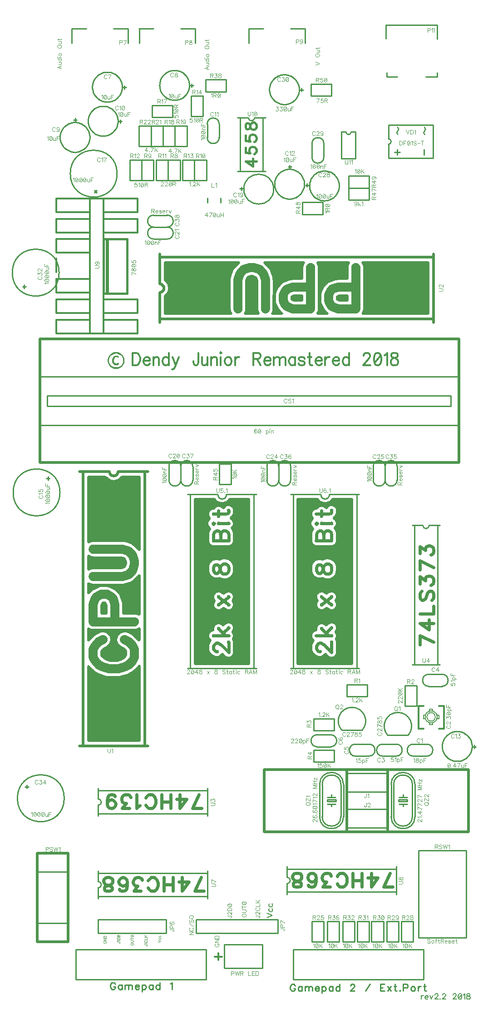
<source format=gto>
G04 DipTrace 3.3.1.3*
G04 top_silk_dendy_junior_II_rev_2.2.gto*
%MOMM*%
G04 #@! TF.FileFunction,Legend,Top*
G04 #@! TF.Part,Single*
%ADD10C,0.25*%
%ADD12C,0.0762*%
%ADD14C,0.3*%
%ADD16C,0.5*%
%ADD22C,0.35*%
%ADD23C,0.381*%
%ADD25C,0.2*%
%ADD51C,1.6667*%
%ADD52C,0.8333*%
%ADD54C,0.6111*%
%ADD55C,0.3056*%
%ADD121C,0.11765*%
%ADD122C,0.27778*%
%ADD124C,0.35294*%
%ADD125C,0.15686*%
%ADD127C,0.33333*%
%ADD128C,0.07843*%
%ADD130C,0.55556*%
%ADD131C,0.44444*%
%FSLAX35Y35*%
G04*
G71*
G90*
G75*
G01*
G04 TopSilk*
%LPD*%
X8890446Y6159922D2*
D10*
X8636414D1*
X8890446Y5937672D2*
X8636414D1*
Y6159922D2*
G03X8636414Y5937672I16J-111125D01*
G01*
X8890446D2*
G03X8890446Y6159922I-16J111125D01*
G01*
X8827197Y6874361D2*
D14*
X8731937D1*
Y6445634D1*
X8827197D1*
X9112977D2*
X9208237D1*
Y6874361D1*
X9112977D1*
X8970087Y6779059D2*
D25*
G02X8970087Y6779059I0J-111113D01*
G01*
X8938317Y6810856D2*
X9001856D1*
Y6779059D1*
X8938317D1*
Y6810856D1*
X9081255Y6699655D2*
X9112977D1*
Y6636062D1*
X9081255D1*
Y6699655D1*
X8938317Y6556834D2*
X9001856D1*
Y6525037D1*
X8938317D1*
Y6556834D1*
X8827197Y6699655D2*
X8858918D1*
Y6636062D1*
X8827197D1*
Y6699655D1*
X8970087Y6747263D2*
G02X8970087Y6747263I0J-79360D01*
G01*
X8064854Y5937672D2*
D10*
X8318886D1*
X8064854Y6159922D2*
X8318886D1*
Y5937672D2*
G03X8318886Y6159922I-16J111125D01*
G01*
X8064854D2*
G03X8064854Y5937672I16J-111125D01*
G01*
X9176226Y7461792D2*
X8922194D1*
X9176226Y7239542D2*
X8922194D1*
Y7461792D2*
G03X8922194Y7239542I16J-111125D01*
G01*
X9176226D2*
G03X9176226Y7461792I-16J111125D01*
G01*
X7557321Y5937655D2*
X7811353D1*
X7557321Y6159905D2*
X7811353D1*
Y5937655D2*
G03X7811353Y6159905I-16J111125D01*
G01*
X7557321D2*
G03X7557321Y5937655I16J-111125D01*
G01*
X6842611Y6112575D2*
X7096643D1*
X6842611Y6334825D2*
X7096643D1*
Y6112575D2*
G03X7096643Y6334825I-16J111125D01*
G01*
X6842611D2*
G03X6842611Y6112575I16J-111125D01*
G01*
X3250969Y18430822D2*
Y18370814D1*
X3281010Y18400818D2*
X3221054D1*
X2651217Y18408763D2*
X2651893Y18428142D1*
X2653920Y18447427D1*
X2657287Y18466524D1*
X2661978Y18485339D1*
X2667970Y18503781D1*
X2675234Y18521760D1*
X2683734Y18539188D1*
X2693429Y18555981D1*
X2704272Y18572057D1*
X2716210Y18587337D1*
X2729185Y18601748D1*
X2743133Y18615218D1*
X2757987Y18627682D1*
X2773674Y18639080D1*
X2790118Y18649355D1*
X2807238Y18658459D1*
X2824952Y18666346D1*
X2843173Y18672978D1*
X2861812Y18678323D1*
X2880779Y18682354D1*
X2899980Y18685053D1*
X2919323Y18686406D1*
X2938714D1*
X2958057Y18685053D1*
X2977258Y18682354D1*
X2996225Y18678323D1*
X3014864Y18672978D1*
X3033085Y18666346D1*
X3050799Y18658459D1*
X3067919Y18649355D1*
X3084363Y18639080D1*
X3100050Y18627682D1*
X3114904Y18615218D1*
X3128852Y18601748D1*
X3141827Y18587337D1*
X3153765Y18572057D1*
X3164608Y18555981D1*
X3174303Y18539188D1*
X3182803Y18521760D1*
X3190067Y18503781D1*
X3196059Y18485339D1*
X3200750Y18466524D1*
X3204117Y18447427D1*
X3206144Y18428142D1*
X3206820Y18408763D1*
X3206144Y18389384D1*
X3204117Y18370099D1*
X3200750Y18351003D1*
X3196059Y18332188D1*
X3190067Y18313746D1*
X3182803Y18295767D1*
X3174303Y18278339D1*
X3164608Y18261546D1*
X3153765Y18245470D1*
X3141827Y18230189D1*
X3128852Y18215779D1*
X3114904Y18202309D1*
X3100050Y18189845D1*
X3084363Y18178447D1*
X3067919Y18168171D1*
X3050799Y18159068D1*
X3033085Y18151181D1*
X3014864Y18144549D1*
X2996225Y18139204D1*
X2977258Y18135172D1*
X2958057Y18132474D1*
X2938714Y18131121D1*
X2919323D1*
X2899980Y18132474D1*
X2880779Y18135172D1*
X2861812Y18139204D1*
X2843173Y18144549D1*
X2824952Y18151181D1*
X2807238Y18159068D1*
X2790118Y18168171D1*
X2773674Y18178447D1*
X2757987Y18189845D1*
X2743133Y18202309D1*
X2729185Y18215779D1*
X2716210Y18230189D1*
X2704272Y18245470D1*
X2693429Y18261546D1*
X2683734Y18278339D1*
X2675234Y18295767D1*
X2667970Y18313746D1*
X2661978Y18332188D1*
X2657287Y18351003D1*
X2653920Y18370099D1*
X2651893Y18389384D1*
X2651217Y18408763D1*
X4505222Y18462575D2*
Y18402568D1*
X4535263Y18432571D2*
X4475307D1*
X3905470Y18440517D2*
X3906147Y18459896D1*
X3908174Y18479181D1*
X3911541Y18498277D1*
X3916232Y18517092D1*
X3922224Y18535534D1*
X3929487Y18553513D1*
X3937987Y18570941D1*
X3947683Y18587734D1*
X3958525Y18603810D1*
X3970463Y18619091D1*
X3983438Y18633501D1*
X3997386Y18646971D1*
X4012240Y18659435D1*
X4027927Y18670833D1*
X4044371Y18681109D1*
X4061492Y18690212D1*
X4079205Y18698099D1*
X4097426Y18704731D1*
X4116065Y18710076D1*
X4135032Y18714108D1*
X4154234Y18716806D1*
X4173577Y18718159D1*
X4192967D1*
X4212310Y18716806D1*
X4231512Y18714108D1*
X4250478Y18710076D1*
X4269117Y18704731D1*
X4287338Y18698099D1*
X4305052Y18690212D1*
X4322173Y18681109D1*
X4338617Y18670833D1*
X4354304Y18659435D1*
X4369158Y18646971D1*
X4383106Y18633501D1*
X4396080Y18619091D1*
X4408018Y18603810D1*
X4418861Y18587734D1*
X4428556Y18570941D1*
X4437056Y18553513D1*
X4444320Y18535534D1*
X4450312Y18517092D1*
X4455003Y18498277D1*
X4458370Y18479181D1*
X4460397Y18459896D1*
X4461074Y18440517D1*
X4460397Y18421138D1*
X4458370Y18401853D1*
X4455003Y18382756D1*
X4450312Y18363941D1*
X4444320Y18345499D1*
X4437056Y18327520D1*
X4428556Y18310092D1*
X4418861Y18293299D1*
X4408018Y18277223D1*
X4396080Y18261943D1*
X4383106Y18247532D1*
X4369158Y18234062D1*
X4354304Y18221598D1*
X4338617Y18210200D1*
X4322173Y18199925D1*
X4305052Y18190821D1*
X4287338Y18182934D1*
X4269117Y18176302D1*
X4250478Y18170957D1*
X4231512Y18166926D1*
X4212310Y18164227D1*
X4192967Y18162874D1*
X4173577D1*
X4154234Y18164227D1*
X4135032Y18166926D1*
X4116065Y18170957D1*
X4097426Y18176302D1*
X4079205Y18182934D1*
X4061492Y18190821D1*
X4044371Y18199925D1*
X4027927Y18210200D1*
X4012240Y18221598D1*
X3997386Y18234062D1*
X3983438Y18247532D1*
X3970463Y18261943D1*
X3958525Y18277223D1*
X3947683Y18293299D1*
X3937987Y18310092D1*
X3929487Y18327520D1*
X3922224Y18345499D1*
X3916232Y18363941D1*
X3911541Y18382756D1*
X3908174Y18401853D1*
X3906147Y18421138D1*
X3905470Y18440517D1*
X2303645Y17793992D2*
X2363652D1*
X2333649Y17824033D2*
Y17764077D1*
X2047892Y17472042D2*
X2048568Y17491420D1*
X2050595Y17510704D1*
X2053963Y17529800D1*
X2058654Y17548614D1*
X2064646Y17567056D1*
X2071910Y17585034D1*
X2080410Y17602462D1*
X2090106Y17619254D1*
X2100949Y17635330D1*
X2112887Y17650609D1*
X2125862Y17665019D1*
X2139811Y17678489D1*
X2154665Y17690953D1*
X2170353Y17702350D1*
X2186797Y17712625D1*
X2203919Y17721728D1*
X2221633Y17729615D1*
X2239855Y17736247D1*
X2258495Y17741592D1*
X2277462Y17745623D1*
X2296664Y17748322D1*
X2316008Y17749674D1*
X2335399D1*
X2354743Y17748322D1*
X2373945Y17745623D1*
X2392912Y17741592D1*
X2411552Y17736247D1*
X2429773Y17729615D1*
X2447488Y17721728D1*
X2464609Y17712625D1*
X2481054Y17702350D1*
X2496741Y17690953D1*
X2511596Y17678489D1*
X2525544Y17665019D1*
X2538519Y17650609D1*
X2550458Y17635330D1*
X2561301Y17619254D1*
X2570996Y17602462D1*
X2579497Y17585034D1*
X2586761Y17567056D1*
X2592753Y17548614D1*
X2597444Y17529800D1*
X2600811Y17510704D1*
X2602838Y17491420D1*
X2603515Y17472042D1*
X2602838Y17452663D1*
X2600811Y17433379D1*
X2597444Y17414284D1*
X2592753Y17395469D1*
X2586761Y17377028D1*
X2579497Y17359050D1*
X2570996Y17341622D1*
X2561301Y17324829D1*
X2550458Y17308754D1*
X2538519Y17293474D1*
X2525544Y17279064D1*
X2511596Y17265595D1*
X2496741Y17253131D1*
X2481054Y17241734D1*
X2464609Y17231458D1*
X2447488Y17222355D1*
X2429773Y17214468D1*
X2411552Y17207837D1*
X2392912Y17202492D1*
X2373945Y17198460D1*
X2354743Y17195762D1*
X2335399Y17194409D1*
X2316008D1*
X2296664Y17195762D1*
X2277462Y17198460D1*
X2258495Y17202492D1*
X2239855Y17207837D1*
X2221633Y17214468D1*
X2203919Y17222355D1*
X2186797Y17231458D1*
X2170353Y17241734D1*
X2154665Y17253131D1*
X2139811Y17265595D1*
X2125862Y17279064D1*
X2112887Y17293474D1*
X2100949Y17308754D1*
X2090106Y17324829D1*
X2080410Y17341622D1*
X2071910Y17359050D1*
X2064646Y17377028D1*
X2058654Y17395469D1*
X2053963Y17414284D1*
X2050595Y17433379D1*
X2048568Y17452663D1*
X2047892Y17472042D1*
X3171582Y17795755D2*
Y17735748D1*
X3201623Y17765751D2*
X3141667D1*
X2571830Y17773697D2*
X2572507Y17793076D1*
X2574534Y17812361D1*
X2577901Y17831457D1*
X2582592Y17850272D1*
X2588584Y17868714D1*
X2595847Y17886693D1*
X2604347Y17904121D1*
X2614043Y17920914D1*
X2624885Y17936990D1*
X2636823Y17952271D1*
X2649798Y17966681D1*
X2663746Y17980151D1*
X2678600Y17992615D1*
X2694287Y18004013D1*
X2710731Y18014289D1*
X2727852Y18023392D1*
X2745565Y18031279D1*
X2763786Y18037911D1*
X2782425Y18043256D1*
X2801392Y18047288D1*
X2820594Y18049986D1*
X2839937Y18051339D1*
X2859327D1*
X2878670Y18049986D1*
X2897872Y18047288D1*
X2916838Y18043256D1*
X2935477Y18037911D1*
X2953698Y18031279D1*
X2971412Y18023392D1*
X2988533Y18014289D1*
X3004977Y18004013D1*
X3020664Y17992615D1*
X3035518Y17980151D1*
X3049466Y17966681D1*
X3062440Y17952271D1*
X3074378Y17936990D1*
X3085221Y17920914D1*
X3094916Y17904121D1*
X3103416Y17886693D1*
X3110680Y17868714D1*
X3116672Y17850272D1*
X3121363Y17831457D1*
X3124730Y17812361D1*
X3126757Y17793076D1*
X3127434Y17773697D1*
X3126757Y17754318D1*
X3124730Y17735033D1*
X3121363Y17715936D1*
X3116672Y17697121D1*
X3110680Y17678679D1*
X3103416Y17660700D1*
X3094916Y17643272D1*
X3085221Y17626479D1*
X3074378Y17610403D1*
X3062440Y17595123D1*
X3049466Y17580712D1*
X3035518Y17567242D1*
X3020664Y17554778D1*
X3004977Y17543380D1*
X2988533Y17533105D1*
X2971412Y17524001D1*
X2953698Y17516114D1*
X2935477Y17509482D1*
X2916838Y17504137D1*
X2897872Y17500106D1*
X2878670Y17497407D1*
X2859327Y17496054D1*
X2839937D1*
X2820594Y17497407D1*
X2801392Y17500106D1*
X2782425Y17504137D1*
X2763786Y17509482D1*
X2745565Y17516114D1*
X2727852Y17524001D1*
X2710731Y17533105D1*
X2694287Y17543380D1*
X2678600Y17554778D1*
X2663746Y17567242D1*
X2649798Y17580712D1*
X2636823Y17595123D1*
X2624885Y17610403D1*
X2614043Y17626479D1*
X2604347Y17643272D1*
X2595847Y17660700D1*
X2588584Y17678679D1*
X2582592Y17697121D1*
X2577901Y17715936D1*
X2574534Y17735033D1*
X2572507Y17754318D1*
X2571830Y17773697D1*
X5016785Y17464361D2*
Y17718393D1*
X4794535Y17464361D2*
Y17718393D1*
X5016785D2*
G03X4794535Y17718393I-111125J-16D01*
G01*
Y17464361D2*
G03X5016785Y17464361I111125J16D01*
G01*
X6304565Y16920776D2*
X6364572D1*
X6334569Y16950817D2*
Y16890860D1*
X6048812Y16598825D2*
X6049488Y16618204D1*
X6051515Y16637488D1*
X6054883Y16656583D1*
X6059574Y16675398D1*
X6065566Y16693839D1*
X6072830Y16711817D1*
X6081330Y16729245D1*
X6091026Y16746038D1*
X6101869Y16762113D1*
X6113807Y16777393D1*
X6126782Y16791803D1*
X6140731Y16805272D1*
X6155585Y16817736D1*
X6171273Y16829133D1*
X6187718Y16839409D1*
X6204839Y16848512D1*
X6222553Y16856399D1*
X6240775Y16863030D1*
X6259415Y16868375D1*
X6278382Y16872407D1*
X6297584Y16875105D1*
X6316928Y16876458D1*
X6336319D1*
X6355663Y16875105D1*
X6374865Y16872407D1*
X6393832Y16868375D1*
X6412472Y16863030D1*
X6430693Y16856399D1*
X6448408Y16848512D1*
X6465529Y16839409D1*
X6481974Y16829133D1*
X6497661Y16817736D1*
X6512516Y16805272D1*
X6526464Y16791803D1*
X6539439Y16777393D1*
X6551378Y16762113D1*
X6562221Y16746038D1*
X6571916Y16729245D1*
X6580417Y16711817D1*
X6587681Y16693839D1*
X6593673Y16675398D1*
X6598364Y16656583D1*
X6601731Y16637488D1*
X6603758Y16618204D1*
X6604435Y16598825D1*
X6603758Y16579447D1*
X6601731Y16560163D1*
X6598364Y16541067D1*
X6593673Y16522253D1*
X6587681Y16503811D1*
X6580417Y16485833D1*
X6571916Y16468405D1*
X6562221Y16451613D1*
X6551378Y16435537D1*
X6539439Y16420258D1*
X6526464Y16405848D1*
X6512516Y16392378D1*
X6497661Y16379914D1*
X6481974Y16368517D1*
X6465529Y16358242D1*
X6448408Y16349139D1*
X6430693Y16341252D1*
X6412472Y16334620D1*
X6393832Y16329275D1*
X6374865Y16325244D1*
X6355663Y16322545D1*
X6336319Y16321193D1*
X6316928D1*
X6297584Y16322545D1*
X6278382Y16325244D1*
X6259415Y16329275D1*
X6240775Y16334620D1*
X6222553Y16341252D1*
X6204839Y16349139D1*
X6187718Y16358242D1*
X6171273Y16368517D1*
X6155585Y16379914D1*
X6140731Y16392378D1*
X6126782Y16405848D1*
X6113807Y16420258D1*
X6101869Y16435537D1*
X6091026Y16451613D1*
X6081330Y16468405D1*
X6072830Y16485833D1*
X6065566Y16503811D1*
X6059574Y16522253D1*
X6054883Y16541067D1*
X6051515Y16560163D1*
X6049488Y16579447D1*
X6048812Y16598825D1*
X9776279Y6142282D2*
Y6082274D1*
X9806320Y6112278D2*
X9746364D1*
X9176527Y6120223D2*
X9177203Y6139602D1*
X9179230Y6158887D1*
X9182597Y6177984D1*
X9187288Y6196799D1*
X9193280Y6215241D1*
X9200544Y6233220D1*
X9209044Y6250648D1*
X9218739Y6267441D1*
X9229582Y6283517D1*
X9241520Y6298797D1*
X9254495Y6313208D1*
X9268443Y6326678D1*
X9283297Y6339142D1*
X9298984Y6350540D1*
X9315428Y6360815D1*
X9332548Y6369919D1*
X9350262Y6377806D1*
X9368483Y6384438D1*
X9387122Y6389783D1*
X9406089Y6393814D1*
X9425290Y6396513D1*
X9444633Y6397866D1*
X9464024D1*
X9483367Y6396513D1*
X9502568Y6393814D1*
X9521535Y6389783D1*
X9540174Y6384438D1*
X9558395Y6377806D1*
X9576109Y6369919D1*
X9593229Y6360815D1*
X9609673Y6350540D1*
X9625360Y6339142D1*
X9640214Y6326678D1*
X9654162Y6313208D1*
X9667137Y6298797D1*
X9679075Y6283517D1*
X9689918Y6267441D1*
X9699613Y6250648D1*
X9708113Y6233220D1*
X9715377Y6215241D1*
X9721369Y6196799D1*
X9726060Y6177984D1*
X9729427Y6158887D1*
X9731454Y6139602D1*
X9732130Y6120223D1*
X9731454Y6100844D1*
X9729427Y6081559D1*
X9726060Y6062463D1*
X9721369Y6043648D1*
X9715377Y6025206D1*
X9708113Y6007227D1*
X9699613Y5989799D1*
X9689918Y5973006D1*
X9679075Y5956930D1*
X9667137Y5941649D1*
X9654162Y5927239D1*
X9640214Y5913769D1*
X9625360Y5901305D1*
X9609673Y5889907D1*
X9593229Y5879631D1*
X9576109Y5870528D1*
X9558395Y5862641D1*
X9540174Y5856009D1*
X9521535Y5850664D1*
X9502568Y5846632D1*
X9483367Y5843934D1*
X9464024Y5842581D1*
X9444633D1*
X9425290Y5843934D1*
X9406089Y5846632D1*
X9387122Y5850664D1*
X9368483Y5856009D1*
X9350262Y5862641D1*
X9332548Y5870528D1*
X9315428Y5879631D1*
X9298984Y5889907D1*
X9283297Y5901305D1*
X9268443Y5913769D1*
X9254495Y5927239D1*
X9241520Y5941649D1*
X9229582Y5956930D1*
X9218739Y5973006D1*
X9209044Y5989799D1*
X9200544Y6007227D1*
X9193280Y6025206D1*
X9187288Y6043648D1*
X9182597Y6062463D1*
X9179230Y6081559D1*
X9177203Y6100844D1*
X9176527Y6120223D1*
X1795594Y11113061D2*
X1855578D1*
X1825629Y11143009D2*
Y11083026D1*
X1174713Y10851473D2*
G02X1174713Y10851473I436563J0D01*
G01*
X2731321Y16477034D2*
X2688887Y16434600D1*
X2731234D2*
X2688800Y16477034D1*
X2240102Y16792320D2*
G02X2240102Y16792320I436562J0D01*
G01*
X5433197Y16481503D2*
Y16541508D1*
X5403155Y16511505D2*
X5463112D1*
X5477346Y16503560D2*
G02X5477346Y16503560I277806J0D01*
G01*
X4080085Y11335453D2*
Y11081421D1*
X4302335Y11335453D2*
Y11081421D1*
X4080085D2*
G03X4302335Y11081421I111125J16D01*
G01*
Y11335453D2*
G03X4080085Y11335453I-111125J-16D01*
G01*
X3794551Y15574792D2*
X4048583D1*
X3794551Y15797042D2*
X4048583D1*
Y15574792D2*
G03X4048583Y15797042I-16J111125D01*
G01*
X3794551D2*
G03X3794551Y15574792I16J-111125D01*
G01*
X5905902Y11335453D2*
Y11081421D1*
X6128152Y11335453D2*
Y11081421D1*
X5905902D2*
G03X6128152Y11081421I111125J16D01*
G01*
Y11335453D2*
G03X5905902Y11335453I-111125J-16D01*
G01*
X7890485D2*
Y11081421D1*
X8112735Y11335453D2*
Y11081421D1*
X7890485D2*
G03X8112735Y11081421I111125J16D01*
G01*
Y11335453D2*
G03X7890485Y11335453I-111125J-16D01*
G01*
X6655614Y16545015D2*
Y16605022D1*
X6625573Y16575019D2*
X6685530D1*
X6699763Y16567073D2*
X6700440Y16586452D1*
X6702467Y16605737D1*
X6705834Y16624834D1*
X6710525Y16643649D1*
X6716516Y16662091D1*
X6723780Y16680070D1*
X6732280Y16697498D1*
X6741976Y16714291D1*
X6752818Y16730367D1*
X6764756Y16745647D1*
X6777731Y16760058D1*
X6791679Y16773528D1*
X6806533Y16785992D1*
X6822220Y16797390D1*
X6838664Y16807665D1*
X6855785Y16816769D1*
X6873498Y16824656D1*
X6891719Y16831288D1*
X6910358Y16836633D1*
X6929325Y16840664D1*
X6948527Y16843363D1*
X6967870Y16844716D1*
X6987260D1*
X7006603Y16843363D1*
X7025805Y16840664D1*
X7044771Y16836633D1*
X7063410Y16831288D1*
X7081631Y16824656D1*
X7099345Y16816769D1*
X7116466Y16807665D1*
X7132910Y16797390D1*
X7148597Y16785992D1*
X7163451Y16773528D1*
X7177399Y16760058D1*
X7190373Y16745647D1*
X7202311Y16730367D1*
X7213154Y16714291D1*
X7222849Y16697498D1*
X7231349Y16680070D1*
X7238613Y16662091D1*
X7244605Y16643649D1*
X7249296Y16624834D1*
X7252663Y16605737D1*
X7254690Y16586452D1*
X7255367Y16567073D1*
X7254690Y16547694D1*
X7252663Y16528409D1*
X7249296Y16509313D1*
X7244605Y16490498D1*
X7238613Y16472056D1*
X7231349Y16454077D1*
X7222849Y16436649D1*
X7213154Y16419856D1*
X7202311Y16403780D1*
X7190373Y16388499D1*
X7177399Y16374089D1*
X7163451Y16360619D1*
X7148597Y16348155D1*
X7132910Y16336757D1*
X7116466Y16326481D1*
X7099345Y16317378D1*
X7081631Y16309491D1*
X7063410Y16302859D1*
X7044771Y16297514D1*
X7025805Y16293482D1*
X7006603Y16290784D1*
X6987260Y16289431D1*
X6967870D1*
X6948527Y16290784D1*
X6929325Y16293482D1*
X6910358Y16297514D1*
X6891719Y16302859D1*
X6873498Y16309491D1*
X6855785Y16317378D1*
X6838664Y16326481D1*
X6822220Y16336757D1*
X6806533Y16348155D1*
X6791679Y16360619D1*
X6777731Y16374089D1*
X6764756Y16388499D1*
X6752818Y16403780D1*
X6741976Y16419856D1*
X6732280Y16436649D1*
X6723780Y16454077D1*
X6716516Y16472056D1*
X6710525Y16490498D1*
X6705834Y16509313D1*
X6702467Y16528409D1*
X6700440Y16547694D1*
X6699763Y16567073D1*
X6747365Y17352709D2*
Y17098677D1*
X6969615Y17352709D2*
Y17098677D1*
X6747365D2*
G03X6969615Y17098677I111125J16D01*
G01*
Y17352709D2*
G03X6747365Y17352709I-111125J-16D01*
G01*
X6553302Y18383182D2*
Y18323174D1*
X6583343Y18353178D2*
X6523387D1*
X5953550Y18361123D2*
X5954227Y18380502D1*
X5956254Y18399787D1*
X5959621Y18418884D1*
X5964312Y18437699D1*
X5970304Y18456141D1*
X5977567Y18474120D1*
X5986067Y18491548D1*
X5995763Y18508341D1*
X6006605Y18524417D1*
X6018543Y18539697D1*
X6031518Y18554108D1*
X6045466Y18567578D1*
X6060320Y18580042D1*
X6076007Y18591440D1*
X6092451Y18601715D1*
X6109572Y18610819D1*
X6127285Y18618706D1*
X6145506Y18625338D1*
X6164145Y18630683D1*
X6183112Y18634714D1*
X6202314Y18637413D1*
X6221657Y18638766D1*
X6241047D1*
X6260390Y18637413D1*
X6279592Y18634714D1*
X6298558Y18630683D1*
X6317197Y18625338D1*
X6335418Y18618706D1*
X6353132Y18610819D1*
X6370253Y18601715D1*
X6386697Y18591440D1*
X6402384Y18580042D1*
X6417238Y18567578D1*
X6431186Y18554108D1*
X6444160Y18539697D1*
X6456098Y18524417D1*
X6466941Y18508341D1*
X6476636Y18491548D1*
X6485136Y18474120D1*
X6492400Y18456141D1*
X6498392Y18437699D1*
X6503083Y18418884D1*
X6506450Y18399787D1*
X6508477Y18380502D1*
X6509154Y18361123D1*
X6508477Y18341744D1*
X6506450Y18322459D1*
X6503083Y18303363D1*
X6498392Y18284548D1*
X6492400Y18266106D1*
X6485136Y18248127D1*
X6476636Y18230699D1*
X6466941Y18213906D1*
X6456098Y18197830D1*
X6444160Y18182549D1*
X6431186Y18168139D1*
X6417238Y18154669D1*
X6402384Y18142205D1*
X6386697Y18130807D1*
X6370253Y18120531D1*
X6353132Y18111428D1*
X6335418Y18103541D1*
X6317197Y18096909D1*
X6298558Y18091564D1*
X6279592Y18087532D1*
X6260390Y18084834D1*
X6241047Y18083481D1*
X6221657D1*
X6202314Y18084834D1*
X6183112Y18087532D1*
X6164145Y18091564D1*
X6145506Y18096909D1*
X6127285Y18103541D1*
X6109572Y18111428D1*
X6092451Y18120531D1*
X6076007Y18130807D1*
X6060320Y18142205D1*
X6045466Y18154669D1*
X6031518Y18168139D1*
X6018543Y18182549D1*
X6006605Y18197830D1*
X5995763Y18213906D1*
X5986067Y18230699D1*
X5977567Y18248127D1*
X5970304Y18266106D1*
X5964312Y18284548D1*
X5959621Y18303363D1*
X5956254Y18322459D1*
X5954227Y18341744D1*
X5953550Y18361123D1*
X1411060Y14686089D2*
X1351076D1*
X1381024Y14656141D2*
Y14716124D1*
X1158813Y14947677D2*
G02X1158813Y14947677I436563J0D01*
G01*
X1429072Y5336064D2*
Y5396048D1*
X1399124Y5366099D2*
X1459108D1*
X1254098Y5151747D2*
G02X1254098Y5151747I436562J0D01*
G01*
X8112758Y11335453D2*
Y11081421D1*
X8335008Y11335453D2*
Y11081421D1*
X8112758D2*
G03X8335008Y11081421I111125J16D01*
G01*
Y11335453D2*
G03X8112758Y11335453I-111125J-16D01*
G01*
X6128175D2*
Y11081421D1*
X6350425Y11335453D2*
Y11081421D1*
X6128175D2*
G03X6350425Y11081421I111125J16D01*
G01*
Y11335453D2*
G03X6128175Y11335453I-111125J-16D01*
G01*
X4302358D2*
Y11081421D1*
X4524608Y11335453D2*
Y11081421D1*
X4302358D2*
G03X4524608Y11081421I111125J16D01*
G01*
Y11335453D2*
G03X4302358Y11335453I-111125J-16D01*
G01*
X3794551Y15797065D2*
X4048583D1*
X3794551Y16019315D2*
X4048583D1*
Y15797065D2*
G03X4048583Y16019315I-16J111125D01*
G01*
X3794551D2*
G03X3794551Y15797065I16J-111125D01*
G01*
X1810285Y12653508D2*
X9334140D1*
Y12462912D1*
X1810285D1*
Y12653508D1*
X1675163Y13010758D2*
X9485663D1*
Y12105662D1*
X1675163D1*
Y13010758D1*
Y13709147D2*
D16*
X9485663D1*
Y11407273D1*
X1675163D1*
Y13709147D1*
X7398310Y5270842D2*
D10*
Y5620092D1*
X8160310D1*
Y5270842D2*
Y5620092D1*
X7398310Y5270842D2*
X8160310D1*
X7398310Y4604022D2*
Y4953272D1*
X8160310D1*
Y4604022D2*
Y4953272D1*
X7398310Y4604022D2*
X8160310D1*
X2345930Y2332955D2*
X4774803D1*
Y1777298D1*
X2345930D1*
Y2332955D1*
X6396090D2*
X8824963D1*
Y1777298D1*
X6396090D1*
Y2332955D1*
X4032323Y2635310D2*
Y2889310D1*
X2762323Y2635310D2*
X4032323D1*
X2762323Y2889310D2*
X4032323D1*
X2762323Y2635310D2*
Y2889310D1*
X4588140Y2635310D2*
X6112140D1*
X4588140Y2889310D2*
X6112140D1*
X4588140Y2635310D2*
Y2889310D1*
X6112140Y2635310D2*
Y2889310D1*
X5046547Y16256251D2*
Y16336221D1*
X4796527Y16256251D2*
Y16336221D1*
X2270281Y19223806D2*
Y19493723D1*
X2270155Y19493562D2*
X2540173Y19493723D1*
X3048205D2*
X3317971Y19493562D1*
X3318097Y19493723D2*
Y19223806D1*
X3524538D2*
Y19493723D1*
X3524412Y19493562D2*
X3794430Y19493723D1*
X4302462D2*
X4572228Y19493562D1*
X4572354Y19493723D2*
Y19223806D1*
X5572628D2*
Y19493723D1*
X5572502Y19493562D2*
X5842520Y19493723D1*
X6350552D2*
X6620318Y19493562D1*
X6620444Y19493723D2*
Y19223806D1*
X8127298Y19566134D2*
X9079709D1*
Y18597698D2*
Y18677084D1*
Y18597698D2*
X8873397D1*
X8333609D2*
X8143103D1*
Y18677084D1*
X8127298Y19312174D2*
Y19566134D1*
X9079709Y19296246D2*
Y19566134D1*
X1627197Y3780273D2*
X2198697D1*
X1627197Y2827647D2*
X2198697D1*
X1627197Y4129460D2*
D16*
X2198697D1*
Y2478460D1*
X1627197D1*
Y4129460D1*
X8158807Y6326588D2*
D10*
G02X8542959Y6326588I192076J169086D01*
G01*
X8158807D1*
X7301467Y6421848D2*
G02X7685619Y6421848I192076J169086D01*
G01*
X7301467D1*
X6890267Y5410554D2*
Y4807259D1*
X7334767Y5410554D2*
Y4807259D1*
X6937873Y5410554D2*
Y4807259D1*
X7287161D2*
Y5410554D1*
X7188748Y5045413D2*
X7112517D1*
X7036285D1*
X7188748Y5172400D2*
X7112517D1*
X7036285D1*
X7112517Y5045413D2*
Y4997740D1*
Y5172400D2*
Y5220073D1*
X7334767Y5410554D2*
G03X6890267Y5410554I-222250J-22D01*
G01*
Y4807259D2*
G03X7334767Y4807259I222250J22D01*
G01*
X7287161Y5410554D2*
G03X6937873Y5410554I-174644J-89D01*
G01*
Y4807259D2*
G03X7287161Y4807259I174644J89D01*
G01*
X7191904Y5124832D2*
X7033129D1*
Y5092981D1*
X7191904D1*
Y5124832D1*
X8223907Y5410554D2*
Y4807259D1*
X8668407Y5410554D2*
Y4807259D1*
X8271513Y5410554D2*
Y4807259D1*
X8620801D2*
Y5410554D1*
X8522388Y5045413D2*
X8446157D1*
X8369925D1*
X8522388Y5172400D2*
X8446157D1*
X8369925D1*
X8446157Y5045413D2*
Y4997740D1*
Y5172400D2*
Y5220073D1*
X8668407Y5410554D2*
G03X8223907Y5410554I-222250J-22D01*
G01*
Y4807259D2*
G03X8668407Y4807259I222250J22D01*
G01*
X8620801Y5410554D2*
G03X8271513Y5410554I-174644J-89D01*
G01*
Y4807259D2*
G03X8620801Y4807259I174644J89D01*
G01*
X8525544Y5124832D2*
X8366769D1*
Y5092981D1*
X8525544D1*
Y5124832D1*
X7398057Y7271272D2*
X7779057D1*
Y7049022D1*
X7398057D1*
Y7271272D1*
X8477922Y6874127D2*
X8700172D1*
Y7255127D1*
X8477922D1*
Y6874127D1*
X7160127Y6413712D2*
X6779127D1*
Y6635962D1*
X7160127D1*
Y6413712D1*
X6779127Y6049045D2*
X7160127D1*
Y5826795D1*
X6779127D1*
Y6049045D1*
X4286718Y17051290D2*
X4064468D1*
Y16670290D1*
X4286718D1*
Y17051290D1*
X3794282Y17051550D2*
X3572032D1*
Y16670550D1*
X3794282D1*
Y17051550D1*
X4778895Y17051290D2*
X4556645D1*
Y16670290D1*
X4778895D1*
Y17051290D1*
X4064185Y17051550D2*
X3841935D1*
Y16670550D1*
X4064185D1*
Y17051550D1*
X3572268Y17051290D2*
X3350018D1*
Y16670290D1*
X3572268D1*
Y17051290D1*
X4556622Y17051810D2*
X4334372D1*
Y16670810D1*
X4556622D1*
Y17051810D1*
X4492878Y17860780D2*
X4715128D1*
Y18241780D1*
X4492878D1*
Y17860780D1*
X3762300Y18067405D2*
X4143300D1*
Y17845155D1*
X3762300D1*
Y18067405D1*
X4191198Y17686617D2*
X3968948D1*
Y17305617D1*
X4191198D1*
Y17686617D1*
X4413472D2*
X4191222D1*
Y17305617D1*
X4413472D1*
Y17686617D1*
X3968925D2*
X3746675D1*
Y17305617D1*
X3968925D1*
Y17686617D1*
X3746652D2*
X3524402D1*
Y17305617D1*
X3746652D1*
Y17686617D1*
X6747365Y2476290D2*
X6969615D1*
Y2857290D1*
X6747365D1*
Y2476290D1*
X8414415D2*
X8636665D1*
Y2857290D1*
X8414415D1*
Y2476290D1*
X8144512D2*
X8366762D1*
Y2857290D1*
X8144512D1*
Y2476290D1*
X7858732D2*
X8080982D1*
Y2857290D1*
X7858732D1*
Y2476290D1*
X7588828D2*
X7811078D1*
Y2857290D1*
X7588828D1*
Y2476290D1*
X7318925D2*
X7541175D1*
Y2857290D1*
X7318925D1*
Y2476290D1*
X7033145D2*
X7255395D1*
Y2857290D1*
X7033145D1*
Y2476290D1*
X4762530Y18543705D2*
X5143530D1*
Y18321455D1*
X4762530D1*
Y18543705D1*
X5239058Y11383580D2*
X5016808D1*
Y11002580D1*
X5239058D1*
Y11383580D1*
X7810810Y16305118D2*
X7429810D1*
Y16527368D1*
X7810810D1*
Y16305118D1*
X6572470Y16257465D2*
X6953470D1*
Y16035215D1*
X6572470D1*
Y16257465D1*
X7811330Y16527392D2*
X7430330D1*
Y16749642D1*
X7811330D1*
Y16527392D1*
X6731497Y18464582D2*
X7112497D1*
Y18242332D1*
X6731497D1*
Y18464582D1*
X8731957Y4175188D2*
X9620957D1*
Y2555938D1*
X8731957D1*
Y4175188D1*
X2476605Y11228467D2*
D16*
Y6128687D1*
X2413095D2*
X3692682D1*
X3629172Y11228467D2*
Y6128687D1*
X2413095Y11238687D2*
X2972792D1*
X3692682D2*
X3132985D1*
X2972792D2*
X2973857Y11226423D1*
X2976873Y11214159D1*
X2981662Y11202406D1*
X2988226Y11191675D1*
X2996387Y11182477D1*
X3005966Y11174301D1*
X3016610Y11167658D1*
X3028141Y11163059D1*
X3040382Y11159993D1*
X3052977Y11158971D1*
X3065395Y11159993D1*
X3077636Y11163059D1*
X3089167Y11167658D1*
X3099811Y11174301D1*
X3109390Y11182477D1*
X3117551Y11191675D1*
X3124115Y11202406D1*
X3128904Y11214159D1*
X3131920Y11226423D1*
X3132985Y11238687D1*
X2851096Y8108301D2*
D51*
X2778539Y8072020D1*
X2705273Y7998436D1*
X2669084Y7926385D1*
Y7780239D1*
X2705273Y7707166D1*
X2778539Y7634604D1*
X2851096Y7597812D1*
X2960552Y7561531D1*
X3143274D1*
X3252020Y7597812D1*
X3325286Y7634604D1*
X3397665Y7707166D1*
X3434742Y7780239D1*
Y7926385D1*
X3397665Y7998436D1*
X3325286Y8072020D1*
X3252020Y8108301D1*
X2809407D2*
D52*
X2809939Y8101658D1*
X2811358Y8095015D1*
X2813842Y8089394D1*
X2817390Y8083773D1*
X2821648Y8078663D1*
X2826615Y8074575D1*
X2832114Y8070998D1*
X2838146Y8068443D1*
X2844532Y8066910D1*
X2851096Y8066399D1*
X2857482Y8066910D1*
X2863869Y8068443D1*
X2869900Y8070998D1*
X2875577Y8074575D1*
X2880544Y8078663D1*
X2884802Y8083773D1*
X2888173Y8089394D1*
X2890656Y8095015D1*
X2892253Y8101658D1*
X2892785Y8108301D1*
X2892253Y8114433D1*
X2890656Y8121076D1*
X2888173Y8127208D1*
X2884802Y8132829D1*
X2880544Y8137428D1*
X2875577Y8142027D1*
X2869900Y8145093D1*
X2863869Y8147648D1*
X2857482Y8149181D1*
X2851096Y8149692D1*
X2844532Y8149181D1*
X2838146Y8147648D1*
X2832114Y8145093D1*
X2826615Y8142027D1*
X2821648Y8137428D1*
X2817390Y8132829D1*
X2813842Y8127208D1*
X2811358Y8121076D1*
X2809939Y8114433D1*
X2809407Y8108301D1*
X3210331D2*
X3210863Y8101658D1*
X3212282Y8095015D1*
X3214943Y8089394D1*
X3218314Y8083773D1*
X3222572Y8078663D1*
X3227539Y8074575D1*
X3233038Y8070998D1*
X3239070Y8068443D1*
X3245456Y8066910D1*
X3252020Y8066399D1*
X3258584Y8066910D1*
X3264793Y8068443D1*
X3270824Y8070998D1*
X3276501Y8074575D1*
X3281468Y8078663D1*
X3285726Y8083773D1*
X3289097Y8089394D1*
X3291580Y8095015D1*
X3293177Y8101658D1*
X3293709Y8108301D1*
X3293177Y8114433D1*
X3291580Y8121076D1*
X3289097Y8127208D1*
X3285726Y8132829D1*
X3281468Y8137428D1*
X3276501Y8142027D1*
X3270824Y8145093D1*
X3264793Y8147648D1*
X3258584Y8149181D1*
X3252020Y8149692D1*
X3245456Y8149181D1*
X3239070Y8147648D1*
X3233038Y8145093D1*
X3227539Y8142027D1*
X3222572Y8137428D1*
X3218314Y8132829D1*
X3214943Y8127208D1*
X3212282Y8121076D1*
X3210863Y8114433D1*
X3210331Y8108301D1*
X3070008Y8441473D2*
D51*
Y8770046D1*
X3033818Y8878378D1*
X2996741Y8915681D1*
X2924362Y8951962D1*
X2814906D1*
X2742350Y8915681D1*
X2705273Y8878378D1*
X2669084Y8770046D1*
Y8441473D1*
X3434742D1*
X3028319D2*
D52*
X3028851Y8434830D1*
X3030447Y8428698D1*
X3032931Y8422566D1*
X3036302Y8416945D1*
X3040559Y8411835D1*
X3045526Y8407747D1*
X3051203Y8404170D1*
X3057235Y8401615D1*
X3063444Y8400082D1*
X3070008Y8399571D1*
X3076571Y8400082D1*
X3082958Y8401615D1*
X3088989Y8404170D1*
X3094489Y8407747D1*
X3099456Y8411835D1*
X3103714Y8416945D1*
X3107262Y8422566D1*
X3109745Y8428698D1*
X3111164Y8434830D1*
X3111697Y8441473D1*
X3111164Y8448116D1*
X3109745Y8454248D1*
X3107262Y8460380D1*
X3103714Y8466001D1*
X3099456Y8471111D1*
X3094489Y8475199D1*
X3088989Y8478776D1*
X3082958Y8481331D1*
X3076571Y8482864D1*
X3070008Y8483375D1*
X3063444Y8482864D1*
X3057235Y8481331D1*
X3051203Y8478776D1*
X3045526Y8475199D1*
X3040559Y8471111D1*
X3036302Y8466001D1*
X3032931Y8460380D1*
X3030447Y8454248D1*
X3028851Y8448116D1*
X3028319Y8441473D1*
X3393053D2*
X3393585Y8434830D1*
X3395182Y8428698D1*
X3397665Y8422566D1*
X3401036Y8416945D1*
X3405294Y8411835D1*
X3410261Y8407747D1*
X3415938Y8404170D1*
X3421969Y8401615D1*
X3428178Y8400082D1*
X3434742Y8399571D1*
X3441306Y8400082D1*
X3447692Y8401615D1*
X3453724Y8404170D1*
X3459223Y8407747D1*
X3464190Y8411835D1*
X3468448Y8416945D1*
X3471819Y8422566D1*
X3474302Y8428698D1*
X3475899Y8434830D1*
X3476431Y8441473D1*
X3475899Y8448116D1*
X3474302Y8454248D1*
X3471819Y8460380D1*
X3468448Y8466001D1*
X3464190Y8471111D1*
X3459223Y8475199D1*
X3453724Y8478776D1*
X3447692Y8481331D1*
X3441306Y8482864D1*
X3434742Y8483375D1*
X3428178Y8482864D1*
X3421969Y8481331D1*
X3415938Y8478776D1*
X3410261Y8475199D1*
X3405294Y8471111D1*
X3401036Y8466001D1*
X3397665Y8460380D1*
X3395182Y8454248D1*
X3393585Y8448116D1*
X3393053Y8441473D1*
X2669084Y9285134D2*
D51*
X3215830D1*
X3325286Y9321415D1*
X3397665Y9394488D1*
X3434742Y9504353D1*
Y9576915D1*
X3397665Y9686269D1*
X3325286Y9759342D1*
X3215830Y9795623D1*
X2669084D1*
X2627395Y9285134D2*
D52*
X2627927Y9278491D1*
X2629523Y9272359D1*
X2632007Y9266227D1*
X2635378Y9260606D1*
X2639635Y9256007D1*
X2644602Y9251408D1*
X2650102Y9248342D1*
X2656311Y9245787D1*
X2662520Y9244254D1*
X2669084Y9243743D1*
X2675647Y9244254D1*
X2682034Y9245787D1*
X2688065Y9248342D1*
X2693565Y9251408D1*
X2698532Y9256007D1*
X2702790Y9260606D1*
X2706160Y9266227D1*
X2708821Y9272359D1*
X2710240Y9278491D1*
X2710773Y9285134D1*
X2710240Y9291777D1*
X2708821Y9297909D1*
X2706160Y9304041D1*
X2702790Y9309662D1*
X2698532Y9314772D1*
X2693565Y9318860D1*
X2688065Y9322437D1*
X2682034Y9324992D1*
X2675647Y9326525D1*
X2669084Y9327036D1*
X2662520Y9326525D1*
X2656311Y9324992D1*
X2650102Y9322437D1*
X2644602Y9318860D1*
X2639635Y9314772D1*
X2635378Y9309662D1*
X2632007Y9304041D1*
X2629523Y9297909D1*
X2627927Y9291777D1*
X2627395Y9285134D1*
Y9795623D2*
X2627927Y9788980D1*
X2629523Y9782848D1*
X2632007Y9776716D1*
X2635378Y9771095D1*
X2639635Y9765985D1*
X2644602Y9761897D1*
X2650102Y9758320D1*
X2656311Y9756276D1*
X2662520Y9754743D1*
X2669084Y9754232D1*
X2675647Y9754743D1*
X2682034Y9756276D1*
X2688065Y9758320D1*
X2693565Y9761897D1*
X2698532Y9765985D1*
X2702790Y9771095D1*
X2706160Y9776716D1*
X2708821Y9782848D1*
X2710240Y9788980D1*
X2710773Y9795623D1*
X2710240Y9802266D1*
X2708821Y9808398D1*
X2706160Y9814530D1*
X2702790Y9820151D1*
X2698532Y9825261D1*
X2693565Y9829349D1*
X2688065Y9832926D1*
X2682034Y9835481D1*
X2675647Y9837014D1*
X2669084Y9837525D1*
X2662520Y9837014D1*
X2656311Y9835481D1*
X2650102Y9832926D1*
X2644602Y9829349D1*
X2639635Y9825261D1*
X2635378Y9820151D1*
X2632007Y9814530D1*
X2629523Y9808398D1*
X2627927Y9802266D1*
X2627395Y9795623D1*
X2583577Y11116558D2*
D16*
X2913363D1*
X3192414D2*
X3522200D1*
X2583577Y11066991D2*
X2988404D1*
X3117196D2*
X3522200D1*
X2583577Y11017424D2*
X3522200D1*
X2583577Y10967857D2*
X3522200D1*
X2583577Y10917779D2*
X3522200D1*
X2583577Y10868212D2*
X3522200D1*
X2583577Y10818645D2*
X3522200D1*
X2583577Y10769078D2*
X3522200D1*
X2583577Y10719511D2*
X3522200D1*
X2583577Y10669433D2*
X3522200D1*
X2583577Y10619866D2*
X3522200D1*
X2583577Y10570299D2*
X3522200D1*
X2583577Y10520732D2*
X3522200D1*
X2583577Y10471165D2*
X3522200D1*
X2583577Y10421087D2*
X3522200D1*
X2583577Y10371520D2*
X3522200D1*
X2583577Y10321953D2*
X3522200D1*
X2583577Y10272386D2*
X3522200D1*
X2583577Y10222819D2*
X3522200D1*
X2583577Y10172741D2*
X3522200D1*
X2583577Y10123174D2*
X3522200D1*
X2583577Y10073607D2*
X3522200D1*
X2583577Y10024040D2*
X3522200D1*
X2583577Y9974473D2*
X3522200D1*
X3341430Y9924395D2*
X3522200D1*
X3441483Y9874828D2*
X3522200D1*
X3490623Y9825261D2*
X3522200D1*
X2583577Y9626482D2*
X3211218D1*
X2583577Y9576915D2*
X3260358D1*
X2583577Y9527348D2*
X3268341D1*
X2583577Y9477781D2*
X3249182D1*
X3464723Y9229435D2*
X3522200D1*
X3405116Y9179868D2*
X3522200D1*
X2583577Y9129790D2*
X2624201D1*
X3260713D2*
X3522200D1*
X2583577Y9080223D2*
X2708112D1*
X3030980D2*
X3522200D1*
X2583577Y9030656D2*
X2625621D1*
X3113471D2*
X3522200D1*
X3162256Y8981089D2*
X3522200D1*
X3190285Y8931522D2*
X3522200D1*
X3206783Y8881444D2*
X3522200D1*
X3223459Y8831877D2*
X3522200D1*
X2847193Y8782310D2*
X2891898D1*
X3234990D2*
X3522200D1*
X2834420Y8732743D2*
X2904848D1*
X3235344D2*
X3522200D1*
X2834420Y8683176D2*
X2904848D1*
X3235344D2*
X3522200D1*
X2834420Y8633098D2*
X2904848D1*
X3235344D2*
X3522200D1*
X2583577Y8285618D2*
X2626330D1*
X3477495D2*
X3522200D1*
X2583577Y8236051D2*
X2743237D1*
X2952924D2*
X3150192D1*
X3360234D2*
X3522200D1*
X2583577Y8186484D2*
X2661278D1*
X2996032D2*
X3107084D1*
X3442548D2*
X3522200D1*
X2583577Y8136406D2*
X2611606D1*
X3013772D2*
X3089167D1*
X3491687D2*
X3522200D1*
X3015014Y8086839D2*
X3088102D1*
X2999935Y8037272D2*
X3103181D1*
X2961794Y7987705D2*
X3141145D1*
X2876464Y7938138D2*
X3227184D1*
X2834420Y7888060D2*
X3269050D1*
X2834420Y7838493D2*
X3269405D1*
X2855708Y7788926D2*
X3247762D1*
X2938377Y7739359D2*
X3164739D1*
X2583577Y7540580D2*
X2640700D1*
X3462949D2*
X3522200D1*
X2583577Y7491013D2*
X2702612D1*
X3401213D2*
X3522200D1*
X2583577Y7441446D2*
X2808343D1*
X3294773D2*
X3522200D1*
X2583577Y7391879D2*
X3522200D1*
X2583577Y7341801D2*
X3522200D1*
X2583577Y7292234D2*
X3522200D1*
X2583577Y7242667D2*
X3522200D1*
X2583577Y7193100D2*
X3522200D1*
X2583577Y7143533D2*
X3522200D1*
X2583577Y7093455D2*
X3522200D1*
X2583577Y7043888D2*
X3522200D1*
X2583577Y6994321D2*
X3522200D1*
X2583577Y6944754D2*
X3522200D1*
X2583577Y6895187D2*
X3522200D1*
X2583577Y6845109D2*
X3522200D1*
X2583577Y6795542D2*
X3522200D1*
X2583577Y6745975D2*
X3522200D1*
X2583577Y6696408D2*
X3522200D1*
X2583577Y6646841D2*
X3522200D1*
X2583577Y6596763D2*
X3522200D1*
X2583577Y6547196D2*
X3522200D1*
X2583577Y6497629D2*
X3522200D1*
X2583577Y6448062D2*
X3522200D1*
X2583577Y6398495D2*
X3522200D1*
X2583577Y6348417D2*
X3522200D1*
X2583577Y6298850D2*
X3522200D1*
X2583577Y6249283D2*
X3522200D1*
X2578432Y9152785D2*
Y8976490D1*
X2566014Y9152785D2*
D10*
G03X2591028Y9152785I12507J245D01*
G01*
G03X2566014Y9152785I-12507J266D01*
G01*
Y8976490D2*
G03X2591028Y8976490I12507J245D01*
G01*
G03X2566014Y8976490I-12507J266D01*
G01*
X2578432D2*
D16*
X2584286Y8983644D1*
X2571691D2*
D10*
G03X2596704Y8983644I12507J245D01*
G01*
G03X2571691Y8983644I-12507J266D01*
G01*
X2584286D2*
D16*
X2628991Y9029123D1*
X2616573D2*
D10*
G03X2641587Y9029123I12507J-266D01*
G01*
G03X2616573Y9029123I-12507J-245D01*
G01*
X2628991D2*
D16*
X2648150Y9045475D1*
X2635732D2*
D10*
G03X2660568Y9045475I12418J-352D01*
G01*
G03X2635732Y9045475I-12418J-155D01*
G01*
X2648150D2*
D16*
X2669616Y9058761D1*
X2657198D2*
D10*
G03X2682211Y9058761I12507J-266D01*
G01*
G03X2657198Y9058761I-12507J-245D01*
G01*
X2669616D2*
D16*
X2754590Y9100663D1*
X2742172D2*
D10*
G03X2767186Y9100663I12507J-266D01*
G01*
G03X2742172Y9100663I-12507J-245D01*
G01*
X2754590D2*
D16*
X2778539Y9108328D1*
X2766121D2*
D10*
G03X2791135Y9108328I12507J-266D01*
G01*
G03X2766121Y9108328I-12507J-245D01*
G01*
X2778539D2*
D16*
X2803553Y9111905D1*
X2790957D2*
D10*
G03X2815971Y9111905I12507J-266D01*
G01*
G03X2790957Y9111905I-12507J-245D01*
G01*
X2803553D2*
D16*
X2924362Y9112416D1*
X2911767D2*
D10*
G03X2936780Y9112416I12507J-266D01*
G01*
G03X2911767Y9112416I-12507J-245D01*
G01*
X2924362D2*
D16*
X2949376Y9110372D1*
X2936958D2*
D10*
G03X2961971Y9110372I12507J-266D01*
G01*
G03X2936958Y9110372I-12507J-245D01*
G01*
X2949376D2*
D16*
X2973857Y9104240D1*
X2961439D2*
D10*
G03X2986452Y9104240I12507J245D01*
G01*
G03X2961439Y9104240I-12507J266D01*
G01*
X2973857D2*
D16*
X2985743Y9100152D1*
X2973147D2*
D10*
G03X2998161Y9100152I12507J-266D01*
G01*
G03X2973147Y9100152I-12507J-245D01*
G01*
X2985743D2*
D16*
X3068411Y9059272D1*
X3055993D2*
D10*
G03X3081006Y9059272I12507J-266D01*
G01*
G03X3055993Y9059272I-12507J-245D01*
G01*
X3068411D2*
D16*
X3090054Y9045986D1*
X3077458D2*
D10*
G03X3102472Y9045986I12507J245D01*
G01*
G03X3077458Y9045986I-12507J266D01*
G01*
X3090054D2*
D16*
X3109390Y9029634D1*
X3096795D2*
D10*
G03X3121808Y9029634I12507J245D01*
G01*
G03X3096795Y9029634I-12507J266D01*
G01*
X3109390D2*
D16*
X3155692Y8982622D1*
X3143274D2*
D10*
G03X3168287Y8982622I12507J245D01*
G01*
G03X3143274Y8982622I-12507J266D01*
G01*
X3155692D2*
D16*
X3170593Y8962182D1*
X3157998D2*
D10*
G03X3183011Y8962182I12507J245D01*
G01*
G03X3157998Y8962182I-12507J266D01*
G01*
X3170593D2*
D16*
X3181947Y8939698D1*
X3169529D2*
D10*
G03X3194542Y8939698I12507J245D01*
G01*
G03X3169529Y8939698I-12507J266D01*
G01*
X3181947D2*
D16*
X3222217Y8820635D1*
X3209621D2*
D10*
G03X3234635Y8820635I12507J245D01*
G01*
G03X3209621Y8820635I-12507J266D01*
G01*
X3222217D2*
D16*
X3228248Y8796107D1*
X3215653D2*
D10*
G03X3240666Y8796107I12507J245D01*
G01*
G03X3215653Y8796107I-12507J266D01*
G01*
X3228248D2*
D16*
X3230377Y8771068D1*
X3217959D2*
D10*
G03X3242795Y8771068I12418J155D01*
G01*
G03X3217959Y8771068I-12418J352D01*
G01*
X3230377D2*
D16*
Y8601927D1*
X3217959D2*
D10*
G03X3242973Y8601927I12507J-266D01*
G01*
G03X3217959Y8601927I-12507J-245D01*
G01*
X3230377D2*
D16*
X3447337Y8601416D1*
X3434919D2*
D10*
G03X3459933Y8601416I12507J-266D01*
G01*
G03X3434919Y8601416I-12507J-245D01*
G01*
X3447337D2*
D16*
X3472173Y8597328D1*
X3459755D2*
D10*
G03X3484769Y8597328I12507J245D01*
G01*
G03X3459755Y8597328I-12507J266D01*
G01*
X3472173D2*
D16*
X3496122Y8589663D1*
X3483704D2*
D10*
G03X3508718Y8589663I12507J-266D01*
G01*
G03X3483704Y8589663I-12507J-245D01*
G01*
X3496122D2*
D16*
X3518475Y8578421D1*
X3506057D2*
D10*
G03X3531070Y8578421I12507J-266D01*
G01*
G03X3506057Y8578421I-12507J-245D01*
G01*
X3518475D2*
D16*
X3519539Y8577399D1*
X3527345Y8578932D1*
X3514749D2*
D10*
G03X3539763Y8578932I12507J-266D01*
G01*
G03X3514749Y8578932I-12507J-245D01*
G01*
X3527345D2*
D16*
Y9300464D1*
X3514749D2*
D10*
G03X3539763Y9300464I12507J-266D01*
G01*
G03X3514749Y9300464I-12507J-245D01*
G01*
X3527345D2*
D16*
X3518297Y9289222D1*
X3505879D2*
D10*
G03X3530893Y9289222I12507J-266D01*
G01*
G03X3505879Y9289222I-12507J-245D01*
G01*
X3518297D2*
D16*
X3439354Y9208484D1*
X3426759D2*
D10*
G03X3451772Y9208484I12507J245D01*
G01*
G03X3426759Y9208484I-12507J266D01*
G01*
X3439354D2*
D16*
X3420195Y9192132D1*
X3407777D2*
D10*
G03X3432791Y9192132I12507J245D01*
G01*
G03X3407777Y9192132I-12507J266D01*
G01*
X3420195D2*
D16*
X3398907Y9178846D1*
X3386312D2*
D10*
G03X3411325Y9178846I12507J245D01*
G01*
G03X3386312Y9178846I-12507J266D01*
G01*
X3398907D2*
D16*
X3375668Y9169137D1*
X3363072D2*
D10*
G03X3388086Y9169137I12507J245D01*
G01*
G03X3363072Y9169137I-12507J266D01*
G01*
X3375668D2*
D16*
X3253971Y9129279D1*
X3241553D2*
D10*
G03X3266567Y9129279I12507J245D01*
G01*
G03X3241553Y9129279I-12507J266D01*
G01*
X3253971D2*
D16*
X3229135Y9125702D1*
X3216717D2*
D10*
G03X3241731Y9125702I12507J-266D01*
G01*
G03X3216717Y9125702I-12507J-245D01*
G01*
X3229135D2*
D16*
X3192414Y9124680D1*
X3179996D2*
D10*
G03X3205009Y9124680I12507J245D01*
G01*
G03X3179996Y9124680I-12507J266D01*
G01*
X3192414D2*
D16*
X2656488Y9125191D1*
X2644070D2*
D10*
G03X2669084Y9125191I12507J245D01*
G01*
G03X2644070Y9125191I-12507J266D01*
G01*
X2656488D2*
D16*
X2631652Y9129279D1*
X2619234D2*
D10*
G03X2644248Y9129279I12507J245D01*
G01*
G03X2619234Y9129279I-12507J266D01*
G01*
X2631652D2*
D16*
X2607703Y9136944D1*
X2595285D2*
D10*
G03X2620299Y9136944I12507J245D01*
G01*
G03X2595285Y9136944I-12507J266D01*
G01*
X2607703D2*
D16*
X2584641Y9148697D1*
X2572223D2*
D10*
G03X2597237Y9148697I12507J245D01*
G01*
G03X2572223Y9148697I-12507J266D01*
G01*
X2578432Y8309124D2*
D16*
Y8096548D1*
X2566014Y8309124D2*
D10*
G03X2591028Y8309124I12507J245D01*
G01*
G03X2566014Y8309124I-12507J266D01*
G01*
Y8096548D2*
G03X2591028Y8096548I12507J245D01*
G01*
G03X2566014Y8096548I-12507J266D01*
G01*
X2578432D2*
D16*
X2591205Y8111367D1*
X2578610D2*
D10*
G03X2603623Y8111367I12507J-266D01*
G01*
G03X2578610Y8111367I-12507J-245D01*
G01*
X2591205D2*
D16*
X2674406Y8193638D1*
X2661988D2*
D10*
G03X2687001Y8193638I12507J245D01*
G01*
G03X2661988Y8193638I-12507J266D01*
G01*
X2674406D2*
D16*
X2694807Y8208457D1*
X2682389D2*
D10*
G03X2707402Y8208457I12507J245D01*
G01*
G03X2682389Y8208457I-12507J266D01*
G01*
X2694807D2*
D16*
X2727803Y8225831D1*
X2715208D2*
D10*
G03X2740221Y8225831I12507J-266D01*
G01*
G03X2715208Y8225831I-12507J-245D01*
G01*
X2727803D2*
D16*
X2790780Y8256491D1*
X2778362D2*
D10*
G03X2803375Y8256491I12507J245D01*
G01*
G03X2778362Y8256491I-12507J266D01*
G01*
X2790780D2*
D16*
X2814729Y8264156D1*
X2802311D2*
D10*
G03X2827324Y8264156I12507J245D01*
G01*
G03X2802311Y8264156I-12507J266D01*
G01*
X2814729D2*
D16*
X2839742Y8268244D1*
X2827147D2*
D10*
G03X2852160Y8268244I12507J-266D01*
G01*
G03X2827147Y8268244I-12507J-245D01*
G01*
X2839742D2*
D16*
X2864756Y8267733D1*
X2852338D2*
D10*
G03X2877351Y8267733I12507J245D01*
G01*
G03X2852338Y8267733I-12507J266D01*
G01*
X2864756D2*
D16*
X2889592Y8263645D1*
X2877174D2*
D10*
G03X2902187Y8263645I12507J245D01*
G01*
G03X2877174Y8263645I-12507J266D01*
G01*
X2889592D2*
D16*
X2913541Y8255980D1*
X2900945D2*
D10*
G03X2925959Y8255980I12507J-266D01*
G01*
G03X2900945Y8255980I-12507J-245D01*
G01*
X2913541D2*
D16*
X2935893Y8244227D1*
X2923298D2*
D10*
G03X2948311Y8244227I12507J-266D01*
G01*
G03X2923298Y8244227I-12507J-245D01*
G01*
X2935893D2*
D16*
X2956117Y8229408D1*
X2943521D2*
D10*
G03X2968535Y8229408I12507J-266D01*
G01*
G03X2943521Y8229408I-12507J-245D01*
G01*
X2956117D2*
D16*
X2973679Y8211523D1*
X2961261D2*
D10*
G03X2986275Y8211523I12507J-266D01*
G01*
G03X2961261Y8211523I-12507J-245D01*
G01*
X2973679D2*
D16*
X2988404Y8191083D1*
X2975808D2*
D10*
G03X3000822Y8191083I12507J-266D01*
G01*
G03X2975808Y8191083I-12507J-245D01*
G01*
X2988404D2*
D16*
X2999580Y8168599D1*
X2987162D2*
D10*
G03X3012175Y8168599I12507J-266D01*
G01*
G03X2987162Y8168599I-12507J-245D01*
G01*
X2999580D2*
D16*
X3007208Y8144582D1*
X2994790D2*
D10*
G03X3019803Y8144582I12507J-266D01*
G01*
G03X2994790Y8144582I-12507J-245D01*
G01*
X3007208D2*
D16*
X3010933Y8119543D1*
X2998515D2*
D10*
G03X3023529Y8119543I12507J-266D01*
G01*
G03X2998515Y8119543I-12507J-245D01*
G01*
X3010933D2*
D16*
X3010756Y8094504D1*
X2998338D2*
D10*
G03X3023351Y8094504I12507J-266D01*
G01*
G03X2998338Y8094504I-12507J-245D01*
G01*
X3010756D2*
D16*
X3006676Y8069465D1*
X2994258D2*
D10*
G03X3019094Y8069465I12418J155D01*
G01*
G03X2994258Y8069465I-12418J352D01*
G01*
X3006676D2*
D16*
X2998693Y8045448D1*
X2986275D2*
D10*
G03X3011288Y8045448I12507J245D01*
G01*
G03X2986275Y8045448I-12507J266D01*
G01*
X2998693D2*
D16*
X2987162Y8023475D1*
X2974566D2*
D10*
G03X2999580Y8023475I12507J-266D01*
G01*
G03X2974566Y8023475I-12507J-245D01*
G01*
X2987162D2*
D16*
X2972260Y8003035D1*
X2959665D2*
D10*
G03X2984678Y8003035I12507J245D01*
G01*
G03X2959665Y8003035I-12507J266D01*
G01*
X2972260D2*
D16*
X2954165Y7985661D1*
X2941747D2*
D10*
G03X2966761Y7985661I12507J-266D01*
G01*
G03X2941747Y7985661I-12507J-245D01*
G01*
X2954165D2*
D16*
X2933764Y7970842D1*
X2921346D2*
D10*
G03X2946360Y7970842I12507J-266D01*
G01*
G03X2921346Y7970842I-12507J-245D01*
G01*
X2933764D2*
D16*
X2873626Y7940182D1*
X2861030D2*
D10*
G03X2886044Y7940182I12507J-266D01*
G01*
G03X2861030Y7940182I-12507J-245D01*
G01*
X2873626D2*
D16*
X2837081Y7903901D1*
X2824663D2*
D10*
G03X2849677Y7903901I12507J-266D01*
G01*
G03X2824663Y7903901I-12507J-245D01*
G01*
X2837081D2*
D16*
X2829453Y7879373D1*
X2817035D2*
D10*
G03X2841871Y7879373I12418J155D01*
G01*
G03X2817035Y7879373I-12418J352D01*
G01*
X2829453D2*
D16*
Y7818053D1*
X2817035D2*
D10*
G03X2841871Y7818053I12418J-352D01*
G01*
G03X2817035Y7818053I-12418J-155D01*
G01*
X2829453D2*
D16*
X2837259Y7802212D1*
X2824663D2*
D10*
G03X2849677Y7802212I12507J245D01*
G01*
G03X2824663Y7802212I-12507J266D01*
G01*
X2837259D2*
D16*
X2873803Y7765931D1*
X2861208D2*
D10*
G03X2886221Y7765931I12507J245D01*
G01*
G03X2861208Y7765931I-12507J266D01*
G01*
X2873803D2*
D16*
X2913009Y7746002D1*
X2900591D2*
D10*
G03X2925604Y7746002I12507J245D01*
G01*
G03X2900591Y7746002I-12507J266D01*
G01*
X2913009D2*
D16*
X2986452Y7721985D1*
X2974034D2*
D10*
G03X2999048Y7721985I12507J-266D01*
G01*
G03X2974034Y7721985I-12507J-245D01*
G01*
X2986452D2*
D16*
X3117196D1*
X3104778D2*
D10*
G03X3129791Y7721985I12507J-266D01*
G01*
G03X3104778Y7721985I-12507J-245D01*
G01*
X3117196D2*
D16*
X3190107Y7746002D1*
X3177512D2*
D10*
G03X3202525Y7746002I12507J245D01*
G01*
G03X3177512Y7746002I-12507J266D01*
G01*
X3190107D2*
D16*
X3230022Y7766442D1*
X3217427D2*
D10*
G03X3242440Y7766442I12507J-266D01*
G01*
G03X3217427Y7766442I-12507J-245D01*
G01*
X3230022D2*
D16*
X3266212Y7802212D1*
X3253794D2*
D10*
G03X3278807Y7802212I12507J245D01*
G01*
G03X3253794Y7802212I-12507J266D01*
G01*
X3266212D2*
D16*
X3274372Y7827251D1*
X3261954D2*
D10*
G03X3286968Y7827251I12507J-266D01*
G01*
G03X3261954Y7827251I-12507J-245D01*
G01*
X3274372D2*
D16*
Y7887549D1*
X3261954D2*
D10*
G03X3286968Y7887549I12507J245D01*
G01*
G03X3261954Y7887549I-12507J266D01*
G01*
X3274372D2*
D16*
X3266212Y7903390D1*
X3253794D2*
D10*
G03X3278807Y7903390I12507J245D01*
G01*
G03X3253794Y7903390I-12507J266D01*
G01*
X3266212D2*
D16*
X3230200Y7940182D1*
X3217604D2*
D10*
G03X3242618Y7940182I12507J-266D01*
G01*
G03X3217604Y7940182I-12507J-245D01*
G01*
X3230200D2*
D16*
X3169884Y7970331D1*
X3157466D2*
D10*
G03X3182302Y7970331I12418J155D01*
G01*
G03X3157466Y7970331I-12418J352D01*
G01*
X3169884D2*
D16*
X3149305Y7985150D1*
X3136887D2*
D10*
G03X3161901Y7985150I12507J-266D01*
G01*
G03X3136887Y7985150I-12507J-245D01*
G01*
X3149305D2*
D16*
X3131388Y8002524D1*
X3118793D2*
D10*
G03X3143806Y8002524I12507J245D01*
G01*
G03X3118793Y8002524I-12507J-245D01*
G01*
X3131388D2*
D16*
X3116309Y8022453D1*
X3103891D2*
D10*
G03X3128727Y8022453I12418J155D01*
G01*
G03X3103891Y8022453I-12418J352D01*
G01*
X3116309D2*
D16*
X3104601Y8044937D1*
X3092183D2*
D10*
G03X3117196Y8044937I12507J245D01*
G01*
G03X3092183Y8044937I-12507J266D01*
G01*
X3104601D2*
D16*
X3096618Y8068954D1*
X3084022D2*
D10*
G03X3109036Y8068954I12507J-266D01*
G01*
G03X3084022Y8068954I-12507J-245D01*
G01*
X3096618D2*
D16*
X3092360Y8093482D1*
X3079765D2*
D10*
G03X3104778Y8093482I12507J245D01*
G01*
G03X3079765Y8093482I-12507J266D01*
G01*
X3092360D2*
D16*
X3092005Y8118521D1*
X3079587D2*
D10*
G03X3104423Y8118521I12418J155D01*
G01*
G03X3079587Y8118521I-12418J352D01*
G01*
X3092005D2*
D16*
X3095553Y8143560D1*
X3083135D2*
D10*
G03X3108149Y8143560I12507J245D01*
G01*
G03X3083135Y8143560I-12507J266D01*
G01*
X3095553D2*
D16*
X3103181Y8167577D1*
X3090586D2*
D10*
G03X3115599Y8167577I12507J245D01*
G01*
G03X3090586Y8167577I-12507J266D01*
G01*
X3103181D2*
D16*
X3114358Y8190061D1*
X3101762D2*
D10*
G03X3126776Y8190061I12507J245D01*
G01*
G03X3101762Y8190061I-12507J266D01*
G01*
X3114358D2*
D16*
X3128727Y8211012D1*
X3116309D2*
D10*
G03X3141322Y8211012I12507J-266D01*
G01*
G03X3116309Y8211012I-12507J-245D01*
G01*
X3128727D2*
D16*
X3146467Y8228897D1*
X3133872D2*
D10*
G03X3158885Y8228897I12507J-266D01*
G01*
G03X3133872Y8228897I-12507J-245D01*
G01*
X3146467D2*
D16*
X3166513Y8243716D1*
X3154095D2*
D10*
G03X3179109Y8243716I12507J245D01*
G01*
G03X3154095Y8243716I-12507J266D01*
G01*
X3166513D2*
D16*
X3188866Y8255469D1*
X3176270D2*
D10*
G03X3201284Y8255469I12507J245D01*
G01*
G03X3176270Y8255469I-12507J266D01*
G01*
X3188866D2*
D16*
X3212637Y8263645D1*
X3200219D2*
D10*
G03X3225233Y8263645I12507J-266D01*
G01*
G03X3200219Y8263645I-12507J-245D01*
G01*
X3212637D2*
D16*
X3237473Y8267733D1*
X3224878D2*
D10*
G03X3249891Y8267733I12507J245D01*
G01*
G03X3224878Y8267733I-12507J266D01*
G01*
X3237473D2*
D16*
X3262664Y8268244D1*
X3250069D2*
D10*
G03X3275082Y8268244I12507J-266D01*
G01*
G03X3250069Y8268244I-12507J-245D01*
G01*
X3262664D2*
D16*
X3287500Y8264667D1*
X3275082D2*
D10*
G03X3300095Y8264667I12507J-266D01*
G01*
G03X3275082Y8264667I-12507J-245D01*
G01*
X3287500D2*
D16*
X3311626Y8257002D1*
X3299031D2*
D10*
G03X3324044Y8257002I12507J245D01*
G01*
G03X3299031Y8257002I-12507J-245D01*
G01*
X3311626D2*
D16*
X3364846Y8231452D1*
X3352428D2*
D10*
G03X3377442Y8231452I12507J-266D01*
G01*
G03X3352428Y8231452I-12507J-245D01*
G01*
X3364846D2*
D16*
X3409906Y8207946D1*
X3397311D2*
D10*
G03X3422324Y8207946I12507J245D01*
G01*
G03X3397311Y8207946I-12507J266D01*
G01*
X3409906D2*
D16*
X3430130Y8193127D1*
X3417534D2*
D10*
G03X3442548Y8193127I12507J245D01*
G01*
G03X3417534Y8193127I-12507J266D01*
G01*
X3430130D2*
D16*
X3472173Y8151225D1*
X3459578D2*
D10*
G03X3484591Y8151225I12507J245D01*
G01*
G03X3459578Y8151225I-12507J266D01*
G01*
X3472173D2*
D16*
X3520249Y8102169D1*
X3507831D2*
D10*
G03X3532844Y8102169I12507J-266D01*
G01*
G03X3507831Y8102169I-12507J-245D01*
G01*
X3520249D2*
D16*
X3527345Y8111878D1*
X3514749D2*
D10*
G03X3539763Y8111878I12507J245D01*
G01*
G03X3514749Y8111878I-12507J266D01*
G01*
X3527345D2*
D16*
Y8310657D1*
X3514749D2*
D10*
G03X3539763Y8310657I12507J-266D01*
G01*
G03X3514749Y8310657I-12507J-245D01*
G01*
X3527345D2*
D16*
X3507476Y8298393D1*
X3495058D2*
D10*
G03X3520071Y8298393I12507J245D01*
G01*
G03X3495058Y8298393I-12507J266D01*
G01*
X3507476D2*
D16*
X3484237Y8289195D1*
X3471819D2*
D10*
G03X3496832Y8289195I12507J-266D01*
G01*
G03X3471819Y8289195I-12507J-245D01*
G01*
X3484237D2*
D16*
X3459933Y8283063D1*
X3447337D2*
D10*
G03X3472351Y8283063I12507J245D01*
G01*
G03X3447337Y8283063I-12507J266D01*
G01*
X3459933D2*
D16*
X3434742Y8281019D1*
X3422324D2*
D10*
G03X3447337Y8281019I12507J245D01*
G01*
G03X3422324Y8281019I-12507J266D01*
G01*
X3434742D2*
D16*
X2656488Y8281530D1*
X2644070D2*
D10*
G03X2669084Y8281530I12507J245D01*
G01*
G03X2644070Y8281530I-12507J266D01*
G01*
X2656488D2*
D16*
X2631652Y8285618D1*
X2619234D2*
D10*
G03X2644248Y8285618I12507J-266D01*
G01*
G03X2619234Y8285618I-12507J-245D01*
G01*
X2631652D2*
D16*
X2607703Y8293283D1*
X2595285D2*
D10*
G03X2620299Y8293283I12507J245D01*
G01*
G03X2595285Y8293283I-12507J266D01*
G01*
X2607703D2*
D16*
X2585351Y8305036D1*
X2572755D2*
D10*
G03X2597769Y8305036I12507J-266D01*
G01*
G03X2572755Y8305036I-12507J-245D01*
G01*
X2665890Y7520651D2*
D16*
X2583932Y7602411D1*
X2653295Y7520651D2*
D10*
G03X2678308Y7520651I12507J245D01*
G01*
G03X2653295Y7520651I-12507J266D01*
G01*
X2571514Y7602411D2*
G03X2596527Y7602411I12507J245D01*
G01*
G03X2571514Y7602411I-12507J-245D01*
G01*
X2583932D2*
D16*
X2578432Y7609054D1*
X2566014D2*
D10*
G03X2591028Y7609054I12507J245D01*
G01*
G03X2566014Y7609054I-12507J266D01*
G01*
X2578432D2*
D16*
Y6230887D1*
X2566014D2*
D10*
G03X2591028Y6230887I12507J-266D01*
G01*
G03X2566014Y6230887I-12507J-245D01*
G01*
X2578432D2*
D16*
X3527345D1*
X3514749D2*
D10*
G03X3539763Y6230887I12507J-266D01*
G01*
G03X3514749Y6230887I-12507J-245D01*
G01*
X3527345D2*
D16*
Y7612631D1*
X3514749D2*
D10*
G03X3539763Y7612631I12507J245D01*
G01*
G03X3514749Y7612631I-12507J266D01*
G01*
X3527345D2*
D16*
X3511379Y7594235D1*
X3498961D2*
D10*
G03X3523974Y7594235I12507J-266D01*
G01*
G03X3498961Y7594235I-12507J-245D01*
G01*
X3511379D2*
D16*
X3429420Y7512986D1*
X3416825D2*
D10*
G03X3441838Y7512986I12507J-266D01*
G01*
G03X3416825Y7512986I-12507J-245D01*
G01*
X3429420D2*
D16*
X3409019Y7498167D1*
X3396601D2*
D10*
G03X3421614Y7498167I12507J-266D01*
G01*
G03X3396601Y7498167I-12507J-245D01*
G01*
X3409019D2*
D16*
X3355976Y7470573D1*
X3343558D2*
D10*
G03X3368572Y7470573I12507J245D01*
G01*
G03X3343558Y7470573I-12507J266D01*
G01*
X3355976D2*
D16*
X3312868Y7449622D1*
X3300273D2*
D10*
G03X3325286Y7449622I12507J-266D01*
G01*
G03X3300273Y7449622I-12507J-245D01*
G01*
X3312868D2*
D16*
X3194010Y7409253D1*
X3181592D2*
D10*
G03X3206606Y7409253I12507J245D01*
G01*
G03X3181592Y7409253I-12507J266D01*
G01*
X3194010D2*
D16*
X3169529Y7403121D1*
X3157111D2*
D10*
G03X3182124Y7403121I12507J245D01*
G01*
G03X3157111Y7403121I-12507J266D01*
G01*
X3169529D2*
D16*
X3144516Y7401077D1*
X3131920D2*
D10*
G03X3156934Y7401077I12507J245D01*
G01*
G03X3131920Y7401077I-12507J266D01*
G01*
X3144516D2*
D16*
X2947956Y7401588D1*
X2935538D2*
D10*
G03X2960552Y7401588I12507J245D01*
G01*
G03X2935538Y7401588I-12507J266D01*
G01*
X2947956D2*
D16*
X2923120Y7405676D1*
X2910702D2*
D10*
G03X2935538Y7405676I12418J-352D01*
G01*
G03X2910702Y7405676I-12418J-155D01*
G01*
X2923120D2*
D16*
X2887995Y7416407D1*
X2875577D2*
D10*
G03X2900591Y7416407I12507J245D01*
G01*
G03X2875577Y7416407I-12507J266D01*
G01*
X2887995D2*
D16*
X2788829Y7450133D1*
X2776411D2*
D10*
G03X2801424Y7450133I12507J-266D01*
G01*
G03X2776411Y7450133I-12507J-245D01*
G01*
X2788829D2*
D16*
X2736496Y7476194D1*
X2723900D2*
D10*
G03X2748914Y7476194I12507J245D01*
G01*
G03X2723900Y7476194I-12507J-245D01*
G01*
X2736496D2*
D16*
X2694629Y7498167D1*
X2682034D2*
D10*
G03X2707047Y7498167I12507J245D01*
G01*
G03X2682034Y7498167I-12507J266D01*
G01*
X2694629D2*
D16*
X2674228Y7512986D1*
X2661810D2*
D10*
G03X2686824Y7512986I12507J245D01*
G01*
G03X2661810Y7512986I-12507J266D01*
G01*
X2909638Y8601927D2*
D16*
Y8743985D1*
X2897220Y8601927D2*
D10*
G03X2922233Y8601927I12507J-266D01*
G01*
G03X2897220Y8601927I-12507J-245D01*
G01*
Y8743985D2*
G03X2922233Y8743985I12507J245D01*
G01*
G03X2897220Y8743985I-12507J-245D01*
G01*
X2909638D2*
D16*
X2895269Y8786909D1*
X2882851D2*
D10*
G03X2907864Y8786909I12507J245D01*
G01*
G03X2882851Y8786909I-12507J266D01*
G01*
X2895269D2*
D16*
X2877706Y8791508D1*
X2865111D2*
D10*
G03X2890124Y8791508I12507J245D01*
G01*
G03X2865111Y8791508I-12507J266D01*
G01*
X2877706D2*
D16*
X2852515D1*
X2840097D2*
D10*
G03X2865111Y8791508I12507J245D01*
G01*
G03X2840097Y8791508I-12507J266D01*
G01*
X2852515D2*
D16*
X2843823Y8787420D1*
X2831405D2*
D10*
G03X2856418Y8787420I12507J-266D01*
G01*
G03X2831405Y8787420I-12507J-245D01*
G01*
X2843823D2*
D16*
X2829453Y8743985D1*
X2817035D2*
D10*
G03X2841871Y8743985I12418J155D01*
G01*
G03X2817035Y8743985I-12418J-155D01*
G01*
X2829453D2*
D16*
Y8601927D1*
X2817035D2*
D10*
G03X2841871Y8601927I12418J-352D01*
G01*
G03X2817035Y8601927I-12418J-155D01*
G01*
X2829453D2*
D16*
X2909638D1*
X2659504Y9635680D2*
X2644070Y9637213D1*
X2646909Y9635680D2*
D10*
G03X2671922Y9635680I12507J245D01*
G01*
G03X2646909Y9635680I-12507J266D01*
G01*
X2631475Y9637213D2*
G03X2656488Y9637213I12507J245D01*
G01*
G03X2631475Y9637213I-12507J266D01*
G01*
X2644070D2*
D16*
X2619589Y9643345D1*
X2606994D2*
D10*
G03X2632007Y9643345I12507J-266D01*
G01*
G03X2606994Y9643345I-12507J-245D01*
G01*
X2619589D2*
D16*
X2596350Y9653054D1*
X2583754D2*
D10*
G03X2608768Y9653054I12507J-266D01*
G01*
G03X2583754Y9653054I-12507J-245D01*
G01*
X2596350D2*
D16*
X2578432Y9663274D1*
X2566014D2*
D10*
G03X2591028Y9663274I12507J245D01*
G01*
G03X2566014Y9663274I-12507J266D01*
G01*
X2578432D2*
D16*
Y9417483D1*
X2566014D2*
D10*
G03X2591028Y9417483I12507J245D01*
G01*
G03X2566014Y9417483I-12507J-245D01*
G01*
X2578432D2*
D16*
X2596350Y9428214D1*
X2583754D2*
D10*
G03X2608768Y9428214I12507J-266D01*
G01*
G03X2583754Y9428214I-12507J-245D01*
G01*
X2596350D2*
D16*
X2619589Y9437923D1*
X2606994D2*
D10*
G03X2632007Y9437923I12507J-266D01*
G01*
G03X2606994Y9437923I-12507J-245D01*
G01*
X2619589D2*
D16*
X2644070Y9443544D1*
X2631475D2*
D10*
G03X2656488Y9443544I12507J245D01*
G01*
G03X2631475Y9443544I-12507J266D01*
G01*
X2644070D2*
D16*
X2669261Y9445588D1*
X2656666D2*
D10*
G03X2681679Y9445588I12507J245D01*
G01*
G03X2656666Y9445588I-12507J-245D01*
G01*
X2669261D2*
D16*
X3189930D1*
X3177512D2*
D10*
G03X3202525Y9445588I12507J245D01*
G01*
G03X3177512Y9445588I-12507J-245D01*
G01*
X3189930D2*
D16*
X3238360Y9461429D1*
X3225942D2*
D10*
G03X3250956Y9461429I12507J245D01*
G01*
G03X3225942Y9461429I-12507J266D01*
G01*
X3238360D2*
D16*
X3257697Y9481358D1*
X3245279D2*
D10*
G03X3270115Y9481358I12418J-352D01*
G01*
G03X3245279Y9481358I-12418J-155D01*
G01*
X3257697D2*
D16*
X3274372Y9530414D1*
X3261954D2*
D10*
G03X3286968Y9530414I12507J245D01*
G01*
G03X3261954Y9530414I-12507J266D01*
G01*
X3274372D2*
D16*
Y9550343D1*
X3261954D2*
D10*
G03X3286968Y9550343I12507J-266D01*
G01*
G03X3261954Y9550343I-12507J-245D01*
G01*
X3274372D2*
D16*
X3257697Y9599910D1*
X3245101D2*
D10*
G03X3270115Y9599910I12507J-266D01*
G01*
G03X3245101Y9599910I-12507J-245D01*
G01*
X3257697D2*
D16*
X3238360Y9619328D1*
X3225942D2*
D10*
G03X3250956Y9619328I12507J-266D01*
G01*
G03X3225942Y9619328I-12507J-245D01*
G01*
X3238360D2*
D16*
X3189930Y9635169D1*
X3177335D2*
D10*
G03X3202348Y9635169I12507J245D01*
G01*
G03X3177335Y9635169I-12507J266D01*
G01*
X3189930D2*
D16*
X2669438D1*
X2656843D2*
D10*
G03X2681856Y9635169I12507J245D01*
G01*
G03X2656843Y9635169I-12507J266D01*
G01*
X2669261Y9956077D2*
D16*
X3228426Y9955566D1*
X2656666Y9956077D2*
D10*
G03X2681679Y9956077I12507J-266D01*
G01*
G03X2656666Y9956077I-12507J-245D01*
G01*
X3215830Y9955566D2*
G03X3240844Y9955566I12507J-266D01*
G01*
G03X3215830Y9955566I-12507J-245D01*
G01*
X3228426D2*
D16*
X3253262Y9951478D1*
X3240666D2*
D10*
G03X3265680Y9951478I12507J245D01*
G01*
G03X3240666Y9951478I-12507J266D01*
G01*
X3253262D2*
D16*
X3288210Y9940747D1*
X3275792D2*
D10*
G03X3300805Y9940747I12507J-266D01*
G01*
G03X3275792Y9940747I-12507J-245D01*
G01*
X3288210D2*
D16*
X3387554Y9907021D1*
X3374958D2*
D10*
G03X3399972Y9907021I12507J245D01*
G01*
G03X3374958Y9907021I-12507J266D01*
G01*
X3387554D2*
D16*
X3409906Y9895779D1*
X3397311D2*
D10*
G03X3422324Y9895779I12507J-266D01*
G01*
G03X3397311Y9895779I-12507J-245D01*
G01*
X3409906D2*
D16*
X3430130Y9880960D1*
X3417534D2*
D10*
G03X3442548Y9880960I12507J-266D01*
G01*
G03X3417534Y9880960I-12507J-245D01*
G01*
X3430130D2*
D16*
X3472173Y9839058D1*
X3459578D2*
D10*
G03X3484591Y9839058I12507J-266D01*
G01*
G03X3459578Y9839058I-12507J-245D01*
G01*
X3472173D2*
D16*
X3520249Y9789491D1*
X3507831D2*
D10*
G03X3532844Y9789491I12507J245D01*
G01*
G03X3507831Y9789491I-12507J266D01*
G01*
X3520249D2*
D16*
X3527345Y9780804D1*
X3514749D2*
D10*
G03X3539763Y9780804I12507J-266D01*
G01*
G03X3514749Y9780804I-12507J-245D01*
G01*
X3527345D2*
D16*
Y11136487D1*
X3514749D2*
D10*
G03X3539763Y11136487I12507J245D01*
G01*
G03X3514749Y11136487I-12507J266D01*
G01*
X3527345D2*
D16*
X3203412D1*
X3190994D2*
D10*
G03X3215830Y11136487I12418J155D01*
G01*
G03X3190994Y11136487I-12418J352D01*
G01*
X3203412D2*
D16*
X3190107Y11119624D1*
X3177512D2*
D10*
G03X3202525Y11119624I12507J245D01*
G01*
G03X3177512Y11119624I-12507J266D01*
G01*
X3190107D2*
D16*
X3181237Y11109915D1*
X3168819D2*
D10*
G03X3193833Y11109915I12507J245D01*
G01*
G03X3168819Y11109915I-12507J266D01*
G01*
X3181237D2*
D16*
X3159595Y11091519D1*
X3146999D2*
D10*
G03X3172013Y11091519I12507J245D01*
G01*
G03X3146999Y11091519I-12507J-245D01*
G01*
X3159595D2*
D16*
X3135291Y11076700D1*
X3122873D2*
D10*
G03X3147886Y11076700I12507J245D01*
G01*
G03X3122873Y11076700I-12507J266D01*
G01*
X3135291D2*
D16*
X3116486Y11068524D1*
X3104068D2*
D10*
G03X3129082Y11068524I12507J245D01*
G01*
G03X3104068Y11068524I-12507J266D01*
G01*
X3116486D2*
D16*
X3098924Y11062903D1*
X3086328D2*
D10*
G03X3111342Y11062903I12507J245D01*
G01*
G03X3086328Y11062903I-12507J266D01*
G01*
X3098924D2*
D16*
X3081361Y11059326D1*
X3068766D2*
D10*
G03X3093779Y11059326I12507J-266D01*
G01*
G03X3068766Y11059326I-12507J-245D01*
G01*
X3081361D2*
D16*
X3052800Y11056771D1*
X3040382D2*
D10*
G03X3065395Y11056771I12507J245D01*
G01*
G03X3040382Y11056771I-12507J266D01*
G01*
X3052800D2*
D16*
X3024416Y11059326D1*
X3011998D2*
D10*
G03X3037011Y11059326I12507J-266D01*
G01*
G03X3011998Y11059326I-12507J-245D01*
G01*
X3024416D2*
D16*
X2996741Y11065969D1*
X2984146D2*
D10*
G03X3009159Y11065969I12507J-266D01*
G01*
G03X2984146Y11065969I-12507J-245D01*
G01*
X2996741D2*
D16*
X2970486Y11076700D1*
X2957891D2*
D10*
G03X2982904Y11076700I12507J245D01*
G01*
G03X2957891Y11076700I-12507J-245D01*
G01*
X2970486D2*
D16*
X2952746Y11087431D1*
X2940151D2*
D10*
G03X2965164Y11087431I12507J-266D01*
G01*
G03X2940151Y11087431I-12507J-245D01*
G01*
X2952746D2*
D16*
X2936071Y11099695D1*
X2923653D2*
D10*
G03X2948666Y11099695I12507J245D01*
G01*
G03X2923653Y11099695I-12507J266D01*
G01*
X2936071D2*
D16*
X2924540Y11109915D1*
X2911944D2*
D10*
G03X2936958Y11109915I12507J245D01*
G01*
G03X2911944Y11109915I-12507J266D01*
G01*
X2924540D2*
D16*
X2910880Y11125245D1*
X2898284D2*
D10*
G03X2923298Y11125245I12507J245D01*
G01*
G03X2898284Y11125245I-12507J266D01*
G01*
X2910880D2*
D16*
X2905913Y11131888D1*
X2893317D2*
D10*
G03X2918331Y11131888I12507J-266D01*
G01*
G03X2893317Y11131888I-12507J-245D01*
G01*
X2905913D2*
D16*
X2879480Y11136487D1*
X2867062D2*
D10*
G03X2892075Y11136487I12507J245D01*
G01*
G03X2867062Y11136487I-12507J266D01*
G01*
X2879480D2*
D16*
X2578432D1*
X2566014D2*
D10*
G03X2591028Y11136487I12507J245D01*
G01*
G03X2566014Y11136487I-12507J266D01*
G01*
X2578432D2*
D16*
Y9927972D1*
X2566014D2*
D10*
G03X2591028Y9927972I12507J-266D01*
G01*
G03X2566014Y9927972I-12507J-245D01*
G01*
X2578432D2*
D16*
X2596350Y9938703D1*
X2583754D2*
D10*
G03X2608768Y9938703I12507J-266D01*
G01*
G03X2583754Y9938703I-12507J-245D01*
G01*
X2596350D2*
D16*
X2619589Y9948412D1*
X2606994D2*
D10*
G03X2632007Y9948412I12507J-266D01*
G01*
G03X2606994Y9948412I-12507J-245D01*
G01*
X2619589D2*
D16*
X2644070Y9954033D1*
X2631475D2*
D10*
G03X2656488Y9954033I12507J245D01*
G01*
G03X2631475Y9954033I-12507J-245D01*
G01*
X2644070D2*
D16*
X2659504Y9955566D1*
X2646909D2*
D10*
G03X2671922Y9955566I12507J245D01*
G01*
G03X2646909Y9955566I-12507J266D01*
G01*
X3917413Y14082448D2*
D16*
X9017193D1*
Y14018939D2*
Y15298525D1*
X3917413Y15235016D2*
X9017193D1*
X3907193Y14018939D2*
Y14578636D1*
Y15298525D2*
Y14738828D1*
Y14578636D2*
X3919457Y14579700D1*
X3931721Y14582716D1*
X3943474Y14587506D1*
X3954205Y14594070D1*
X3963403Y14602230D1*
X3971579Y14611810D1*
X3978222Y14622454D1*
X3982821Y14633985D1*
X3985887Y14646225D1*
X3986909Y14658821D1*
X3985887Y14671239D1*
X3982821Y14683479D1*
X3978222Y14695010D1*
X3971579Y14705654D1*
X3963403Y14715234D1*
X3954205Y14723394D1*
X3943474Y14729958D1*
X3931721Y14734748D1*
X3919457Y14737764D1*
X3907193Y14738828D1*
X7566464Y14675851D2*
D51*
X7237891D1*
X7129048Y14639661D1*
X7092256Y14602585D1*
X7055975Y14530206D1*
Y14420750D1*
X7092256Y14348193D1*
X7129048Y14311117D1*
X7237891Y14274927D1*
X7566464D1*
Y15040585D1*
Y14634162D2*
D52*
X7572596Y14634694D1*
X7579239Y14636291D1*
X7585371Y14638774D1*
X7590992Y14642145D1*
X7595591Y14646403D1*
X7600190Y14651370D1*
X7603256Y14657047D1*
X7605811Y14663078D1*
X7607344Y14669287D1*
X7607855Y14675851D1*
X7607344Y14682415D1*
X7605811Y14688801D1*
X7603256Y14694833D1*
X7600190Y14700332D1*
X7595591Y14705299D1*
X7590992Y14709557D1*
X7585371Y14713105D1*
X7579239Y14715589D1*
X7572596Y14717008D1*
X7566464Y14717540D1*
X7559821Y14717008D1*
X7553178Y14715589D1*
X7547557Y14713105D1*
X7541936Y14709557D1*
X7536826Y14705299D1*
X7532738Y14700332D1*
X7529161Y14694833D1*
X7526606Y14688801D1*
X7525073Y14682415D1*
X7524562Y14675851D1*
X7525073Y14669287D1*
X7526606Y14663078D1*
X7529161Y14657047D1*
X7532738Y14651370D1*
X7536826Y14646403D1*
X7541936Y14642145D1*
X7547557Y14638774D1*
X7553178Y14636291D1*
X7559821Y14634694D1*
X7566464Y14634162D1*
Y14998896D2*
X7572596Y14999429D1*
X7579239Y15001025D1*
X7585371Y15003509D1*
X7590992Y15006879D1*
X7595591Y15011137D1*
X7600190Y15016104D1*
X7603256Y15021781D1*
X7605811Y15027813D1*
X7607344Y15034022D1*
X7607855Y15040585D1*
X7607344Y15047149D1*
X7605811Y15053536D1*
X7603256Y15059567D1*
X7600190Y15065067D1*
X7595591Y15070034D1*
X7590992Y15074291D1*
X7585371Y15077662D1*
X7579239Y15080146D1*
X7572596Y15081742D1*
X7566464Y15082274D1*
X7559821Y15081742D1*
X7553178Y15080146D1*
X7547557Y15077662D1*
X7541936Y15074291D1*
X7536826Y15070034D1*
X7532738Y15065067D1*
X7529161Y15059567D1*
X7526606Y15053536D1*
X7525073Y15047149D1*
X7524562Y15040585D1*
X7525073Y15034022D1*
X7526606Y15027813D1*
X7529161Y15021781D1*
X7532738Y15016104D1*
X7536826Y15011137D1*
X7541936Y15006879D1*
X7547557Y15003509D1*
X7553178Y15001025D1*
X7559821Y14999429D1*
X7566464Y14998896D1*
X6722292Y14675851D2*
D51*
X6394230D1*
X6285387Y14639661D1*
X6248084Y14602585D1*
X6212314Y14530206D1*
Y14420750D1*
X6248084Y14348193D1*
X6285387Y14311117D1*
X6394230Y14274927D1*
X6722292D1*
Y15040585D1*
Y14634162D2*
D52*
X6728935Y14634694D1*
X6735578Y14636291D1*
X6741199Y14638774D1*
X6746820Y14642145D1*
X6751930Y14646403D1*
X6756018Y14651370D1*
X6759595Y14657047D1*
X6762150Y14663078D1*
X6763683Y14669287D1*
X6764194Y14675851D1*
X6763683Y14682415D1*
X6762150Y14688801D1*
X6759595Y14694833D1*
X6756018Y14700332D1*
X6751930Y14705299D1*
X6746820Y14709557D1*
X6741199Y14713105D1*
X6735578Y14715589D1*
X6728935Y14717008D1*
X6722292Y14717540D1*
X6716160Y14717008D1*
X6709517Y14715589D1*
X6703385Y14713105D1*
X6698275Y14709557D1*
X6693165Y14705299D1*
X6688566Y14700332D1*
X6685500Y14694833D1*
X6682945Y14688801D1*
X6681412Y14682415D1*
X6680901Y14675851D1*
X6681412Y14669287D1*
X6682945Y14663078D1*
X6685500Y14657047D1*
X6688566Y14651370D1*
X6693165Y14646403D1*
X6698275Y14642145D1*
X6703385Y14638774D1*
X6709517Y14636291D1*
X6716160Y14634694D1*
X6722292Y14634162D1*
Y14998896D2*
X6728935Y14999429D1*
X6735578Y15001025D1*
X6741199Y15003509D1*
X6746820Y15006879D1*
X6751930Y15011137D1*
X6756018Y15016104D1*
X6759595Y15021781D1*
X6762150Y15027813D1*
X6763683Y15034022D1*
X6764194Y15040585D1*
X6763683Y15047149D1*
X6762150Y15053536D1*
X6759595Y15059567D1*
X6756018Y15065067D1*
X6751930Y15070034D1*
X6746820Y15074291D1*
X6741199Y15077662D1*
X6735578Y15080146D1*
X6728935Y15081742D1*
X6722292Y15082274D1*
X6716160Y15081742D1*
X6709517Y15080146D1*
X6703385Y15077662D1*
X6698275Y15074291D1*
X6693165Y15070034D1*
X6688566Y15065067D1*
X6685500Y15059567D1*
X6682945Y15053536D1*
X6681412Y15047149D1*
X6680901Y15040585D1*
X6681412Y15034022D1*
X6682945Y15027813D1*
X6685500Y15021781D1*
X6688566Y15016104D1*
X6693165Y15011137D1*
X6698275Y15006879D1*
X6703385Y15003509D1*
X6709517Y15001025D1*
X6716160Y14999429D1*
X6722292Y14998896D1*
X5878631Y14274927D2*
D51*
Y14821674D1*
X5842350Y14931130D1*
X5769277Y15003509D1*
X5659923Y15040585D1*
X5587361D1*
X5478007Y15003509D1*
X5404423Y14931130D1*
X5368142Y14821674D1*
Y14274927D1*
X5878631Y14233238D2*
D52*
X5885274Y14233770D1*
X5891406Y14235367D1*
X5897538Y14237850D1*
X5903159Y14241221D1*
X5908269Y14245479D1*
X5912357Y14250446D1*
X5915934Y14255945D1*
X5918489Y14262154D1*
X5920022Y14268363D1*
X5920533Y14274927D1*
X5920022Y14281491D1*
X5918489Y14287877D1*
X5915934Y14293909D1*
X5912357Y14299408D1*
X5908269Y14304375D1*
X5903159Y14308633D1*
X5897538Y14312004D1*
X5891406Y14314665D1*
X5885274Y14316084D1*
X5878631Y14316616D1*
X5871988Y14316084D1*
X5865856Y14314665D1*
X5859724Y14312004D1*
X5854103Y14308633D1*
X5849504Y14304375D1*
X5844905Y14299408D1*
X5841839Y14293909D1*
X5839284Y14287877D1*
X5837751Y14281491D1*
X5837240Y14274927D1*
X5837751Y14268363D1*
X5839284Y14262154D1*
X5841839Y14255945D1*
X5844905Y14250446D1*
X5849504Y14245479D1*
X5854103Y14241221D1*
X5859724Y14237850D1*
X5865856Y14235367D1*
X5871988Y14233770D1*
X5878631Y14233238D1*
X5368142D2*
X5374785Y14233770D1*
X5381428Y14235367D1*
X5387049Y14237850D1*
X5392670Y14241221D1*
X5397780Y14245479D1*
X5401868Y14250446D1*
X5405445Y14255945D1*
X5408000Y14262154D1*
X5409533Y14268363D1*
X5410044Y14274927D1*
X5409533Y14281491D1*
X5408000Y14287877D1*
X5405445Y14293909D1*
X5401868Y14299408D1*
X5397780Y14304375D1*
X5392670Y14308633D1*
X5387049Y14312004D1*
X5381428Y14314665D1*
X5374785Y14316084D1*
X5368142Y14316616D1*
X5362010Y14316084D1*
X5355367Y14314665D1*
X5349235Y14312004D1*
X5343614Y14308633D1*
X5339015Y14304375D1*
X5334416Y14299408D1*
X5331350Y14293909D1*
X5328795Y14287877D1*
X5327262Y14281491D1*
X5326751Y14274927D1*
X5327262Y14268363D1*
X5328795Y14262154D1*
X5331350Y14255945D1*
X5334416Y14250446D1*
X5339015Y14245479D1*
X5343614Y14241221D1*
X5349235Y14237850D1*
X5355367Y14235367D1*
X5362010Y14233770D1*
X5368142Y14233238D1*
X4029322Y14189420D2*
D16*
Y14519207D1*
Y14798257D2*
Y15128221D1*
X4078889Y14189420D2*
Y14594247D1*
Y14723217D2*
Y15128221D1*
X4128456Y14189420D2*
Y15128221D1*
X4178023Y14189420D2*
Y15128221D1*
X4228101Y14189420D2*
Y15128221D1*
X4277668Y14189420D2*
Y15128221D1*
X4327235Y14189420D2*
Y15128221D1*
X4376802Y14189420D2*
Y15128221D1*
X4426369Y14189420D2*
Y15128221D1*
X4476447Y14189420D2*
Y15128221D1*
X4526014Y14189420D2*
Y15128221D1*
X4575581Y14189420D2*
Y15128221D1*
X4625148Y14189420D2*
Y15128221D1*
X4674715Y14189420D2*
Y15128221D1*
X4724793Y14189420D2*
Y15128221D1*
X4774360Y14189420D2*
Y15128221D1*
X4823927Y14189420D2*
Y15128221D1*
X4873494Y14189420D2*
Y15128221D1*
X4923061Y14189420D2*
Y15128221D1*
X4973139Y14189420D2*
Y15128221D1*
X5022706Y14189420D2*
Y15128221D1*
X5072273Y14189420D2*
Y15128221D1*
X5121840Y14189420D2*
Y15128221D1*
X5171407Y14189420D2*
Y15128221D1*
X5221485Y14189420D2*
Y14206096D1*
Y14892456D2*
Y15128221D1*
X5271052Y15024797D2*
Y15128221D1*
X5320619Y15078549D2*
Y15128221D1*
X5519398Y14189420D2*
Y14215853D1*
X5568965Y14189420D2*
Y14859992D1*
X5618532Y14189420D2*
Y14875249D1*
X5668099Y14189420D2*
Y14863363D1*
X5717666Y14189420D2*
Y14792403D1*
X5916445Y15088306D2*
Y15128221D1*
X5966012Y15038102D2*
Y15128221D1*
X6016090Y14922437D2*
Y15128221D1*
X6065657Y14189420D2*
Y14350499D1*
Y14600279D2*
Y15128221D1*
X6115224Y14189420D2*
Y14253816D1*
Y14697139D2*
Y15128221D1*
X6164791Y14750891D2*
Y15128221D1*
X6214358Y14788500D2*
Y15128221D1*
X6264436Y14806595D2*
Y15128221D1*
X6314003Y14823270D2*
Y15128221D1*
X6363570Y14838349D2*
Y15128221D1*
X6413137Y14442570D2*
Y14508208D1*
Y14841188D2*
Y15128221D1*
X6462704Y14440264D2*
Y14510514D1*
Y14841188D2*
Y15128221D1*
X6512782Y14440264D2*
Y14510514D1*
Y14841188D2*
Y15128221D1*
X6562349Y15049810D2*
Y15128221D1*
X6909829Y14189420D2*
Y14349258D1*
Y14601520D2*
Y15128221D1*
X6959396Y14189420D2*
Y14252929D1*
Y14697849D2*
Y15128221D1*
X7009474Y14751423D2*
Y15128221D1*
X7059041Y14788855D2*
Y15128221D1*
X7108608Y14806772D2*
Y15128221D1*
X7158175Y14823448D2*
Y15128221D1*
X7207742Y14838527D2*
Y15128221D1*
X7257820Y14442393D2*
Y14508563D1*
Y14841188D2*
Y15128221D1*
X7307387Y14440264D2*
Y14510514D1*
Y14841188D2*
Y15128221D1*
X7356954Y14440264D2*
Y14510514D1*
Y14841188D2*
Y15128221D1*
X7406521Y15059567D2*
Y15128221D1*
X7754001Y14189420D2*
Y15128221D1*
X7804079Y14189420D2*
Y15128221D1*
X7853646Y14189420D2*
Y15128221D1*
X7903213Y14189420D2*
Y15128221D1*
X7952780Y14189420D2*
Y15128221D1*
X8002347Y14189420D2*
Y15128221D1*
X8052425Y14189420D2*
Y15128221D1*
X8101992Y14189420D2*
Y15128221D1*
X8151559Y14189420D2*
Y15128221D1*
X8201126Y14189420D2*
Y15128221D1*
X8250693Y14189420D2*
Y15128221D1*
X8300771Y14189420D2*
Y15128221D1*
X8350338Y14189420D2*
Y15128221D1*
X8399905Y14189420D2*
Y15128221D1*
X8449472Y14189420D2*
Y15128221D1*
X8499039Y14189420D2*
Y15128221D1*
X8549117Y14189420D2*
Y15128221D1*
X8598684Y14189420D2*
Y15128221D1*
X8648251Y14189420D2*
Y15128221D1*
X8697818Y14189420D2*
Y15128221D1*
X8747385Y14189420D2*
Y15128221D1*
X8797463Y14189420D2*
Y15128221D1*
X8847030Y14189420D2*
Y15128221D1*
X8896597Y14189420D2*
Y15128221D1*
X5500491Y14184276D2*
X5746282D1*
X5500491Y14171858D2*
D10*
G03X5500491Y14196871I266J12507D01*
G01*
G03X5500491Y14171858I245J-12507D01*
G01*
X5746282D2*
G03X5746282Y14196871I266J12507D01*
G01*
G03X5746282Y14171858I245J-12507D01*
G01*
Y14184276D2*
D16*
X5734529Y14204854D1*
Y14192259D2*
D10*
G03X5734529Y14217272I266J12507D01*
G01*
G03X5734529Y14192259I245J-12507D01*
G01*
Y14204854D2*
D16*
X5726353Y14225432D1*
Y14212837D2*
D10*
G03X5726353Y14237850I-245J12507D01*
G01*
G03X5726353Y14212837I-266J-12507D01*
G01*
Y14225432D2*
D16*
X5720221Y14249914D1*
Y14237318D2*
D10*
G03X5720221Y14262332I266J12507D01*
G01*
G03X5720221Y14237318I245J-12507D01*
G01*
Y14249914D2*
D16*
X5718177Y14275104D1*
Y14262509D2*
D10*
G03X5718177Y14287522I266J12507D01*
G01*
G03X5718177Y14262509I245J-12507D01*
G01*
Y14275104D2*
D16*
Y14795773D1*
Y14783355D2*
D10*
G03X5718177Y14808369I266J12507D01*
G01*
G03X5718177Y14783355I245J-12507D01*
G01*
Y14795773D2*
D16*
X5702336Y14844204D1*
Y14831786D2*
D10*
G03X5702336Y14856799I266J12507D01*
G01*
G03X5702336Y14831786I245J-12507D01*
G01*
Y14844204D2*
D16*
X5682918Y14863540D1*
Y14851122D2*
D10*
G03X5682918Y14875958I-155J12418D01*
G01*
G03X5682918Y14851122I-352J-12418D01*
G01*
Y14863540D2*
D16*
X5633351Y14880216D1*
Y14867798D2*
D10*
G03X5633351Y14892811I-245J12507D01*
G01*
G03X5633351Y14867798I245J-12507D01*
G01*
Y14880216D2*
D16*
X5613933D1*
Y14867798D2*
D10*
G03X5613933Y14892811I-245J12507D01*
G01*
G03X5613933Y14867798I-266J-12507D01*
G01*
Y14880216D2*
D16*
X5564366Y14863540D1*
Y14850945D2*
D10*
G03X5564366Y14875958I-245J12507D01*
G01*
G03X5564366Y14850945I-266J-12507D01*
G01*
Y14863540D2*
D16*
X5544948Y14844204D1*
Y14831786D2*
D10*
G03X5544948Y14856799I-245J12507D01*
G01*
G03X5544948Y14831786I-266J-12507D01*
G01*
Y14844204D2*
D16*
X5528596Y14795773D1*
Y14783178D2*
D10*
G03X5528596Y14808191I266J12507D01*
G01*
G03X5528596Y14783178I245J-12507D01*
G01*
Y14795773D2*
D16*
X5528085Y14262332D1*
Y14249914D2*
D10*
G03X5528085Y14274927I266J12507D01*
G01*
G03X5528085Y14249914I245J-12507D01*
G01*
Y14262332D2*
D16*
X5523997Y14237496D1*
Y14225078D2*
D10*
G03X5523997Y14250091I266J12507D01*
G01*
G03X5523997Y14225078I245J-12507D01*
G01*
Y14237496D2*
D16*
X5516332Y14213547D1*
Y14201129D2*
D10*
G03X5516332Y14226142I266J12507D01*
G01*
G03X5516332Y14201129I245J-12507D01*
G01*
Y14213547D2*
D16*
X5504579Y14190485D1*
Y14178067D2*
D10*
G03X5504579Y14203080I266J12507D01*
G01*
G03X5504579Y14178067I245J-12507D01*
G01*
X6010980Y14184276D2*
D16*
X6187275D1*
X6010980Y14171858D2*
D10*
G03X6010980Y14196871I266J12507D01*
G01*
G03X6010980Y14171858I245J-12507D01*
G01*
X6187275D2*
G03X6187275Y14196871I-245J12507D01*
G01*
G03X6187275Y14171858I-266J-12507D01*
G01*
Y14184276D2*
D16*
X6180121Y14190130D1*
Y14177534D2*
D10*
G03X6180121Y14202548I266J12507D01*
G01*
G03X6180121Y14177534I245J-12507D01*
G01*
Y14190130D2*
D16*
X6135153Y14234835D1*
Y14222417D2*
D10*
G03X6135153Y14247430I-245J12507D01*
G01*
G03X6135153Y14222417I-266J-12507D01*
G01*
Y14234835D2*
D16*
X6118801Y14253994D1*
Y14241576D2*
D10*
G03X6118801Y14266412I-155J12418D01*
G01*
G03X6118801Y14241576I-352J-12418D01*
G01*
Y14253994D2*
D16*
X6105515Y14275459D1*
Y14263041D2*
D10*
G03X6105515Y14288055I-245J12507D01*
G01*
G03X6105515Y14263041I-266J-12507D01*
G01*
Y14275459D2*
D16*
X6063613Y14360434D1*
Y14348016D2*
D10*
G03X6063613Y14373029I-245J12507D01*
G01*
G03X6063613Y14348016I-266J-12507D01*
G01*
Y14360434D2*
D16*
X6055948Y14384383D1*
Y14371965D2*
D10*
G03X6055948Y14396978I-245J12507D01*
G01*
G03X6055948Y14371965I-266J-12507D01*
G01*
Y14384383D2*
D16*
X6052371Y14409396D1*
Y14396801D2*
D10*
G03X6052371Y14421814I-245J12507D01*
G01*
G03X6052371Y14396801I-266J-12507D01*
G01*
Y14409396D2*
D16*
X6051860Y14530206D1*
Y14517610D2*
D10*
G03X6051860Y14542624I-245J12507D01*
G01*
G03X6051860Y14517610I-266J-12507D01*
G01*
Y14530206D2*
D16*
X6053904Y14555219D1*
Y14542801D2*
D10*
G03X6053904Y14567814I-245J12507D01*
G01*
G03X6053904Y14542801I-266J-12507D01*
G01*
Y14555219D2*
D16*
X6059525Y14579700D1*
Y14567282D2*
D10*
G03X6059525Y14592296I266J12507D01*
G01*
G03X6059525Y14567282I245J-12507D01*
G01*
Y14579700D2*
D16*
X6064124Y14591586D1*
Y14578991D2*
D10*
G03X6064124Y14604004I-245J12507D01*
G01*
G03X6064124Y14578991I-266J-12507D01*
G01*
Y14591586D2*
D16*
X6105004Y14674254D1*
Y14661836D2*
D10*
G03X6105004Y14686850I-245J12507D01*
G01*
G03X6105004Y14661836I-266J-12507D01*
G01*
Y14674254D2*
D16*
X6117779Y14695897D1*
Y14683302D2*
D10*
G03X6117779Y14708315I266J12507D01*
G01*
G03X6117779Y14683302I245J-12507D01*
G01*
Y14695897D2*
D16*
X6134131Y14715234D1*
Y14702638D2*
D10*
G03X6134131Y14727652I-245J12507D01*
G01*
G03X6134131Y14702638I-266J-12507D01*
G01*
Y14715234D2*
D16*
X6181143Y14761535D1*
Y14749117D2*
D10*
G03X6181143Y14774131I266J12507D01*
G01*
G03X6181143Y14749117I245J-12507D01*
G01*
Y14761535D2*
D16*
X6201583Y14776437D1*
Y14763841D2*
D10*
G03X6201583Y14788855I-245J12507D01*
G01*
G03X6201583Y14763841I245J-12507D01*
G01*
Y14776437D2*
D16*
X6224067Y14787790D1*
Y14775372D2*
D10*
G03X6224067Y14800386I-245J12507D01*
G01*
G03X6224067Y14775372I245J-12507D01*
G01*
Y14787790D2*
D16*
X6343130Y14828060D1*
Y14815465D2*
D10*
G03X6343130Y14840478I266J12507D01*
G01*
G03X6343130Y14815465I245J-12507D01*
G01*
Y14828060D2*
D16*
X6367658Y14834092D1*
Y14821496D2*
D10*
G03X6367658Y14846510I266J12507D01*
G01*
G03X6367658Y14821496I245J-12507D01*
G01*
Y14834092D2*
D16*
X6392697Y14836221D1*
Y14823803D2*
D10*
G03X6392697Y14848639I352J12418D01*
G01*
G03X6392697Y14823803I155J-12418D01*
G01*
Y14836221D2*
D16*
X6562349D1*
Y14823803D2*
D10*
G03X6562349Y14848816I-245J12507D01*
G01*
G03X6562349Y14823803I-266J-12507D01*
G01*
Y14836221D2*
D16*
X6562860Y15053181D1*
Y15040763D2*
D10*
G03X6562860Y15065776I-245J12507D01*
G01*
G03X6562860Y15040763I-266J-12507D01*
G01*
Y15053181D2*
D16*
X6566437Y15078017D1*
Y15065599D2*
D10*
G03X6566437Y15090612I266J12507D01*
G01*
G03X6566437Y15065599I245J-12507D01*
G01*
Y15078017D2*
D16*
X6574613Y15101966D1*
Y15089548D2*
D10*
G03X6574613Y15114561I-245J12507D01*
G01*
G03X6574613Y15089548I-266J-12507D01*
G01*
Y15101966D2*
D16*
X6585855Y15124318D1*
Y15111900D2*
D10*
G03X6585855Y15136914I-245J12507D01*
G01*
G03X6585855Y15111900I-266J-12507D01*
G01*
Y15124318D2*
D16*
X6590454Y15133188D1*
Y15120593D2*
D10*
G03X6590454Y15145606I266J12507D01*
G01*
G03X6590454Y15120593I245J-12507D01*
G01*
Y15133188D2*
D16*
X5863812D1*
Y15120593D2*
D10*
G03X5863812Y15145606I-245J12507D01*
G01*
G03X5863812Y15120593I-266J-12507D01*
G01*
Y15133188D2*
D16*
X5875054Y15124141D1*
Y15111723D2*
D10*
G03X5875054Y15136736I-245J12507D01*
G01*
G03X5875054Y15111723I-266J-12507D01*
G01*
Y15124141D2*
D16*
X5955281Y15045198D1*
Y15032602D2*
D10*
G03X5955281Y15057616I-245J12507D01*
G01*
G03X5955281Y15032602I-266J-12507D01*
G01*
Y15045198D2*
D16*
X5971633Y15026039D1*
Y15013621D2*
D10*
G03X5971633Y15038634I266J12507D01*
G01*
G03X5971633Y15013621I245J-12507D01*
G01*
Y15026039D2*
D16*
X5984919Y15004751D1*
Y14992155D2*
D10*
G03X5984919Y15017169I266J12507D01*
G01*
G03X5984919Y14992155I245J-12507D01*
G01*
Y15004751D2*
D16*
X5994628Y14981511D1*
Y14968916D2*
D10*
G03X5994628Y14993929I266J12507D01*
G01*
G03X5994628Y14968916I245J-12507D01*
G01*
Y14981511D2*
D16*
X6034486Y14859815D1*
Y14847397D2*
D10*
G03X6034486Y14872410I-245J12507D01*
G01*
G03X6034486Y14847397I-266J-12507D01*
G01*
Y14859815D2*
D16*
X6038574Y14834979D1*
Y14822561D2*
D10*
G03X6038574Y14847574I-245J12507D01*
G01*
G03X6038574Y14822561I-266J-12507D01*
G01*
Y14834979D2*
D16*
X6039085Y14798257D1*
Y14785839D2*
D10*
G03X6039085Y14810852I-245J12507D01*
G01*
G03X6039085Y14785839I245J-12507D01*
G01*
Y14798257D2*
D16*
X6038574Y14262332D1*
Y14249914D2*
D10*
G03X6038574Y14274927I-245J12507D01*
G01*
G03X6038574Y14249914I245J-12507D01*
G01*
Y14262332D2*
D16*
X6034486Y14237496D1*
Y14225078D2*
D10*
G03X6034486Y14250091I266J12507D01*
G01*
G03X6034486Y14225078I245J-12507D01*
G01*
Y14237496D2*
D16*
X6026821Y14213547D1*
Y14201129D2*
D10*
G03X6026821Y14226142I266J12507D01*
G01*
G03X6026821Y14201129I245J-12507D01*
G01*
Y14213547D2*
D16*
X6015068Y14190485D1*
Y14178067D2*
D10*
G03X6015068Y14203080I-245J12507D01*
G01*
G03X6015068Y14178067I245J-12507D01*
G01*
X6854641Y14184276D2*
D16*
X7030936D1*
X6854641Y14171858D2*
D10*
G03X6854641Y14196871I266J12507D01*
G01*
G03X6854641Y14171858I245J-12507D01*
G01*
X7030936D2*
G03X7030936Y14196871I266J12507D01*
G01*
G03X7030936Y14171858I245J-12507D01*
G01*
Y14184276D2*
D16*
X7024293Y14190130D1*
Y14177534D2*
D10*
G03X7024293Y14202548I-245J12507D01*
G01*
G03X7024293Y14177534I-266J-12507D01*
G01*
Y14190130D2*
D16*
X6978814Y14234835D1*
Y14222417D2*
D10*
G03X6978814Y14247430I-245J12507D01*
G01*
G03X6978814Y14222417I-266J-12507D01*
G01*
Y14234835D2*
D16*
X6962462Y14253994D1*
Y14241576D2*
D10*
G03X6962462Y14266412I-155J12418D01*
G01*
G03X6962462Y14241576I-352J-12418D01*
G01*
Y14253994D2*
D16*
X6949176Y14275459D1*
Y14263041D2*
D10*
G03X6949176Y14288055I-245J12507D01*
G01*
G03X6949176Y14263041I245J-12507D01*
G01*
Y14275459D2*
D16*
X6907274Y14360434D1*
Y14348016D2*
D10*
G03X6907274Y14373029I-245J12507D01*
G01*
G03X6907274Y14348016I245J-12507D01*
G01*
Y14360434D2*
D16*
X6899609Y14384383D1*
Y14371965D2*
D10*
G03X6899609Y14396978I266J12507D01*
G01*
G03X6899609Y14371965I245J-12507D01*
G01*
Y14384383D2*
D16*
X6896032Y14409396D1*
Y14396801D2*
D10*
G03X6896032Y14421814I-245J12507D01*
G01*
G03X6896032Y14396801I-266J-12507D01*
G01*
Y14409396D2*
D16*
X6895521Y14530206D1*
Y14517610D2*
D10*
G03X6895521Y14542624I-245J12507D01*
G01*
G03X6895521Y14517610I245J-12507D01*
G01*
Y14530206D2*
D16*
X6897565Y14555219D1*
Y14542801D2*
D10*
G03X6897565Y14567814I-245J12507D01*
G01*
G03X6897565Y14542801I-266J-12507D01*
G01*
Y14555219D2*
D16*
X6903186Y14579700D1*
Y14567282D2*
D10*
G03X6903186Y14592296I266J12507D01*
G01*
G03X6903186Y14567282I245J-12507D01*
G01*
Y14579700D2*
D16*
X6907785Y14591586D1*
Y14578991D2*
D10*
G03X6907785Y14604004I-245J12507D01*
G01*
G03X6907785Y14578991I-266J-12507D01*
G01*
Y14591586D2*
D16*
X6948665Y14674254D1*
Y14661836D2*
D10*
G03X6948665Y14686850I-245J12507D01*
G01*
G03X6948665Y14661836I245J-12507D01*
G01*
Y14674254D2*
D16*
X6961440Y14695897D1*
Y14683302D2*
D10*
G03X6961440Y14708315I266J12507D01*
G01*
G03X6961440Y14683302I245J-12507D01*
G01*
Y14695897D2*
D16*
X6977792Y14715234D1*
Y14702638D2*
D10*
G03X6977792Y14727652I266J12507D01*
G01*
G03X6977792Y14702638I245J-12507D01*
G01*
Y14715234D2*
D16*
X7024804Y14761535D1*
Y14749117D2*
D10*
G03X7024804Y14774131I266J12507D01*
G01*
G03X7024804Y14749117I245J-12507D01*
G01*
Y14761535D2*
D16*
X7045244Y14776437D1*
Y14763841D2*
D10*
G03X7045244Y14788855I266J12507D01*
G01*
G03X7045244Y14763841I245J-12507D01*
G01*
Y14776437D2*
D16*
X7067728Y14787790D1*
Y14775372D2*
D10*
G03X7067728Y14800386I266J12507D01*
G01*
G03X7067728Y14775372I245J-12507D01*
G01*
Y14787790D2*
D16*
X7187302Y14828060D1*
Y14815465D2*
D10*
G03X7187302Y14840478I-245J12507D01*
G01*
G03X7187302Y14815465I-266J-12507D01*
G01*
Y14828060D2*
D16*
X7211319Y14834092D1*
Y14821496D2*
D10*
G03X7211319Y14846510I266J12507D01*
G01*
G03X7211319Y14821496I245J-12507D01*
G01*
Y14834092D2*
D16*
X7236869Y14836221D1*
Y14823803D2*
D10*
G03X7236869Y14848639I-155J12418D01*
G01*
G03X7236869Y14823803I-352J-12418D01*
G01*
Y14836221D2*
D16*
X7406010D1*
Y14823803D2*
D10*
G03X7406010Y14848816I-245J12507D01*
G01*
G03X7406010Y14823803I-266J-12507D01*
G01*
Y14836221D2*
D16*
X7406521Y15053181D1*
Y15040763D2*
D10*
G03X7406521Y15065776I-245J12507D01*
G01*
G03X7406521Y15040763I-266J-12507D01*
G01*
Y15053181D2*
D16*
X7410609Y15078017D1*
Y15065599D2*
D10*
G03X7410609Y15090612I-245J12507D01*
G01*
G03X7410609Y15065599I-266J-12507D01*
G01*
Y15078017D2*
D16*
X7418274Y15101966D1*
Y15089548D2*
D10*
G03X7418274Y15114561I-245J12507D01*
G01*
G03X7418274Y15089548I-266J-12507D01*
G01*
Y15101966D2*
D16*
X7429516Y15124318D1*
Y15111900D2*
D10*
G03X7429516Y15136914I266J12507D01*
G01*
G03X7429516Y15111900I245J-12507D01*
G01*
Y15124318D2*
D16*
X7430538Y15133188D1*
Y15120593D2*
D10*
G03X7430538Y15145606I-245J12507D01*
G01*
G03X7430538Y15120593I245J-12507D01*
G01*
Y15133188D2*
D16*
X6853619D1*
Y15120593D2*
D10*
G03X6853619Y15145606I-245J12507D01*
G01*
G03X6853619Y15120593I-266J-12507D01*
G01*
Y15133188D2*
D16*
X6865372Y15113319D1*
Y15100901D2*
D10*
G03X6865372Y15125915I-245J12507D01*
G01*
G03X6865372Y15100901I245J-12507D01*
G01*
Y15113319D2*
D16*
X6875081Y15090080D1*
Y15077662D2*
D10*
G03X6875081Y15102675I-245J12507D01*
G01*
G03X6875081Y15077662I-266J-12507D01*
G01*
Y15090080D2*
D16*
X6880702Y15065776D1*
Y15053181D2*
D10*
G03X6880702Y15078194I266J12507D01*
G01*
G03X6880702Y15053181I245J-12507D01*
G01*
Y15065776D2*
D16*
X6882746Y15040585D1*
Y15028167D2*
D10*
G03X6882746Y15053181I266J12507D01*
G01*
G03X6882746Y15028167I245J-12507D01*
G01*
Y15040585D2*
D16*
X6882235Y14262332D1*
Y14249914D2*
D10*
G03X6882235Y14274927I266J12507D01*
G01*
G03X6882235Y14249914I245J-12507D01*
G01*
Y14262332D2*
D16*
X6878658Y14237496D1*
Y14225078D2*
D10*
G03X6878658Y14250091I-245J12507D01*
G01*
G03X6878658Y14225078I-266J-12507D01*
G01*
Y14237496D2*
D16*
X6870482Y14213547D1*
Y14201129D2*
D10*
G03X6870482Y14226142I266J12507D01*
G01*
G03X6870482Y14201129I245J-12507D01*
G01*
Y14213547D2*
D16*
X6859240Y14191194D1*
Y14178599D2*
D10*
G03X6859240Y14203612I-245J12507D01*
G01*
G03X6859240Y14178599I-266J-12507D01*
G01*
X7698813Y14184276D2*
D16*
X8914993D1*
X7698813Y14171858D2*
D10*
G03X7698813Y14196871I-245J12507D01*
G01*
G03X7698813Y14171858I-266J-12507D01*
G01*
X8914993D2*
G03X8914993Y14196871I266J12507D01*
G01*
G03X8914993Y14171858I245J-12507D01*
G01*
Y14184276D2*
D16*
Y15133188D1*
Y15120593D2*
D10*
G03X8914993Y15145606I266J12507D01*
G01*
G03X8914993Y15120593I245J-12507D01*
G01*
Y15133188D2*
D16*
X7697280D1*
Y15120593D2*
D10*
G03X7697280Y15145606I266J12507D01*
G01*
G03X7697280Y15120593I245J-12507D01*
G01*
Y15133188D2*
D16*
X7709033Y15113319D1*
Y15100901D2*
D10*
G03X7709033Y15125915I266J12507D01*
G01*
G03X7709033Y15100901I245J-12507D01*
G01*
Y15113319D2*
D16*
X7718742Y15090080D1*
Y15077662D2*
D10*
G03X7718742Y15102675I266J12507D01*
G01*
G03X7718742Y15077662I245J-12507D01*
G01*
Y15090080D2*
D16*
X7724874Y15065776D1*
Y15053181D2*
D10*
G03X7724874Y15078194I-245J12507D01*
G01*
G03X7724874Y15053181I-266J-12507D01*
G01*
Y15065776D2*
D16*
X7726407Y15040585D1*
Y15028167D2*
D10*
G03X7726407Y15053181I266J12507D01*
G01*
G03X7726407Y15028167I245J-12507D01*
G01*
Y15040585D2*
D16*
X7725896Y14262332D1*
Y14249914D2*
D10*
G03X7725896Y14274927I266J12507D01*
G01*
G03X7725896Y14249914I245J-12507D01*
G01*
Y14262332D2*
D16*
X7722319Y14237496D1*
Y14225078D2*
D10*
G03X7722319Y14250091I-245J12507D01*
G01*
G03X7722319Y14225078I-266J-12507D01*
G01*
Y14237496D2*
D16*
X7714654Y14213547D1*
Y14201129D2*
D10*
G03X7714654Y14226142I-245J12507D01*
G01*
G03X7714654Y14201129I-266J-12507D01*
G01*
Y14213547D2*
D16*
X7702901Y14191194D1*
Y14178599D2*
D10*
G03X7702901Y14203612I266J12507D01*
G01*
G03X7702901Y14178599I245J-12507D01*
G01*
X7406010Y14515481D2*
D16*
X7263952D1*
X7406010Y14503063D2*
D10*
G03X7406010Y14528077I-245J12507D01*
G01*
G03X7406010Y14503063I-266J-12507D01*
G01*
X7263952D2*
G03X7263952Y14528077I-245J12507D01*
G01*
G03X7263952Y14503063I-266J-12507D01*
G01*
Y14515481D2*
D16*
X7220517Y14501112D1*
Y14488694D2*
D10*
G03X7220517Y14513707I266J12507D01*
G01*
G03X7220517Y14488694I245J-12507D01*
G01*
Y14501112D2*
D16*
X7216429Y14483549D1*
Y14470954D2*
D10*
G03X7216429Y14495967I-245J12507D01*
G01*
G03X7216429Y14470954I-266J-12507D01*
G01*
Y14483549D2*
D16*
Y14458359D1*
Y14445941D2*
D10*
G03X7216429Y14470954I-245J12507D01*
G01*
G03X7216429Y14445941I-266J-12507D01*
G01*
Y14458359D2*
D16*
X7220517Y14449666D1*
Y14437248D2*
D10*
G03X7220517Y14462261I266J12507D01*
G01*
G03X7220517Y14437248I245J-12507D01*
G01*
Y14449666D2*
D16*
X7263952Y14435297D1*
Y14422879D2*
D10*
G03X7263952Y14447715I-155J12418D01*
G01*
G03X7263952Y14422879I-352J-12418D01*
G01*
Y14435297D2*
D16*
X7406010D1*
Y14422879D2*
D10*
G03X7406010Y14447715I-155J12418D01*
G01*
G03X7406010Y14422879I-352J-12418D01*
G01*
Y14435297D2*
D16*
Y14515481D1*
X6562349D2*
X6419780D1*
X6562349Y14503063D2*
D10*
G03X6562349Y14528077I-245J12507D01*
G01*
G03X6562349Y14503063I-266J-12507D01*
G01*
X6419780D2*
G03X6419780Y14528077I266J12507D01*
G01*
G03X6419780Y14503063I245J-12507D01*
G01*
Y14515481D2*
D16*
X6376856Y14501112D1*
Y14488694D2*
D10*
G03X6376856Y14513707I-245J12507D01*
G01*
G03X6376856Y14488694I245J-12507D01*
G01*
Y14501112D2*
D16*
X6372257Y14483549D1*
Y14470954D2*
D10*
G03X6372257Y14495967I266J12507D01*
G01*
G03X6372257Y14470954I245J-12507D01*
G01*
Y14483549D2*
D16*
Y14458359D1*
Y14445941D2*
D10*
G03X6372257Y14470954I266J12507D01*
G01*
G03X6372257Y14445941I245J-12507D01*
G01*
Y14458359D2*
D16*
X6376856Y14449666D1*
Y14437248D2*
D10*
G03X6376856Y14462261I-245J12507D01*
G01*
G03X6376856Y14437248I-266J-12507D01*
G01*
Y14449666D2*
D16*
X6419780Y14435297D1*
Y14422879D2*
D10*
G03X6419780Y14447715I352J12418D01*
G01*
G03X6419780Y14422879I155J-12418D01*
G01*
Y14435297D2*
D16*
X6562349D1*
Y14422879D2*
D10*
G03X6562349Y14447715I-155J12418D01*
G01*
G03X6562349Y14422879I-352J-12418D01*
G01*
Y14435297D2*
D16*
Y14515481D1*
X5208199Y14275104D2*
X5208710Y14834269D1*
X5208199Y14262509D2*
D10*
G03X5208199Y14287522I-245J12507D01*
G01*
G03X5208199Y14262509I-266J-12507D01*
G01*
X5208710Y14821674D2*
G03X5208710Y14846687I-245J12507D01*
G01*
G03X5208710Y14821674I-266J-12507D01*
G01*
Y14834269D2*
D16*
X5212287Y14859105D1*
Y14846510D2*
D10*
G03X5212287Y14871523I266J12507D01*
G01*
G03X5212287Y14846510I245J-12507D01*
G01*
Y14859105D2*
D16*
X5223529Y14894053D1*
Y14881635D2*
D10*
G03X5223529Y14906648I-245J12507D01*
G01*
G03X5223529Y14881635I-266J-12507D01*
G01*
Y14894053D2*
D16*
X5256744Y14993220D1*
Y14980802D2*
D10*
G03X5256744Y15005815I-245J12507D01*
G01*
G03X5256744Y14980802I245J-12507D01*
G01*
Y14993220D2*
D16*
X5268497Y15015572D1*
Y15003154D2*
D10*
G03X5268497Y15028167I-245J12507D01*
G01*
G03X5268497Y15003154I-266J-12507D01*
G01*
Y15015572D2*
D16*
X5283316Y15035796D1*
Y15023378D2*
D10*
G03X5283316Y15048391I-245J12507D01*
G01*
G03X5283316Y15023378I-266J-12507D01*
G01*
Y15035796D2*
D16*
X5325218Y15078017D1*
Y15065421D2*
D10*
G03X5325218Y15090435I-245J12507D01*
G01*
G03X5325218Y15065421I-266J-12507D01*
G01*
Y15078017D2*
D16*
X5374274Y15126092D1*
Y15113674D2*
D10*
G03X5374274Y15138688I266J12507D01*
G01*
G03X5374274Y15113674I245J-12507D01*
G01*
Y15126092D2*
D16*
X5383472Y15133188D1*
Y15120593D2*
D10*
G03X5383472Y15145606I-245J12507D01*
G01*
G03X5383472Y15120593I-266J-12507D01*
G01*
Y15133188D2*
D16*
X4009393D1*
Y15120593D2*
D10*
G03X4009393Y15145606I-245J12507D01*
G01*
G03X4009393Y15120593I-266J-12507D01*
G01*
Y15133188D2*
D16*
Y14809256D1*
Y14796838D2*
D10*
G03X4009393Y14821674I-155J12418D01*
G01*
G03X4009393Y14796838I-352J-12418D01*
G01*
Y14809256D2*
D16*
X4026256Y14795951D1*
Y14783355D2*
D10*
G03X4026256Y14808369I-245J12507D01*
G01*
G03X4026256Y14783355I-266J-12507D01*
G01*
Y14795951D2*
D16*
X4035965Y14787081D1*
Y14774663D2*
D10*
G03X4035965Y14799676I-245J12507D01*
G01*
G03X4035965Y14774663I-266J-12507D01*
G01*
Y14787081D2*
D16*
X4054361Y14765438D1*
Y14752843D2*
D10*
G03X4054361Y14777856I-245J12507D01*
G01*
G03X4054361Y14752843I245J-12507D01*
G01*
Y14765438D2*
D16*
X4069180Y14741134D1*
Y14728716D2*
D10*
G03X4069180Y14753730I-245J12507D01*
G01*
G03X4069180Y14728716I-266J-12507D01*
G01*
Y14741134D2*
D16*
X4077356Y14722330D1*
Y14709912D2*
D10*
G03X4077356Y14734925I-245J12507D01*
G01*
G03X4077356Y14709912I-266J-12507D01*
G01*
Y14722330D2*
D16*
X4082977Y14704767D1*
Y14692172D2*
D10*
G03X4082977Y14717185I-245J12507D01*
G01*
G03X4082977Y14692172I-266J-12507D01*
G01*
Y14704767D2*
D16*
X4086554Y14687205D1*
Y14674609D2*
D10*
G03X4086554Y14699623I266J12507D01*
G01*
G03X4086554Y14674609I245J-12507D01*
G01*
Y14687205D2*
D16*
X4089109Y14658643D1*
Y14646225D2*
D10*
G03X4089109Y14671239I-245J12507D01*
G01*
G03X4089109Y14646225I-266J-12507D01*
G01*
Y14658643D2*
D16*
X4086554Y14630259D1*
Y14617841D2*
D10*
G03X4086554Y14642855I266J12507D01*
G01*
G03X4086554Y14617841I245J-12507D01*
G01*
Y14630259D2*
D16*
X4079911Y14602585D1*
Y14589989D2*
D10*
G03X4079911Y14615003I266J12507D01*
G01*
G03X4079911Y14589989I245J-12507D01*
G01*
Y14602585D2*
D16*
X4069180Y14576330D1*
Y14563734D2*
D10*
G03X4069180Y14588748I-245J12507D01*
G01*
G03X4069180Y14563734I245J-12507D01*
G01*
Y14576330D2*
D16*
X4058449Y14558590D1*
Y14545994D2*
D10*
G03X4058449Y14571008I266J12507D01*
G01*
G03X4058449Y14545994I245J-12507D01*
G01*
Y14558590D2*
D16*
X4046185Y14541914D1*
Y14529496D2*
D10*
G03X4046185Y14554509I-245J12507D01*
G01*
G03X4046185Y14529496I-266J-12507D01*
G01*
Y14541914D2*
D16*
X4035965Y14530383D1*
Y14517788D2*
D10*
G03X4035965Y14542801I-245J12507D01*
G01*
G03X4035965Y14517788I-266J-12507D01*
G01*
Y14530383D2*
D16*
X4020635Y14516723D1*
Y14504128D2*
D10*
G03X4020635Y14529141I-245J12507D01*
G01*
G03X4020635Y14504128I-266J-12507D01*
G01*
Y14516723D2*
D16*
X4013992Y14511756D1*
Y14499161D2*
D10*
G03X4013992Y14524174I266J12507D01*
G01*
G03X4013992Y14499161I245J-12507D01*
G01*
Y14511756D2*
D16*
X4009393Y14485323D1*
Y14472905D2*
D10*
G03X4009393Y14497919I-245J12507D01*
G01*
G03X4009393Y14472905I-266J-12507D01*
G01*
Y14485323D2*
D16*
Y14184276D1*
Y14171858D2*
D10*
G03X4009393Y14196871I-245J12507D01*
G01*
G03X4009393Y14171858I-266J-12507D01*
G01*
Y14184276D2*
D16*
X5235793D1*
Y14171858D2*
D10*
G03X5235793Y14196871I266J12507D01*
G01*
G03X5235793Y14171858I245J-12507D01*
G01*
Y14184276D2*
D16*
X5224040Y14204854D1*
Y14192259D2*
D10*
G03X5224040Y14217272I266J12507D01*
G01*
G03X5224040Y14192259I245J-12507D01*
G01*
Y14204854D2*
D16*
X5215864Y14225432D1*
Y14212837D2*
D10*
G03X5215864Y14237850I-245J12507D01*
G01*
G03X5215864Y14212837I-266J-12507D01*
G01*
Y14225432D2*
D16*
X5209732Y14249914D1*
Y14237318D2*
D10*
G03X5209732Y14262332I266J12507D01*
G01*
G03X5209732Y14237318I245J-12507D01*
G01*
Y14249914D2*
D16*
X5208199Y14265347D1*
Y14252752D2*
D10*
G03X5208199Y14277765I266J12507D01*
G01*
G03X5208199Y14252752I245J-12507D01*
G01*
X2758377Y5292815D2*
X4798377D1*
Y4820414D2*
Y5340379D1*
X2758377Y4867978D2*
X4798377D1*
X2758377Y4820414D2*
Y5020385D1*
Y5340379D2*
Y5140408D1*
Y5020385D2*
G03X2758377Y5140408I-36J60012D01*
G01*
X9087205Y10238453D2*
Y7638453D1*
X8614804D2*
X9134769D1*
X8662368Y10238453D2*
Y7638453D1*
X8614804Y10238453D2*
X8814775D1*
X9134769D2*
X8934798D1*
X8814775D2*
G03X8934798Y10238453I60012J212D01*
G01*
X2758377Y3752779D2*
X4798377D1*
Y3280377D2*
Y3800343D1*
X2758377Y3327941D2*
X4798377D1*
X2758377Y3280377D2*
Y3480348D1*
Y3800343D2*
Y3600372D1*
Y3480348D2*
G03X2758377Y3600372I-36J60012D01*
G01*
X6282943Y3832029D2*
X8322943D1*
Y3359627D2*
Y3879593D1*
X6282943Y3407191D2*
X8322943D1*
X6282943Y3359627D2*
Y3559598D1*
Y3879593D2*
Y3679622D1*
Y3559598D2*
G03X6282943Y3679622I-36J60012D01*
G01*
X2857473Y14566700D2*
X3307473D1*
Y15566700D1*
X2857473D1*
Y14566700D1*
X2947473D2*
Y15566700D1*
X5832489Y17837130D2*
Y16837130D1*
X5360087D2*
X5880053D1*
X5407651Y17837130D2*
Y16837130D1*
X5360087Y17837130D2*
X5560058D1*
X5880053D2*
X5680082D1*
X5560058D2*
G03X5680082Y17837130I60012J12D01*
G01*
X7300129Y17571238D2*
Y17071228D1*
X7560165Y17571238D2*
Y17071228D1*
X7300129D2*
X7560165D1*
X7380123Y17571238D2*
X7300129D1*
X7480171D2*
X7560165D1*
X7380123D2*
G03X7480171Y17571238I50024J23D01*
G01*
X5661652Y10813257D2*
Y7573257D1*
X4476975Y10813257D2*
Y7573257D1*
X5709018D2*
X4429432D1*
Y10813257D2*
X4989129D1*
X5709018D2*
X5149321D1*
X4989129D2*
X4990193Y10800621D1*
X4993209Y10788633D1*
X4997999Y10776969D1*
X5004563Y10766277D1*
X5012723Y10756557D1*
X5022125Y10748457D1*
X5032947Y10741977D1*
X5044478Y10737117D1*
X5056718Y10734201D1*
X5069314Y10733229D1*
X5081732Y10734201D1*
X5093972Y10737117D1*
X5105503Y10741977D1*
X5116325Y10748457D1*
X5125727Y10756557D1*
X5133887Y10766277D1*
X5140451Y10776969D1*
X5145241Y10788633D1*
X5148257Y10800621D1*
X5149321Y10813257D1*
X4979017Y7884297D2*
D54*
X4965712D1*
X4938925Y7897581D1*
X4925620Y7910865D1*
X4912315Y7937757D1*
Y7991217D1*
X4925620Y8017785D1*
X4938925Y8031069D1*
X4965712Y8044677D1*
X4992322D1*
X5019110Y8031069D1*
X5059025Y8004501D1*
X5192784Y7870689D1*
Y8057961D1*
X4963761Y7884297D2*
D55*
X4963938Y7882029D1*
X4964470Y7879761D2*
X4965357Y7877493D1*
X4966599Y7875549D2*
X4968196Y7873605D1*
X4970147Y7871985D1*
X4972099Y7870689D1*
X4974405Y7870041D1*
X4976711Y7869393D1*
X4979017Y7869069D1*
X4981501Y7869393D1*
X4983807Y7870041D1*
X4985936Y7870689D1*
X4988065Y7871985D1*
X4989839Y7873605D1*
X4991435Y7875549D1*
X4992677Y7877493D2*
X4993564Y7879761D1*
X4994096Y7882029D2*
X4994274Y7884297D1*
X4994096Y7886889D2*
X4993564Y7889157D1*
X4992677Y7891425D2*
X4991435Y7893369D1*
X4989839Y7895313D2*
X4988065Y7896933D1*
X4985936Y7897905D1*
X4983807Y7898877D1*
X4981501Y7899525D1*
X4979017Y7899849D1*
X4976711Y7899525D1*
X4974405Y7898877D1*
X4972099Y7897905D1*
X4970147Y7896933D1*
X4968196Y7895313D1*
X4966599Y7893369D1*
X4965357Y7891425D2*
X4964470Y7889157D1*
X5177528Y8057961D2*
X5177705Y8055693D1*
X5178237Y8053425D2*
X5179124Y8051157D1*
X5180366Y8048889D2*
X5181963Y8047269D1*
X5183737Y8045649D1*
X5185866Y8044353D1*
X5187994Y8043381D1*
X5190301Y8043057D1*
X5192784Y8042733D1*
X5195090Y8043057D1*
X5197574Y8043381D1*
X5199703Y8044353D1*
X5201832Y8045649D1*
X5203606Y8047269D1*
X5205202Y8048889D1*
X5206444Y8051157D2*
X5207331Y8053425D1*
X5207863Y8055693D2*
X5208041Y8057961D1*
X5207863Y8060229D2*
X5207331Y8062821D1*
X5206444Y8065089D2*
X5205202Y8067033D1*
X5203606Y8068653D2*
X5201832Y8070273D1*
X5199703Y8071569D1*
X5197574Y8072541D1*
X5195090Y8073189D1*
X5192784D1*
X5190301D1*
X5187994Y8072541D1*
X5185866Y8071569D1*
X5183737Y8070273D1*
X5181963Y8068653D1*
X5180366Y8067033D1*
X5179124Y8065089D2*
X5178237Y8062821D1*
X4911960Y8180109D2*
D54*
X5192784D1*
X4896704D2*
D55*
X4896881Y8177841D1*
X4897413Y8175573D2*
X4898478Y8173305D1*
X4899719Y8171361D2*
X4901139Y8169417D1*
X4903090Y8167797D1*
X4905041Y8166501D1*
X4907348Y8165529D1*
X4909654Y8165205D1*
X4911960Y8164881D1*
X4914444Y8165205D1*
X4916750Y8165529D1*
X4918879Y8166501D1*
X4921007Y8167797D1*
X4922781Y8169417D1*
X4924378Y8171361D1*
X4925620Y8173305D2*
X4926507Y8175573D1*
X4927039Y8177841D2*
X4927394Y8180109D1*
X4927039Y8182701D2*
X4926507Y8184969D1*
X4925620Y8187237D2*
X4924378Y8189181D1*
X4922781Y8191125D2*
X4921007Y8192421D1*
X4918879Y8193717D1*
X4916750Y8194689D1*
X4914444Y8195337D1*
X4911960D1*
X4909654D1*
X4907348Y8194689D1*
X4905041Y8193717D1*
X4903090Y8192421D1*
X4901139Y8191125D1*
X4899719Y8189181D1*
X4898478Y8187237D2*
X4897413Y8184969D1*
X5177528Y8180109D2*
X5177705Y8177841D1*
X5178237Y8175573D2*
X5179124Y8173305D1*
X5180366Y8171361D2*
X5181963Y8169417D1*
X5183737Y8167797D1*
X5185866Y8166501D1*
X5187994Y8165529D1*
X5190301Y8165205D1*
X5192784Y8164881D1*
X5195090Y8165205D1*
X5197574Y8165529D1*
X5199703Y8166501D1*
X5201832Y8167797D1*
X5203606Y8169417D1*
X5205202Y8171361D1*
X5206444Y8173305D2*
X5207331Y8175573D1*
X5207863Y8177841D2*
X5208041Y8180109D1*
X5207863Y8182701D2*
X5207331Y8184969D1*
X5206444Y8187237D2*
X5205202Y8189181D1*
X5203606Y8191125D2*
X5201832Y8192421D1*
X5199703Y8193717D1*
X5197574Y8194689D1*
X5195090Y8195337D1*
X5192784D1*
X5190301D1*
X5187994Y8194689D1*
X5185866Y8193717D1*
X5183737Y8192421D1*
X5181963Y8191125D1*
X5180366Y8189181D1*
X5179124Y8187237D2*
X5178237Y8184969D1*
X5005627Y8313921D2*
D54*
X5139387Y8180109D1*
X4990371Y8313921D2*
D55*
X4990548Y8311653D1*
X4991080Y8309385D2*
X4991967Y8307117D1*
X4993209Y8304849D2*
X4994806Y8303229D1*
X4996580Y8301609D1*
X4998709Y8300313D1*
X5000837Y8299341D1*
X5003144Y8299017D1*
X5005627Y8298693D1*
X5007933Y8299017D1*
X5010240Y8299341D1*
X5012546Y8300313D1*
X5014675Y8301609D1*
X5016449Y8303229D1*
X5018045Y8304849D1*
X5019287Y8307117D2*
X5020174Y8309385D1*
X5020706Y8311653D2*
X5020884Y8313921D1*
X5020706Y8316189D2*
X5020174Y8318781D1*
X5019287Y8320725D2*
X5018045Y8322993D1*
X5016449Y8324613D2*
X5014675Y8326233D1*
X5012546Y8327529D1*
X5010240Y8328501D1*
X5007933Y8329149D1*
X5005627D1*
X5003144D1*
X5000837Y8328501D1*
X4998709Y8327529D1*
X4996580Y8326233D1*
X4994806Y8324613D1*
X4993209Y8322993D1*
X4991967Y8320725D2*
X4991080Y8318781D1*
X5124130Y8180109D2*
X5124308Y8177841D1*
X5124840Y8175573D2*
X5125727Y8173305D1*
X5126969Y8171361D2*
X5128565Y8169417D1*
X5130339Y8167797D1*
X5132468Y8166501D1*
X5134597Y8165529D1*
X5136903Y8165205D1*
X5139387Y8164881D1*
X5141693Y8165205D1*
X5143999Y8165529D1*
X5146305Y8166501D1*
X5148257Y8167797D1*
X5150208Y8169417D1*
X5151627Y8171361D1*
X5152869Y8173305D2*
X5153934Y8175573D1*
X5154466Y8177841D2*
X5154643Y8180109D1*
X5154466Y8182701D2*
X5153934Y8184969D1*
X5152869Y8187237D2*
X5151627Y8189181D1*
X5150208Y8191125D2*
X5148257Y8192421D1*
X5146305Y8193717D1*
X5143999Y8194689D1*
X5141693Y8195337D1*
X5139387D1*
X5136903D1*
X5134597Y8194689D1*
X5132468Y8193717D1*
X5130339Y8192421D1*
X5128565Y8191125D1*
X5126969Y8189181D1*
X5125727Y8187237D2*
X5124840Y8184969D1*
X5085989Y8233569D2*
D54*
X5192784Y8327205D1*
X5070556Y8233569D2*
D55*
X5070733Y8231301D1*
X5071443Y8229033D2*
X5072330Y8226765D1*
X5073571Y8224821D2*
X5075168Y8222877D1*
X5076942Y8221257D1*
X5078893Y8219961D1*
X5081200Y8218989D1*
X5083506Y8218665D1*
X5085989Y8218341D1*
X5088296Y8218665D1*
X5090602Y8218989D1*
X5092908Y8219961D1*
X5094859Y8221257D1*
X5096633Y8222877D1*
X5098230Y8224821D1*
X5099472Y8226765D2*
X5100359Y8229033D1*
X5101068Y8231301D2*
X5101246Y8233569D1*
X5101068Y8236161D2*
X5100359Y8238429D1*
X5099472Y8240697D2*
X5098230Y8242641D1*
X5096633Y8244585D2*
X5094859Y8245881D1*
X5092908Y8247177D1*
X5090602Y8248149D1*
X5088296Y8248797D1*
X5085989D1*
X5083506D1*
X5081200Y8248149D1*
X5078893Y8247177D1*
X5076942Y8245881D1*
X5075168Y8244585D1*
X5073571Y8242641D1*
X5072330Y8240697D2*
X5071443Y8238429D1*
X5177528Y8327205D2*
X5177705Y8324937D1*
X5178237Y8322345D2*
X5179124Y8320401D1*
X5180366Y8318133D2*
X5181963Y8316513D1*
X5183737Y8314893D1*
X5185866Y8313597D1*
X5187994Y8312625D1*
X5190301Y8311977D1*
X5192784D1*
X5195090D1*
X5197574Y8312625D1*
X5199703Y8313597D1*
X5201832Y8314893D1*
X5203606Y8316513D1*
X5205202Y8318133D1*
X5206444Y8320401D2*
X5207331Y8322345D1*
X5207863Y8324937D2*
X5208041Y8327205D1*
X5207863Y8329473D2*
X5207331Y8332065D1*
X5206444Y8334009D2*
X5205202Y8336277D1*
X5203606Y8337897D2*
X5201832Y8339517D1*
X5199703Y8340813D1*
X5197574Y8341785D1*
X5195090Y8342433D1*
X5192784D1*
X5190301D1*
X5187994Y8341785D1*
X5185866Y8340813D1*
X5183737Y8339517D1*
X5181963Y8337897D1*
X5180366Y8336277D1*
X5179124Y8334009D2*
X5178237Y8332065D1*
X5005627Y8756829D2*
D54*
X5192784Y8903925D1*
X4990371Y8756829D2*
D55*
X4990548Y8754561D1*
X4991080Y8752293D2*
X4991967Y8750025D1*
X4993209Y8748081D2*
X4994806Y8746137D1*
X4996580Y8744517D1*
X4998709Y8743221D1*
X5000837Y8742573D1*
X5003144Y8741925D1*
X5005627Y8741601D1*
X5007933Y8741925D1*
X5010240Y8742573D1*
X5012546Y8743221D1*
X5014675Y8744517D1*
X5016449Y8746137D1*
X5018045Y8748081D1*
X5019287Y8750025D2*
X5020174Y8752293D1*
X5020706Y8754561D2*
X5020884Y8756829D1*
X5020706Y8759421D2*
X5020174Y8761689D1*
X5019287Y8763957D2*
X5018045Y8765901D1*
X5016449Y8767845D2*
X5014675Y8769465D1*
X5012546Y8770437D1*
X5010240Y8771409D1*
X5007933Y8772057D1*
X5005627Y8772381D1*
X5003144Y8772057D1*
X5000837Y8771409D1*
X4998709Y8770437D1*
X4996580Y8769465D1*
X4994806Y8767845D1*
X4993209Y8765901D1*
X4991967Y8763957D2*
X4991080Y8761689D1*
X5177528Y8903925D2*
X5177705Y8901657D1*
X5178237Y8899389D2*
X5179124Y8897121D1*
X5180366Y8894853D2*
X5181963Y8893233D1*
X5183737Y8891613D1*
X5185866Y8890317D1*
X5187994Y8889345D1*
X5190301Y8889021D1*
X5192784Y8888697D1*
X5195090Y8889021D1*
X5197574Y8889345D1*
X5199703Y8890317D1*
X5201832Y8891613D1*
X5203606Y8893233D1*
X5205202Y8894853D1*
X5206444Y8897121D2*
X5207331Y8899389D1*
X5207863Y8901657D2*
X5208041Y8903925D1*
X5207863Y8906517D2*
X5207331Y8908785D1*
X5206444Y8911053D2*
X5205202Y8912997D1*
X5203606Y8914941D2*
X5201832Y8916237D1*
X5199703Y8917533D1*
X5197574Y8918505D1*
X5195090Y8919153D1*
X5192784D1*
X5190301D1*
X5187994Y8918505D1*
X5185866Y8917533D1*
X5183737Y8916237D1*
X5181963Y8914941D1*
X5180366Y8912997D1*
X5179124Y8911053D2*
X5178237Y8908785D1*
X5005627Y8903925D2*
D54*
X5192784Y8756829D1*
X4990371Y8903925D2*
D55*
X4990548Y8901657D1*
X4991080Y8899389D2*
X4991967Y8897121D1*
X4993209Y8894853D2*
X4994806Y8893233D1*
X4996580Y8891613D1*
X4998709Y8890317D1*
X5000837Y8889345D1*
X5003144Y8889021D1*
X5005627Y8888697D1*
X5007933Y8889021D1*
X5010240Y8889345D1*
X5012546Y8890317D1*
X5014675Y8891613D1*
X5016449Y8893233D1*
X5018045Y8894853D1*
X5019287Y8897121D2*
X5020174Y8899389D1*
X5020706Y8901657D2*
X5020884Y8903925D1*
X5020706Y8906517D2*
X5020174Y8908785D1*
X5019287Y8911053D2*
X5018045Y8912997D1*
X5016449Y8914941D2*
X5014675Y8916237D1*
X5012546Y8917533D1*
X5010240Y8918505D1*
X5007933Y8919153D1*
X5005627D1*
X5003144D1*
X5000837Y8918505D1*
X4998709Y8917533D1*
X4996580Y8916237D1*
X4994806Y8914941D1*
X4993209Y8912997D1*
X4991967Y8911053D2*
X4991080Y8908785D1*
X5177528Y8756829D2*
X5177705Y8754561D1*
X5178237Y8752293D2*
X5179124Y8750025D1*
X5180366Y8748081D2*
X5181963Y8746137D1*
X5183737Y8744517D1*
X5185866Y8743221D1*
X5187994Y8742573D1*
X5190301Y8741925D1*
X5192784Y8741601D1*
X5195090Y8741925D1*
X5197574Y8742573D1*
X5199703Y8743221D1*
X5201832Y8744517D1*
X5203606Y8746137D1*
X5205202Y8748081D1*
X5206444Y8750025D2*
X5207331Y8752293D1*
X5207863Y8754561D2*
X5208041Y8756829D1*
X5207863Y8759421D2*
X5207331Y8761689D1*
X5206444Y8763957D2*
X5205202Y8765901D1*
X5203606Y8767845D2*
X5201832Y8769465D1*
X5199703Y8770437D1*
X5197574Y8771409D1*
X5195090Y8772057D1*
X5192784Y8772381D1*
X5190301Y8772057D1*
X5187994Y8771409D1*
X5185866Y8770437D1*
X5183737Y8769465D1*
X5181963Y8767845D1*
X5180366Y8765901D1*
X5179124Y8763957D2*
X5178237Y8761689D1*
X4912315Y9400617D2*
D54*
X4925620Y9360765D1*
X4952230Y9347157D1*
X4979017D1*
X5005627Y9360765D1*
X5019110Y9387009D1*
X5032415Y9440469D1*
X5045720Y9480645D1*
X5072684Y9507213D1*
X5099117Y9520497D1*
X5139387D1*
X5165819Y9507213D1*
X5179479Y9493929D1*
X5192784Y9453753D1*
Y9400617D1*
X5179479Y9360765D1*
X5165819Y9347157D1*
X5139387Y9333873D1*
X5099117D1*
X5072684Y9347157D1*
X5045720Y9374049D1*
X5032415Y9413577D1*
X5019110Y9467037D1*
X5005627Y9493929D1*
X4979017Y9507213D1*
X4952230D1*
X4925620Y9493929D1*
X4912315Y9453753D1*
Y9400617D1*
X4897058D2*
D55*
X4897236Y9398025D1*
X4897768Y9395757D2*
X4898655Y9393489D1*
X4899897Y9391545D2*
X4901493Y9389601D1*
X4903445Y9387981D1*
X4905396Y9387009D1*
X4907702Y9386037D1*
X4910009Y9385389D1*
X4912315Y9385065D1*
X4914798Y9385389D1*
X4917105Y9386037D1*
X4919233Y9387009D1*
X4921362Y9387981D1*
X4923136Y9389601D1*
X4924733Y9391545D1*
X4925975Y9393489D2*
X4926862Y9395757D1*
X4927394Y9398025D2*
X4927571Y9400617D1*
X4927394Y9402885D2*
X4926862Y9405153D1*
X4925975Y9407421D2*
X4924733Y9409365D1*
X4923136Y9411309D2*
X4921362Y9412929D1*
X4919233Y9414225D1*
X4917105Y9414873D1*
X4914798Y9415521D1*
X4912315Y9415845D1*
X4910009Y9415521D1*
X4907702Y9414873D1*
X4905396Y9414225D1*
X4903445Y9412929D1*
X4901493Y9411309D1*
X4899897Y9409365D1*
X4898655Y9407421D2*
X4897768Y9405153D1*
X4911960Y9950445D2*
D54*
X5192784D1*
Y10070649D1*
X5179124Y10110825D1*
X5165819Y10124109D1*
X5139387Y10137393D1*
X5099117D1*
X5072330Y10124109D1*
X5059025Y10110825D1*
X5045720Y10070649D1*
X5032237Y10110825D1*
X5018932Y10124109D1*
X4992322Y10137393D1*
X4965535D1*
X4938925Y10124109D1*
X4925265Y10110825D1*
X4911960Y10070649D1*
Y9950445D1*
X4896704D2*
D55*
X4896881Y9947853D1*
X4897413Y9945585D2*
X4898478Y9943317D1*
X4899719Y9941373D2*
X4901139Y9939429D1*
X4903090Y9938133D1*
X4905041Y9936837D1*
X4907348Y9935865D1*
X4909654Y9935217D1*
X4911960D1*
X4914444D1*
X4916750Y9935865D1*
X4918879Y9936837D1*
X4921007Y9938133D1*
X4922781Y9939429D1*
X4924378Y9941373D1*
X4925620Y9943317D2*
X4926507Y9945585D1*
X4927039Y9947853D2*
X4927394Y9950445D1*
X4927039Y9952713D2*
X4926507Y9954981D1*
X4925620Y9957249D2*
X4924378Y9959193D1*
X4922781Y9961137D2*
X4921007Y9962757D1*
X4918879Y9964053D1*
X4916750Y9965025D1*
X4914444Y9965349D1*
X4911960Y9965673D1*
X4909654Y9965349D1*
X4907348Y9965025D1*
X4905041Y9964053D1*
X4903090Y9962757D1*
X4901139Y9961137D1*
X4899719Y9959193D1*
X4898478Y9957249D2*
X4897413Y9954981D1*
X5045720Y9950445D2*
D54*
Y10070649D1*
X5030463Y9950445D2*
D55*
X5030641Y9947853D1*
X5031173Y9945585D2*
X5032060Y9943317D1*
X5033479Y9941373D2*
X5034898Y9939429D1*
X5036850Y9938133D1*
X5038801Y9936837D1*
X5041107Y9935865D1*
X5043413Y9935217D1*
X5045720D1*
X5048203D1*
X5050509Y9935865D1*
X5052638Y9936837D1*
X5054767Y9938133D1*
X5056541Y9939429D1*
X5058138Y9941373D1*
X5059379Y9943317D2*
X5060266Y9945585D1*
X5060799Y9947853D2*
X5060976Y9950445D1*
X5060799Y9952713D2*
X5060266Y9954981D1*
X5059379Y9957249D2*
X5058138Y9959193D1*
X5056541Y9961137D2*
X5054767Y9962757D1*
X5052638Y9964053D1*
X5050509Y9965025D1*
X5048203Y9965349D1*
X5045720Y9965673D1*
X5043413Y9965349D1*
X5041107Y9965025D1*
X5038801Y9964053D1*
X5036850Y9962757D1*
X5034898Y9961137D1*
X5033479Y9959193D1*
X5032060Y9957249D2*
X5031173Y9954981D1*
X5030463Y10070649D2*
X5030641Y10068381D1*
X5031173Y10066113D2*
X5032060Y10063845D1*
X5033479Y10061901D2*
X5034898Y10059957D1*
X5036850Y10058337D1*
X5038801Y10057041D1*
X5041107Y10056393D1*
X5043413Y10055745D1*
X5045720Y10055421D1*
X5048203Y10055745D1*
X5050509Y10056393D1*
X5052638Y10057041D1*
X5054767Y10058337D1*
X5056541Y10059957D1*
X5058138Y10061901D1*
X5059379Y10063845D2*
X5060266Y10066113D1*
X5060799Y10068381D2*
X5060976Y10070649D1*
X5060799Y10073241D2*
X5060266Y10075509D1*
X5059379Y10077777D2*
X5058138Y10079721D1*
X5056541Y10081665D2*
X5054767Y10083285D1*
X5052638Y10084257D1*
X5050509Y10085229D1*
X5048203Y10085877D1*
X5045720Y10086201D1*
X5043413Y10085877D1*
X5041107Y10085229D1*
X5038801Y10084257D1*
X5036850Y10083285D1*
X5034898Y10081665D1*
X5033479Y10079721D1*
X5032060Y10077777D2*
X5031173Y10075509D1*
X4911960Y10259865D2*
D54*
X4925265Y10273149D1*
X4911960Y10286757D1*
X4898478Y10273149D1*
X4911960Y10259865D1*
X4896704D2*
D55*
X4896881Y10257273D1*
X4897413Y10255005D2*
X4898478Y10252737D1*
X4899719Y10250793D2*
X4901139Y10248849D1*
X4903090Y10247229D1*
X4905041Y10246257D1*
X4907348Y10245285D1*
X4909654Y10244637D1*
X4911960Y10244313D1*
X4914444Y10244637D1*
X4916750Y10245285D1*
X4918879Y10246257D1*
X4921007Y10247229D1*
X4922781Y10248849D1*
X4924378Y10250793D1*
X4925620Y10252737D2*
X4926507Y10255005D1*
X4927039Y10257273D2*
X4927394Y10259865D1*
X4927039Y10262133D2*
X4926507Y10264401D1*
X4925620Y10266669D2*
X4924378Y10268613D1*
X4922781Y10270557D2*
X4921007Y10272177D1*
X4918879Y10273473D1*
X4916750Y10274121D1*
X4914444Y10274769D1*
X4911960Y10275093D1*
X4909654Y10274769D1*
X4907348Y10274121D1*
X4905041Y10273473D1*
X4903090Y10272177D1*
X4901139Y10270557D1*
X4899719Y10268613D1*
X4898478Y10266669D2*
X4897413Y10264401D1*
X5005627Y10273149D2*
D54*
X5192784D1*
X4990371D2*
D55*
X4990548Y10270557D1*
X4991080Y10268289D2*
X4991967Y10266021D1*
X4993209Y10264077D2*
X4994806Y10262133D1*
X4996580Y10260513D1*
X4998709Y10259541D1*
X5000837Y10258569D1*
X5003144Y10257921D1*
X5005627Y10257597D1*
X5007933Y10257921D1*
X5010240Y10258569D1*
X5012546Y10259541D1*
X5014675Y10260513D1*
X5016449Y10262133D1*
X5018045Y10264077D1*
X5019287Y10266021D2*
X5020174Y10268289D1*
X5020706Y10270557D2*
X5020884Y10273149D1*
X5020706Y10275417D2*
X5020174Y10277685D1*
X5019287Y10279953D2*
X5018045Y10281897D1*
X5016449Y10283841D2*
X5014675Y10285461D1*
X5012546Y10286757D1*
X5010240Y10287405D1*
X5007933Y10288053D1*
X5005627Y10288377D1*
X5003144Y10288053D1*
X5000837Y10287405D1*
X4998709Y10286757D1*
X4996580Y10285461D1*
X4994806Y10283841D1*
X4993209Y10281897D1*
X4991967Y10279953D2*
X4991080Y10277685D1*
X5177528Y10273149D2*
X5177705Y10270557D1*
X5178237Y10268289D2*
X5179124Y10266021D1*
X5180366Y10264077D2*
X5181963Y10262133D1*
X5183737Y10260513D1*
X5185866Y10259541D1*
X5187994Y10258569D1*
X5190301Y10257921D1*
X5192784Y10257597D1*
X5195090Y10257921D1*
X5197574Y10258569D1*
X5199703Y10259541D1*
X5201832Y10260513D1*
X5203606Y10262133D1*
X5205202Y10264077D1*
X5206444Y10266021D2*
X5207331Y10268289D1*
X5207863Y10270557D2*
X5208041Y10273149D1*
X5207863Y10275417D2*
X5207331Y10277685D1*
X5206444Y10279953D2*
X5205202Y10281897D1*
X5203606Y10283841D2*
X5201832Y10285461D1*
X5199703Y10286757D1*
X5197574Y10287405D1*
X5195090Y10288053D1*
X5192784Y10288377D1*
X5190301Y10288053D1*
X5187994Y10287405D1*
X5185866Y10286757D1*
X5183737Y10285461D1*
X5181963Y10283841D1*
X5180366Y10281897D1*
X5179124Y10279953D2*
X5178237Y10277685D1*
X4911960Y10449081D2*
D54*
X5139387D1*
X5179124Y10462365D1*
X5192784Y10489257D1*
Y10515825D1*
X4896704Y10449081D2*
D55*
X4896881Y10446489D1*
X4897413Y10444221D2*
X4898478Y10441953D1*
X4899719Y10440009D2*
X4901139Y10438065D1*
X4903090Y10436769D1*
X4905041Y10435473D1*
X4907348Y10434501D1*
X4909654Y10433853D1*
X4911960Y10433529D1*
X4914444Y10433853D1*
X4916750Y10434501D1*
X4918879Y10435473D1*
X4921007Y10436769D1*
X4922781Y10438065D1*
X4924378Y10440009D1*
X4925620Y10441953D2*
X4926507Y10444221D1*
X4927039Y10446489D2*
X4927394Y10449081D1*
X4927039Y10451349D2*
X4926507Y10453617D1*
X4925620Y10455885D2*
X4924378Y10457829D1*
X4922781Y10459773D2*
X4921007Y10461393D1*
X4918879Y10462689D1*
X4916750Y10463337D1*
X4914444Y10463985D1*
X4911960Y10464309D1*
X4909654Y10463985D1*
X4907348Y10463337D1*
X4905041Y10462689D1*
X4903090Y10461393D1*
X4901139Y10459773D1*
X4899719Y10457829D1*
X4898478Y10455885D2*
X4897413Y10453617D1*
X5177528Y10515825D2*
X5177705Y10513233D1*
X5178237Y10510965D2*
X5179124Y10508697D1*
X5180366Y10506753D2*
X5181963Y10504809D1*
X5183737Y10503189D1*
X5185866Y10502217D1*
X5187994Y10501245D1*
X5190301Y10500597D1*
X5192784Y10500273D1*
X5195090Y10500597D1*
X5197574Y10501245D1*
X5199703Y10502217D1*
X5201832Y10503189D1*
X5203606Y10504809D1*
X5205202Y10506753D1*
X5206444Y10508697D2*
X5207331Y10510965D1*
X5207863Y10513233D2*
X5208041Y10515825D1*
X5207863Y10518093D2*
X5207331Y10520361D1*
X5206444Y10522629D2*
X5205202Y10524573D1*
X5203606Y10526517D2*
X5201832Y10528137D1*
X5199703Y10529433D1*
X5197574Y10530081D1*
X5195090Y10530729D1*
X5192784Y10531053D1*
X5190301Y10530729D1*
X5187994Y10530081D1*
X5185866Y10529433D1*
X5183737Y10528137D1*
X5181963Y10526517D1*
X5180366Y10524573D1*
X5179124Y10522629D2*
X5178237Y10520361D1*
X5005627Y10408905D2*
D54*
Y10502541D1*
X4990371Y10408905D2*
D55*
X4990548Y10406313D1*
X4991080Y10404045D2*
X4991967Y10401777D1*
X4993209Y10399833D2*
X4994806Y10397889D1*
X4996580Y10396593D1*
X4998709Y10395297D1*
X5000837Y10394325D1*
X5003144Y10393677D1*
X5005627D1*
X5007933D1*
X5010240Y10394325D1*
X5012546Y10395297D1*
X5014675Y10396593D1*
X5016449Y10397889D1*
X5018045Y10399833D1*
X5019287Y10401777D2*
X5020174Y10404045D1*
X5020706Y10406313D2*
X5020884Y10408905D1*
X5020706Y10411173D2*
X5020174Y10413441D1*
X5019287Y10415709D2*
X5018045Y10417653D1*
X5016449Y10419597D2*
X5014675Y10421217D1*
X5012546Y10422513D1*
X5010240Y10423485D1*
X5007933Y10423809D1*
X5005627Y10424133D1*
X5003144Y10423809D1*
X5000837Y10423485D1*
X4998709Y10422513D1*
X4996580Y10421217D1*
X4994806Y10419597D1*
X4993209Y10417653D1*
X4991967Y10415709D2*
X4991080Y10413441D1*
X4990371Y10502541D2*
X4990548Y10499949D1*
X4991080Y10497681D2*
X4991967Y10495413D1*
X4993209Y10493469D2*
X4994806Y10491525D1*
X4996580Y10489905D1*
X4998709Y10488933D1*
X5000837Y10487961D1*
X5003144Y10487313D1*
X5005627Y10486989D1*
X5007933Y10487313D1*
X5010240Y10487961D1*
X5012546Y10488933D1*
X5014675Y10489905D1*
X5016449Y10491525D1*
X5018045Y10493469D1*
X5019287Y10495413D2*
X5020174Y10497681D1*
X5020706Y10499949D2*
X5020884Y10502541D1*
X5020706Y10504809D2*
X5020174Y10507077D1*
X5019287Y10509345D2*
X5018045Y10511289D1*
X5016449Y10513233D2*
X5014675Y10514853D1*
X5012546Y10516149D1*
X5010240Y10516797D1*
X5007933Y10517445D1*
X5005627Y10517769D1*
X5003144Y10517445D1*
X5000837Y10516797D1*
X4998709Y10516149D1*
X4996580Y10514853D1*
X4994806Y10513233D1*
X4993209Y10511289D1*
X4991967Y10509345D2*
X4991080Y10507077D1*
X4571352Y10687869D2*
D16*
X4950456D1*
X5187994D2*
X5567098D1*
X4571352Y10637973D2*
X5567098D1*
X4571352Y10588401D2*
X4936086D1*
X5075168D2*
X5108519D1*
X5277049D2*
X5567098D1*
X4571352Y10538829D2*
X4847919D1*
X5302772D2*
X5567098D1*
X4571352Y10489257D2*
X4807117D1*
X5305256D2*
X5567098D1*
X4571352Y10439361D2*
X4799843D1*
X5293193D2*
X5567098D1*
X4571352Y10389789D2*
X4817228D1*
X5263567D2*
X5567098D1*
X4571352Y10340217D2*
X4809423D1*
X5281839D2*
X5567098D1*
X4571352Y10290321D2*
X4787248D1*
X5303837D2*
X5567098D1*
X4571352Y10240749D2*
X4790796D1*
X5300289D2*
X5567098D1*
X4571352Y10191177D2*
X4823260D1*
X5267470D2*
X5567098D1*
X4571352Y10141281D2*
X4817051D1*
X5287338D2*
X5567098D1*
X4571352Y10091709D2*
X4801617D1*
X5303304D2*
X5567098D1*
X4571352Y10042137D2*
X4799488D1*
X5305256D2*
X5567098D1*
X4571352Y9992565D2*
X4799488D1*
X5305256D2*
X5567098D1*
X4571352Y9942669D2*
X4799666D1*
X5305078D2*
X5567098D1*
X4571352Y9893097D2*
X4815987D1*
X5288758D2*
X5567098D1*
X4571352Y9843525D2*
X4895284D1*
X5209460D2*
X5567098D1*
X4571352Y9793629D2*
X5567098D1*
X4571352Y9744057D2*
X5567098D1*
X4571352Y9694485D2*
X5567098D1*
X4571352Y9644913D2*
X5567098D1*
X4571352Y9595017D2*
X4882157D1*
X5233054D2*
X5567098D1*
X4571352Y9545445D2*
X4826098D1*
X5279001D2*
X5567098D1*
X4571352Y9495873D2*
X4808004D1*
X5297095D2*
X5567098D1*
X4571352Y9445977D2*
X4799843D1*
X5305256D2*
X5567098D1*
X4571352Y9396405D2*
X4799843D1*
X5305256D2*
X5567098D1*
X4571352Y9346833D2*
X4811906D1*
X5293193D2*
X5567098D1*
X4571352Y9296937D2*
X4833727D1*
X5271195D2*
X5567098D1*
X4571352Y9247365D2*
X4906461D1*
X5212298D2*
X5567098D1*
X4571352Y9197793D2*
X5567098D1*
X4571352Y9148221D2*
X5567098D1*
X4571352Y9098325D2*
X5567098D1*
X4571352Y9048753D2*
X5567098D1*
X4571352Y8999181D2*
X4950456D1*
X5060799D2*
X5137435D1*
X5247956D2*
X5567098D1*
X4571352Y8949285D2*
X4903090D1*
X5295321D2*
X5567098D1*
X4571352Y8899713D2*
X4893156D1*
X5305256D2*
X5567098D1*
X4571352Y8850141D2*
X4907525D1*
X5290886D2*
X5567098D1*
X4571352Y8800569D2*
X4902203D1*
X5296208D2*
X5567098D1*
X4571352Y8750673D2*
X4893156D1*
X5305256D2*
X5567098D1*
X4571352Y8701101D2*
X4908767D1*
X5289645D2*
X5567098D1*
X4571352Y8651529D2*
X4979904D1*
X5031350D2*
X5167061D1*
X5218330D2*
X5567098D1*
X4571352Y8601633D2*
X5567098D1*
X4571352Y8552061D2*
X5567098D1*
X4571352Y8502489D2*
X5567098D1*
X4571352Y8452917D2*
X5567098D1*
X4571352Y8403021D2*
X4940521D1*
X5070733D2*
X5111180D1*
X5274033D2*
X5567098D1*
X4571352Y8353449D2*
X4900606D1*
X5302063D2*
X5567098D1*
X4571352Y8303877D2*
X4893510D1*
X5302772D2*
X5567098D1*
X4571352Y8253981D2*
X4828937D1*
X5276694D2*
X5567098D1*
X4571352Y8204409D2*
X4802327D1*
X5302595D2*
X5567098D1*
X4571352Y8154837D2*
X4802504D1*
X5302240D2*
X5567098D1*
X4571352Y8104941D2*
X4830001D1*
X5294434D2*
X5567098D1*
X4571352Y8055369D2*
X4819180D1*
X5305256D2*
X5567098D1*
X4571352Y8005797D2*
X4800730D1*
X5305256D2*
X5567098D1*
X4571352Y7956225D2*
X4799843D1*
X5305256D2*
X5567098D1*
X4571352Y7906329D2*
X4804456D1*
X5305256D2*
X5567098D1*
X4571352Y7856757D2*
X4827695D1*
X5304369D2*
X5567098D1*
X4571352Y7807185D2*
X4875948D1*
X5058847D2*
X5099472D1*
X5284323D2*
X5567098D1*
X4571352Y7757289D2*
X5567098D1*
X4571352Y7707717D2*
X5567098D1*
X5572065Y7662681D2*
Y10723833D1*
X5559647Y7662681D2*
D10*
G03X5584483Y7662681I12418J-216D01*
G01*
G03X5559647Y7662681I-12418J216D01*
G01*
Y10723833D2*
G03X5584483Y10723833I12418J-216D01*
G01*
G03X5559647Y10723833I-12418J-106D01*
G01*
X5572065D2*
D16*
X5212830D1*
X5200412D2*
D10*
G03X5225426Y10723833I12507J-129D01*
G01*
G03X5200412Y10723833I-12507J-196D01*
G01*
X5212830D2*
D16*
X5202009Y10707957D1*
X5189591D2*
D10*
G03X5214604Y10707957I12507J196D01*
G01*
G03X5189591Y10707957I-12507J129D01*
G01*
X5202009D2*
D16*
X5189059Y10693377D1*
X5176641D2*
D10*
G03X5201654Y10693377I12507J-129D01*
G01*
G03X5176641Y10693377I-12507J129D01*
G01*
X5189059D2*
D16*
X5168835Y10676205D1*
X5156417D2*
D10*
G03X5181431Y10676205I12507J-129D01*
G01*
G03X5156417Y10676205I-12507J-196D01*
G01*
X5168835D2*
D16*
X5146128Y10662273D1*
X5133710D2*
D10*
G03X5158723Y10662273I12507J-129D01*
G01*
G03X5133710Y10662273I-12507J-196D01*
G01*
X5146128D2*
D16*
X5121647Y10651905D1*
X5109229D2*
D10*
G03X5134065Y10651905I12418J106D01*
G01*
G03X5109229Y10651905I-12418J216D01*
G01*
X5121647D2*
D16*
X5095746Y10645749D1*
X5083151D2*
D10*
G03X5108164Y10645749I12507J196D01*
G01*
G03X5083151Y10645749I-12507J129D01*
G01*
X5095746D2*
D16*
X5069314Y10643805D1*
X5056718D2*
D10*
G03X5081732Y10643805I12507J-129D01*
G01*
G03X5056718Y10643805I-12507J-196D01*
G01*
X5069314D2*
D16*
X5042704Y10645749D1*
X5030108D2*
D10*
G03X5055122Y10645749I12507J196D01*
G01*
G03X5030108Y10645749I-12507J129D01*
G01*
X5042704D2*
D16*
X5016803Y10651905D1*
X5004385D2*
D10*
G03X5029399Y10651905I12507J196D01*
G01*
G03X5004385Y10651905I-12507J129D01*
G01*
X5016803D2*
D16*
X4992322Y10662273D1*
X4979727D2*
D10*
G03X5004740Y10662273I12507J-129D01*
G01*
G03X4979727Y10662273I-12507J-196D01*
G01*
X4992322D2*
D16*
X4969615Y10676205D1*
X4957020D2*
D10*
G03X4982033Y10676205I12507J-129D01*
G01*
G03X4957020Y10676205I-12507J-196D01*
G01*
X4969615D2*
D16*
X4949391Y10693377D1*
X4936973D2*
D10*
G03X4961809Y10693377I12418J-216D01*
G01*
G03X4936973Y10693377I-12418J216D01*
G01*
X4949391D2*
D16*
X4932006Y10713789D1*
X4919588D2*
D10*
G03X4944602Y10713789I12507J-129D01*
G01*
G03X4919588Y10713789I-12507J-196D01*
G01*
X4932006D2*
D16*
X4925620Y10723833D1*
X4913024D2*
D10*
G03X4938038Y10723833I12507J-129D01*
G01*
G03X4913024Y10723833I-12507J-196D01*
G01*
X4925620D2*
D16*
X4566385D1*
X4553967D2*
D10*
G03X4578803Y10723833I12418J-216D01*
G01*
G03X4553967Y10723833I-12418J-106D01*
G01*
X4566385D2*
D16*
Y7662681D1*
X4553967D2*
D10*
G03X4578803Y7662681I12418J106D01*
G01*
G03X4553967Y7662681I-12418J216D01*
G01*
X4566385D2*
D16*
X5572065D1*
X4978130Y7776729D2*
X4958616Y7777053D1*
X4965535Y7776729D2*
D10*
G03X4990548Y7776729I12507J196D01*
G01*
G03X4965535Y7776729I-12507J129D01*
G01*
X4946198Y7777053D2*
G03X4971212Y7777053I12507J196D01*
G01*
G03X4946198Y7777053I-12507J129D01*
G01*
X4958616D2*
D16*
X4941941Y7779645D1*
X4929523D2*
D10*
G03X4954359Y7779645I12418J-216D01*
G01*
G03X4929523Y7779645I-12418J-106D01*
G01*
X4941941D2*
D16*
X4925797Y7784505D1*
X4913379D2*
D10*
G03X4938393Y7784505I12507J196D01*
G01*
G03X4913379Y7784505I-12507J129D01*
G01*
X4925797D2*
D16*
X4890140Y7802001D1*
X4877544D2*
D10*
G03X4902558Y7802001I12507J-129D01*
G01*
G03X4877544Y7802001I-12507J-196D01*
G01*
X4890140D2*
D16*
X4875593Y7810749D1*
X4863175D2*
D10*
G03X4888188Y7810749I12507J-129D01*
G01*
G03X4863175Y7810749I-12507J-196D01*
G01*
X4875593D2*
D16*
X4860159Y7824357D1*
X4847741D2*
D10*
G03X4872755Y7824357I12507J-129D01*
G01*
G03X4847741Y7824357I-12507J-196D01*
G01*
X4860159D2*
D16*
X4842951Y7842177D1*
X4830533D2*
D10*
G03X4855547Y7842177I12507J-129D01*
G01*
G03X4830533Y7842177I-12507J-196D01*
G01*
X4842951D2*
D16*
X4833194Y7855785D1*
X4820776D2*
D10*
G03X4845790Y7855785I12507J196D01*
G01*
G03X4820776Y7855785I-12507J129D01*
G01*
X4833194D2*
D16*
X4815987Y7890129D1*
X4803391D2*
D10*
G03X4828405Y7890129I12507J-129D01*
G01*
G03X4803391Y7890129I-12507J129D01*
G01*
X4815987D2*
D16*
X4810132Y7904709D1*
X4797537D2*
D10*
G03X4822550Y7904709I12507J-129D01*
G01*
G03X4797537Y7904709I-12507J-196D01*
G01*
X4810132D2*
D16*
X4806052Y7920909D1*
X4793634D2*
D10*
G03X4818648Y7920909I12507J196D01*
G01*
G03X4793634Y7920909I-12507J129D01*
G01*
X4806052D2*
D16*
X4804810Y7937757D1*
X4792215D2*
D10*
G03X4817228Y7937757I12507J196D01*
G01*
G03X4792215Y7937757I-12507J129D01*
G01*
X4804810D2*
D16*
X4804988Y7998993D1*
X4792570D2*
D10*
G03X4817583Y7998993I12507J-129D01*
G01*
G03X4792570Y7998993I-12507J-196D01*
G01*
X4804988D2*
D16*
X4807649Y8015517D1*
X4795053D2*
D10*
G03X4820067Y8015517I12507J196D01*
G01*
G03X4795053Y8015517I-12507J129D01*
G01*
X4807649D2*
D16*
X4812616Y8031717D1*
X4800198D2*
D10*
G03X4825211Y8031717I12507J-129D01*
G01*
G03X4800198Y8031717I-12507J-196D01*
G01*
X4812616D2*
D16*
X4829824Y8066709D1*
X4817228D2*
D10*
G03X4842242Y8066709I12507J-129D01*
G01*
G03X4817228Y8066709I-12507J-196D01*
G01*
X4829824D2*
D16*
X4838694Y8080965D1*
X4826098D2*
D10*
G03X4851112Y8080965I12507J196D01*
G01*
G03X4826098Y8080965I-12507J129D01*
G01*
X4838694D2*
D16*
X4848806Y8093277D1*
X4836388D2*
D10*
G03X4861224Y8093277I12418J-216D01*
G01*
G03X4836388Y8093277I-12418J-106D01*
G01*
X4848806D2*
D16*
X4835146Y8104941D1*
X4822550D2*
D10*
G03X4847564Y8104941I12507J196D01*
G01*
G03X4822550Y8104941I-12507J129D01*
G01*
X4835146D2*
D16*
X4825034Y8116929D1*
X4812439D2*
D10*
G03X4837452Y8116929I12507J196D01*
G01*
G03X4812439Y8116929I-12507J129D01*
G01*
X4825034D2*
D16*
X4815987Y8132157D1*
X4803391D2*
D10*
G03X4828405Y8132157I12507J-129D01*
G01*
G03X4803391Y8132157I-12507J-196D01*
G01*
X4815987D2*
D16*
X4809778Y8147061D1*
X4797182D2*
D10*
G03X4822196Y8147061I12507J-129D01*
G01*
G03X4797182Y8147061I-12507J-196D01*
G01*
X4809778D2*
D16*
X4805875Y8163261D1*
X4793279D2*
D10*
G03X4818293Y8163261I12507J196D01*
G01*
G03X4793279Y8163261I-12507J129D01*
G01*
X4805875D2*
D16*
X4804456Y8179137D1*
X4792038D2*
D10*
G03X4817051Y8179137I12507J-129D01*
G01*
G03X4792038Y8179137I-12507J-196D01*
G01*
X4804456D2*
D16*
X4805875Y8196957D1*
X4793279D2*
D10*
G03X4818293Y8196957I12507J196D01*
G01*
G03X4793279Y8196957I-12507J129D01*
G01*
X4805875D2*
D16*
X4809955Y8214129D1*
X4797537D2*
D10*
G03X4822550Y8214129I12507J-129D01*
G01*
G03X4797537Y8214129I-12507J129D01*
G01*
X4809955D2*
D16*
X4816164Y8229033D1*
X4803746D2*
D10*
G03X4828759Y8229033I12507J-129D01*
G01*
G03X4803746Y8229033I-12507J129D01*
G01*
X4816164D2*
D16*
X4825034Y8243289D1*
X4812439D2*
D10*
G03X4837452Y8243289I12507J196D01*
G01*
G03X4812439Y8243289I-12507J129D01*
G01*
X4825034D2*
D16*
X4836920Y8257221D1*
X4824324D2*
D10*
G03X4849338Y8257221I12507J-129D01*
G01*
G03X4824324Y8257221I-12507J-196D01*
G01*
X4836920D2*
D16*
X4848806Y8267265D1*
X4836388D2*
D10*
G03X4861224Y8267265I12418J-216D01*
G01*
G03X4836388Y8267265I-12418J-106D01*
G01*
X4848806D2*
D16*
X4863885Y8276337D1*
X4851289D2*
D10*
G03X4876303Y8276337I12507J-129D01*
G01*
G03X4851289Y8276337I-12507J129D01*
G01*
X4863885D2*
D16*
X4878786Y8282493D1*
X4866368D2*
D10*
G03X4891204Y8282493I12418J-216D01*
G01*
G03X4866368Y8282493I-12418J216D01*
G01*
X4878786D2*
D16*
X4895284Y8286381D1*
X4882689D2*
D10*
G03X4907702Y8286381I12507J196D01*
G01*
G03X4882689Y8286381I-12507J129D01*
G01*
X4895284D2*
D16*
X4901316Y8287353D1*
X4888898D2*
D10*
G03X4913911Y8287353I12507J-129D01*
G01*
G03X4888898Y8287353I-12507J-196D01*
G01*
X4901316D2*
D16*
X4898300Y8306145D1*
X4885882D2*
D10*
G03X4910896Y8306145I12507J196D01*
G01*
G03X4885882Y8306145I-12507J129D01*
G01*
X4898300D2*
D16*
Y8322345D1*
X4885882D2*
D10*
G03X4910896Y8322345I12507J196D01*
G01*
G03X4885882Y8322345I-12507J129D01*
G01*
X4898300D2*
D16*
X4900961Y8339193D1*
X4888543D2*
D10*
G03X4913557Y8339193I12507J-129D01*
G01*
G03X4888543Y8339193I-12507J-196D01*
G01*
X4900961D2*
D16*
X4906638Y8356365D1*
X4894220D2*
D10*
G03X4919233Y8356365I12507J-129D01*
G01*
G03X4894220Y8356365I-12507J-196D01*
G01*
X4906638D2*
D16*
X4913911Y8370297D1*
X4901316D2*
D10*
G03X4926329Y8370297I12507J-129D01*
G01*
G03X4901316Y8370297I-12507J-196D01*
G01*
X4913911D2*
D16*
X4924201Y8384229D1*
X4911783D2*
D10*
G03X4936796Y8384229I12507J196D01*
G01*
G03X4911783Y8384229I-12507J129D01*
G01*
X4924201D2*
D16*
X4935732Y8395893D1*
X4923314D2*
D10*
G03X4948327Y8395893I12507J-129D01*
G01*
G03X4923314Y8395893I-12507J-196D01*
G01*
X4935732D2*
D16*
X4949391Y8405613D1*
X4936973D2*
D10*
G03X4961987Y8405613I12507J196D01*
G01*
G03X4936973Y8405613I-12507J129D01*
G01*
X4949391D2*
D16*
X4965535Y8413713D1*
X4953117D2*
D10*
G03X4978130Y8413713I12507J196D01*
G01*
G03X4953117Y8413713I-12507J129D01*
G01*
X4965535D2*
D16*
X4980436Y8418573D1*
X4968018D2*
D10*
G03X4993032Y8418573I12507J-129D01*
G01*
G03X4968018Y8418573I-12507J-196D01*
G01*
X4980436D2*
D16*
X4997822Y8421165D1*
X4985404D2*
D10*
G03X5010417Y8421165I12507J196D01*
G01*
G03X4985404Y8421165I-12507J129D01*
G01*
X4997822D2*
D16*
X5013965D1*
X5001547D2*
D10*
G03X5026560Y8421165I12507J-129D01*
G01*
G03X5001547Y8421165I-12507J129D01*
G01*
X5013965D2*
D16*
X5030641Y8418573D1*
X5018223D2*
D10*
G03X5043236Y8418573I12507J-129D01*
G01*
G03X5018223Y8418573I-12507J-196D01*
G01*
X5030641D2*
D16*
X5047848Y8412741D1*
X5035430D2*
D10*
G03X5060444Y8412741I12507J196D01*
G01*
G03X5035430Y8412741I-12507J129D01*
G01*
X5047848D2*
D16*
X5061863Y8405613D1*
X5049268D2*
D10*
G03X5074281Y8405613I12507J196D01*
G01*
G03X5049268Y8405613I-12507J129D01*
G01*
X5061863D2*
D16*
X5076055Y8395245D1*
X5063460D2*
D10*
G03X5088473Y8395245I12507J-129D01*
G01*
G03X5063460Y8395245I-12507J129D01*
G01*
X5076055D2*
D16*
X5060444Y8406585D1*
X5020884Y8420517D1*
X5008288D2*
D10*
G03X5033302Y8420517I12507J-129D01*
G01*
G03X5008288Y8420517I-12507J-196D01*
G01*
X5020884D2*
D16*
X5034721Y8417601D1*
X5022125D2*
D10*
G03X5047139Y8417601I12507J-129D01*
G01*
G03X5022125Y8417601I-12507J-196D01*
G01*
X5034721D2*
D16*
X4992854Y8420841D1*
X4980259D2*
D10*
G03X5005272Y8420841I12507J-129D01*
G01*
G03X4980259Y8420841I-12507J-196D01*
G01*
X4992854D2*
D16*
X4979017Y8418249D1*
X4950811Y8406585D1*
X4941054Y8400105D1*
X4928636D2*
D10*
G03X4953649Y8400105I12507J-129D01*
G01*
G03X4928636Y8400105I-12507J-196D01*
G01*
X4941054D2*
D16*
X4921007Y8380341D1*
X4908589D2*
D10*
G03X4933603Y8380341I12507J196D01*
G01*
G03X4908589Y8380341I-12507J129D01*
G01*
X4921007D2*
D16*
X4913024Y8368677D1*
X4902026Y8343081D1*
X4889608D2*
D10*
G03X4914621Y8343081I12507J-129D01*
G01*
G03X4889608Y8343081I-12507J-196D01*
G01*
X4902026D2*
D16*
X4899187Y8329149D1*
X4886592D2*
D10*
G03X4911605Y8329149I12507J196D01*
G01*
G03X4886592Y8329149I-12507J129D01*
G01*
X4899187D2*
D16*
X4898832Y8300961D1*
X4886237D2*
D10*
G03X4911250Y8300961I12507J196D01*
G01*
G03X4886237Y8300961I-12507J129D01*
G01*
X4898832D2*
D16*
X4885350Y8284437D1*
X4872932D2*
D10*
G03X4897768Y8284437I12418J-216D01*
G01*
G03X4872932Y8284437I-12418J216D01*
G01*
X4885350D2*
D16*
X4859272Y8274069D1*
X4846854D2*
D10*
G03X4871868Y8274069I12507J-129D01*
G01*
G03X4846854Y8274069I-12507J-196D01*
G01*
X4859272D2*
D16*
X4847564Y8266293D1*
X4827518Y8246529D1*
X4814922D2*
D10*
G03X4839936Y8246529I12507J196D01*
G01*
G03X4814922Y8246529I-12507J129D01*
G01*
X4827518D2*
D16*
X4819535Y8235189D1*
X4806939D2*
D10*
G03X4831953Y8235189I12507J-129D01*
G01*
G03X4806939Y8235189I-12507J-196D01*
G01*
X4819535D2*
D16*
X4808536Y8209269D1*
X4795940D2*
D10*
G03X4820954Y8209269I12507J-129D01*
G01*
G03X4795940Y8209269I-12507J-196D01*
G01*
X4808536D2*
D16*
X4805520Y8195337D1*
X4805165Y8167473D1*
X4792747D2*
D10*
G03X4817761Y8167473I12507J-129D01*
G01*
G03X4792747Y8167473I-12507J-196D01*
G01*
X4805165D2*
D16*
X4807826Y8153541D1*
X4795231D2*
D10*
G03X4820244Y8153541I12507J196D01*
G01*
G03X4795231Y8153541I-12507J129D01*
G01*
X4807826D2*
D16*
X4825921Y8115633D1*
X4818293Y8127621D1*
X4805697D2*
D10*
G03X4830711Y8127621I12507J-129D01*
G01*
G03X4805697Y8127621I-12507J-196D01*
G01*
X4818293D2*
D16*
X4845612Y8095545D1*
X4833194D2*
D10*
G03X4858030Y8095545I12418J106D01*
G01*
G03X4833194Y8095545I-12418J216D01*
G01*
X5300289Y8056989D2*
D16*
X5299934Y7862265D1*
X5287871Y8056989D2*
D10*
G03X5312884Y8056989I12507J-129D01*
G01*
G03X5287871Y8056989I-12507J129D01*
G01*
X5287516Y7862265D2*
G03X5312529Y7862265I12507J196D01*
G01*
G03X5287516Y7862265I-12507J129D01*
G01*
X5299934D2*
D16*
X5297273Y7845741D1*
X5284855D2*
D10*
G03X5309868Y7845741I12507J-129D01*
G01*
G03X5284855Y7845741I-12507J129D01*
G01*
X5297273D2*
D16*
X5292128Y7829541D1*
X5279710D2*
D10*
G03X5304724Y7829541I12507J196D01*
G01*
G03X5279710Y7829541I-12507J129D01*
G01*
X5292128D2*
D16*
X5284500Y7814637D1*
X5271905D2*
D10*
G03X5296918Y7814637I12507J-129D01*
G01*
G03X5271905Y7814637I-12507J129D01*
G01*
X5284500D2*
D16*
X5274566Y7801029D1*
X5261970D2*
D10*
G03X5286984Y7801029I12507J-129D01*
G01*
G03X5261970Y7801029I-12507J-196D01*
G01*
X5274566D2*
D16*
X5262680Y7789041D1*
X5250084D2*
D10*
G03X5275098Y7789041I12507J-129D01*
G01*
G03X5250084Y7789041I-12507J129D01*
G01*
X5262680D2*
D16*
X5249020Y7778997D1*
X5236425D2*
D10*
G03X5261438Y7778997I12507J196D01*
G01*
G03X5236425Y7778997I-12507J129D01*
G01*
X5249020D2*
D16*
X5233941Y7771545D1*
X5221346D2*
D10*
G03X5246359Y7771545I12507J-129D01*
G01*
G03X5221346Y7771545I-12507J-196D01*
G01*
X5233941D2*
D16*
X5217798Y7766361D1*
X5205380D2*
D10*
G03X5230393Y7766361I12507J-129D01*
G01*
G03X5205380Y7766361I-12507J-196D01*
G01*
X5217798D2*
D16*
X5201122Y7763769D1*
X5188704D2*
D10*
G03X5213717Y7763769I12507J-129D01*
G01*
G03X5188704Y7763769I-12507J-196D01*
G01*
X5201122D2*
D16*
X5184269D1*
X5171851D2*
D10*
G03X5196864Y7763769I12507J-129D01*
G01*
G03X5171851Y7763769I-12507J-196D01*
G01*
X5184269D2*
D16*
X5167593Y7766361D1*
X5155175D2*
D10*
G03X5180189Y7766361I12507J-129D01*
G01*
G03X5155175Y7766361I-12507J-196D01*
G01*
X5167593D2*
D16*
X5151627Y7771545D1*
X5139032D2*
D10*
G03X5164045Y7771545I12507J-129D01*
G01*
G03X5139032Y7771545I-12507J-196D01*
G01*
X5151627D2*
D16*
X5136548Y7778997D1*
X5124130D2*
D10*
G03X5149144Y7778997I12507J196D01*
G01*
G03X5124130Y7778997I-12507J129D01*
G01*
X5136548D2*
D16*
X5122889Y7789041D1*
X5110471D2*
D10*
G03X5135484Y7789041I12507J-129D01*
G01*
G03X5110471Y7789041I-12507J129D01*
G01*
X5122889D2*
D16*
X5075345Y7836345D1*
X5062750D2*
D10*
G03X5087763Y7836345I12507J-129D01*
G01*
G03X5062750Y7836345I-12507J-196D01*
G01*
X5075345D2*
D16*
X5063637Y7817877D1*
X5051042D2*
D10*
G03X5076055Y7817877I12507J196D01*
G01*
G03X5051042Y7817877I-12507J129D01*
G01*
X5063637D2*
D16*
X5031705Y7790661D1*
X5019287D2*
D10*
G03X5044300Y7790661I12507J-129D01*
G01*
G03X5019287Y7790661I-12507J129D01*
G01*
X5031705D2*
D16*
X5043591Y7798437D1*
X5030995D2*
D10*
G03X5056009Y7798437I12507J-129D01*
G01*
G03X5030995Y7798437I-12507J-196D01*
G01*
X5043591D2*
D16*
X5005805Y7780293D1*
X4993209D2*
D10*
G03X5018223Y7780293I12507J-129D01*
G01*
G03X4993209Y7780293I-12507J-196D01*
G01*
X5005805D2*
D16*
X4987532Y7777053D1*
X4974937D2*
D10*
G03X4999950Y7777053I12507J196D01*
G01*
G03X4974937Y7777053I-12507J129D01*
G01*
X4987532D2*
D16*
X5004208Y7779969D1*
X5019110Y7784505D1*
X5006514D2*
D10*
G03X5031528Y7784505I12507J196D01*
G01*
G03X5006514Y7784505I-12507J129D01*
G01*
X5019110D2*
D16*
X5035253Y7792605D1*
X5022835D2*
D10*
G03X5047671Y7792605I12418J106D01*
G01*
G03X5022835Y7792605I-12418J216D01*
G01*
X5035253D2*
D16*
X5048913Y7802649D1*
X5036317D2*
D10*
G03X5061331Y7802649I12507J-129D01*
G01*
G03X5036317Y7802649I-12507J129D01*
G01*
X5048913D2*
D16*
X5060799Y7814637D1*
X5048381D2*
D10*
G03X5073394Y7814637I12507J-129D01*
G01*
G03X5048381Y7814637I-12507J-196D01*
G01*
X5060799D2*
D16*
X5070733Y7828245D1*
X5058315D2*
D10*
G03X5083328Y7828245I12507J-129D01*
G01*
G03X5058315Y7828245I-12507J129D01*
G01*
X5070733D2*
D16*
X5075168Y7836345D1*
X5274033Y8250417D2*
X5284500Y8236485D1*
X5261615Y8250417D2*
D10*
G03X5286629Y8250417I12507J196D01*
G01*
G03X5261615Y8250417I-12507J129D01*
G01*
X5271905Y8236485D2*
G03X5296918Y8236485I12507J-129D01*
G01*
G03X5271905Y8236485I-12507J-196D01*
G01*
X5284500D2*
D16*
X5292660Y8220285D1*
X5280065D2*
D10*
G03X5305078Y8220285I12507J-129D01*
G01*
G03X5280065Y8220285I-12507J-196D01*
G01*
X5292660D2*
D16*
X5297273Y8205381D1*
X5284855D2*
D10*
G03X5309868Y8205381I12507J-129D01*
G01*
G03X5284855Y8205381I-12507J-196D01*
G01*
X5297273D2*
D16*
X5299934Y8187885D1*
X5287516D2*
D10*
G03X5312529Y8187885I12507J196D01*
G01*
G03X5287516Y8187885I-12507J129D01*
G01*
X5299934D2*
D16*
Y8171685D1*
X5287516D2*
D10*
G03X5312529Y8171685I12507J196D01*
G01*
G03X5287516Y8171685I-12507J129D01*
G01*
X5299934D2*
D16*
X5297273Y8155161D1*
X5284855D2*
D10*
G03X5309868Y8155161I12507J-129D01*
G01*
G03X5284855Y8155161I-12507J-196D01*
G01*
X5297273D2*
D16*
X5284500Y8124057D1*
X5271905D2*
D10*
G03X5296918Y8124057I12507J-129D01*
G01*
G03X5271905Y8124057I-12507J-196D01*
G01*
X5284500D2*
D16*
X5296918Y8084529D1*
X5284500D2*
D10*
G03X5309513Y8084529I12507J196D01*
G01*
G03X5284500Y8084529I-12507J129D01*
G01*
X5296918D2*
D16*
X5299934Y8066385D1*
X5287516D2*
D10*
G03X5312529Y8066385I12507J196D01*
G01*
G03X5287516Y8066385I-12507J129D01*
G01*
X5299934D2*
D16*
X5297273Y8083233D1*
X5292660Y8098137D1*
X5280065D2*
D10*
G03X5305078Y8098137I12507J-129D01*
G01*
G03X5280065Y8098137I-12507J-196D01*
G01*
X5292660D2*
D16*
X5284500Y8114337D1*
X5271905D2*
D10*
G03X5296918Y8114337I12507J-129D01*
G01*
G03X5271905Y8114337I-12507J-196D01*
G01*
X5284500D2*
D16*
X5286451Y8110773D1*
X5274033D2*
D10*
G03X5299047Y8110773I12507J-129D01*
G01*
G03X5274033Y8110773I-12507J-196D01*
G01*
X5286451D2*
D16*
X5294789Y8146413D1*
X5282371D2*
D10*
G03X5307385Y8146413I12507J-129D01*
G01*
G03X5282371Y8146413I-12507J-196D01*
G01*
X5294789D2*
D16*
X5291596Y8137989D1*
X5279178D2*
D10*
G03X5304191Y8137989I12507J-129D01*
G01*
G03X5279178Y8137989I-12507J-196D01*
G01*
X5291596D2*
D16*
X5297273Y8155161D1*
X5299224Y8164881D1*
X5286806D2*
D10*
G03X5311820Y8164881I12507J196D01*
G01*
G03X5286806Y8164881I-12507J129D01*
G01*
X5299224D2*
D16*
X5296386Y8209269D1*
X5283790D2*
D10*
G03X5308804Y8209269I12507J-129D01*
G01*
G03X5283790Y8209269I-12507J-196D01*
G01*
X5296386D2*
D16*
X5278823Y8244585D1*
X5266405D2*
D10*
G03X5291419Y8244585I12507J196D01*
G01*
G03X5266405Y8244585I-12507J129D01*
G01*
X5278823D2*
D16*
X5286451Y8232921D1*
X5274033D2*
D10*
G03X5299047Y8232921I12507J-129D01*
G01*
G03X5274033Y8232921I-12507J129D01*
G01*
X5286451D2*
D16*
X5285210Y8272449D1*
X5272792D2*
D10*
G03X5297805Y8272449I12507J-129D01*
G01*
G03X5272792Y8272449I-12507J-196D01*
G01*
X5285210D2*
D16*
X5275275Y8258193D1*
X5262680D2*
D10*
G03X5287693Y8258193I12507J-129D01*
G01*
G03X5262680Y8258193I-12507J129D01*
G01*
X5275275D2*
D16*
X5277404Y8260785D1*
X5264809D2*
D10*
G03X5289822Y8260785I12507J-129D01*
G01*
G03X5264809Y8260785I-12507J129D01*
G01*
X5277404D2*
D16*
X5295321Y8295129D1*
X5282903D2*
D10*
G03X5307917Y8295129I12507J-129D01*
G01*
G03X5282903Y8295129I-12507J-196D01*
G01*
X5295321D2*
D16*
X5297628Y8303553D1*
X5285210D2*
D10*
G03X5310223Y8303553I12507J-129D01*
G01*
G03X5285210Y8303553I-12507J-196D01*
G01*
X5297628D2*
D16*
X5292660Y8287029D1*
X5280065D2*
D10*
G03X5305078Y8287029I12507J196D01*
G01*
G03X5280065Y8287029I-12507J129D01*
G01*
X5292660D2*
D16*
X5289112Y8279577D1*
X5276694D2*
D10*
G03X5301708Y8279577I12507J-129D01*
G01*
G03X5276694Y8279577I-12507J129D01*
G01*
X5289112D2*
D16*
X5299224Y8311977D1*
X5286806D2*
D10*
G03X5311820Y8311977I12507J-129D01*
G01*
G03X5286806Y8311977I-12507J129D01*
G01*
X5299224D2*
D16*
X5300289Y8325909D1*
X5287871D2*
D10*
G03X5312884Y8325909I12507J196D01*
G01*
G03X5287871Y8325909I-12507J129D01*
G01*
X5300289D2*
D16*
X5299934Y8336925D1*
X5287338D2*
D10*
G03X5312352Y8336925I12507J196D01*
G01*
G03X5287338Y8336925I-12507J129D01*
G01*
X5299934D2*
D16*
X5296918Y8353773D1*
X5284500D2*
D10*
G03X5309513Y8353773I12507J196D01*
G01*
G03X5284500Y8353773I-12507J129D01*
G01*
X5296918D2*
D16*
X5292660Y8367381D1*
X5280065D2*
D10*
G03X5305078Y8367381I12507J-129D01*
G01*
G03X5280065Y8367381I-12507J-196D01*
G01*
X5292660D2*
D16*
X5288048Y8377101D1*
X5275453D2*
D10*
G03X5300466Y8377101I12507J196D01*
G01*
G03X5275453Y8377101I-12507J129D01*
G01*
X5288048D2*
D16*
X5278823Y8391681D1*
X5266405D2*
D10*
G03X5291241Y8391681I12418J106D01*
G01*
G03X5266405Y8391681I-12418J216D01*
G01*
X5278823D2*
D16*
X5269598Y8402373D1*
X5257180D2*
D10*
G03X5282194Y8402373I12507J196D01*
G01*
G03X5257180Y8402373I-12507J129D01*
G01*
X5269598D2*
D16*
X5261615Y8409825D1*
X5249020D2*
D10*
G03X5274033Y8409825I12507J196D01*
G01*
G03X5249020Y8409825I-12507J129D01*
G01*
X5261615D2*
D16*
X5247601Y8419869D1*
X5235005D2*
D10*
G03X5260019Y8419869I12507J-129D01*
G01*
G03X5235005Y8419869I-12507J-196D01*
G01*
X5247601D2*
D16*
X5235005Y8426025D1*
X5222587D2*
D10*
G03X5247601Y8426025I12507J196D01*
G01*
G03X5222587Y8426025I-12507J129D01*
G01*
X5235005D2*
D16*
X5224716Y8429913D1*
X5212298D2*
D10*
G03X5237312Y8429913I12507J-129D01*
G01*
G03X5212298Y8429913I-12507J129D01*
G01*
X5224716D2*
D16*
X5208041Y8433801D1*
X5195445D2*
D10*
G03X5220459Y8433801I12507J-129D01*
G01*
G03X5195445Y8433801I-12507J-196D01*
G01*
X5208041D2*
D16*
X5194026Y8434773D1*
X5181431D2*
D10*
G03X5206444Y8434773I12507J-129D01*
G01*
G03X5181431Y8434773I-12507J129D01*
G01*
X5194026D2*
D16*
X5183027Y8434449D1*
X5170432D2*
D10*
G03X5195445Y8434449I12507J-129D01*
G01*
G03X5170432Y8434449I-12507J-196D01*
G01*
X5183027D2*
D16*
X5166174Y8431533D1*
X5153579D2*
D10*
G03X5178592Y8431533I12507J-129D01*
G01*
G03X5153579Y8431533I-12507J-196D01*
G01*
X5166174D2*
D16*
X5152692Y8426997D1*
X5140274D2*
D10*
G03X5165287Y8426997I12507J196D01*
G01*
G03X5140274Y8426997I-12507J129D01*
G01*
X5152692D2*
D16*
X5142757Y8422461D1*
X5130339D2*
D10*
G03X5155175Y8422461I12418J-216D01*
G01*
G03X5130339Y8422461I-12418J216D01*
G01*
X5142757D2*
D16*
X5128211Y8413389D1*
X5115793D2*
D10*
G03X5140806Y8413389I12507J-129D01*
G01*
G03X5115793Y8413389I-12507J-196D01*
G01*
X5128211D2*
D16*
X5090779Y8380989D1*
X5078361D2*
D10*
G03X5103375Y8380989I12507J-129D01*
G01*
G03X5078361Y8380989I-12507J-196D01*
G01*
X5099294Y8967429D2*
D16*
X5133710Y8993997D1*
X5086699Y8967429D2*
D10*
G03X5111712Y8967429I12507J-129D01*
G01*
G03X5086699Y8967429I-12507J-196D01*
G01*
X5121292Y8993997D2*
G03X5146305Y8993997I12507J-129D01*
G01*
G03X5121292Y8993997I-12507J-196D01*
G01*
X5133710D2*
D16*
X5147902Y9001773D1*
X5135484D2*
D10*
G03X5160320Y9001773I12418J-216D01*
G01*
G03X5135484Y9001773I-12418J-106D01*
G01*
X5147902D2*
D16*
X5166174Y9008253D1*
X5153579D2*
D10*
G03X5178592Y9008253I12507J-129D01*
G01*
G03X5153579Y9008253I-12507J-196D01*
G01*
X5166174D2*
D16*
X5180011Y9010845D1*
X5167416D2*
D10*
G03X5192429Y9010845I12507J-129D01*
G01*
G03X5167416Y9010845I-12507J-196D01*
G01*
X5180011D2*
D16*
X5197397Y9011493D1*
X5184979D2*
D10*
G03X5209992Y9011493I12507J-129D01*
G01*
G03X5184979Y9011493I-12507J-196D01*
G01*
X5197397D2*
D16*
X5213895Y9009549D1*
X5201477D2*
D10*
G03X5226490Y9009549I12507J-129D01*
G01*
G03X5201477Y9009549I-12507J-196D01*
G01*
X5213895D2*
D16*
X5230216Y9004689D1*
X5217620D2*
D10*
G03X5242634Y9004689I12507J196D01*
G01*
G03X5217620Y9004689I-12507J129D01*
G01*
X5230216D2*
D16*
X5247601Y8996589D1*
X5235183D2*
D10*
G03X5260196Y8996589I12507J-129D01*
G01*
G03X5235183Y8996589I-12507J-196D01*
G01*
X5247601D2*
D16*
X5259132Y8988489D1*
X5246714D2*
D10*
G03X5271727Y8988489I12507J196D01*
G01*
G03X5246714Y8988489I-12507J129D01*
G01*
X5259132D2*
D16*
X5272082Y8976501D1*
X5259487D2*
D10*
G03X5284500Y8976501I12507J196D01*
G01*
G03X5259487Y8976501I-12507J129D01*
G01*
X5272082D2*
D16*
X5282726Y8962893D1*
X5270131D2*
D10*
G03X5295144Y8962893I12507J196D01*
G01*
G03X5270131Y8962893I-12507J129D01*
G01*
X5282726D2*
D16*
X5290532Y8948961D1*
X5277936D2*
D10*
G03X5302950Y8948961I12507J-129D01*
G01*
G03X5277936Y8948961I-12507J-196D01*
G01*
X5290532D2*
D16*
X5296918Y8930493D1*
X5284500D2*
D10*
G03X5309513Y8930493I12507J196D01*
G01*
G03X5284500Y8930493I-12507J129D01*
G01*
X5296918D2*
D16*
X5299579Y8916885D1*
X5286984D2*
D10*
G03X5311997Y8916885I12507J-129D01*
G01*
G03X5286984Y8916885I-12507J-196D01*
G01*
X5299579D2*
D16*
X5300289Y8899389D1*
X5287693D2*
D10*
G03X5312707Y8899389I12507J-129D01*
G01*
G03X5287693Y8899389I-12507J-196D01*
G01*
X5300289D2*
D16*
X5298160Y8882865D1*
X5285742D2*
D10*
G03X5310755Y8882865I12507J-129D01*
G01*
G03X5285742Y8882865I-12507J-196D01*
G01*
X5298160D2*
D16*
X5293547Y8866665D1*
X5281129D2*
D10*
G03X5306143Y8866665I12507J-129D01*
G01*
G03X5281129Y8866665I-12507J-196D01*
G01*
X5293547D2*
D16*
X5285210Y8849169D1*
X5272792D2*
D10*
G03X5297805Y8849169I12507J-129D01*
G01*
G03X5272792Y8849169I-12507J-196D01*
G01*
X5285210D2*
D16*
X5277404Y8837505D1*
X5264809D2*
D10*
G03X5289822Y8837505I12507J196D01*
G01*
G03X5264809Y8837505I-12507J129D01*
G01*
X5277404D2*
D16*
X5271550Y8830053D1*
X5259132D2*
D10*
G03X5284145Y8830053I12507J196D01*
G01*
G03X5259132Y8830053I-12507J129D01*
G01*
X5271550D2*
D16*
X5282549Y8816121D1*
X5269953D2*
D10*
G03X5294967Y8816121I12507J196D01*
G01*
G03X5269953Y8816121I-12507J129D01*
G01*
X5282549D2*
D16*
X5290354Y8802189D1*
X5277936D2*
D10*
G03X5302950Y8802189I12507J-129D01*
G01*
G03X5277936Y8802189I-12507J129D01*
G01*
X5290354D2*
D16*
X5296918Y8783721D1*
X5284500D2*
D10*
G03X5309513Y8783721I12507J-129D01*
G01*
G03X5284500Y8783721I-12507J-196D01*
G01*
X5296918D2*
D16*
X5299579Y8769789D1*
X5286984D2*
D10*
G03X5311997Y8769789I12507J-129D01*
G01*
G03X5286984Y8769789I-12507J129D01*
G01*
X5299579D2*
D16*
X5300289Y8752617D1*
X5287693D2*
D10*
G03X5312707Y8752617I12507J196D01*
G01*
G03X5287693Y8752617I-12507J129D01*
G01*
X5300289D2*
D16*
X5298160Y8735445D1*
X5285564D2*
D10*
G03X5310578Y8735445I12507J-129D01*
G01*
G03X5285564Y8735445I-12507J129D01*
G01*
X5298160D2*
D16*
X5293725Y8719893D1*
X5281307D2*
D10*
G03X5306320Y8719893I12507J196D01*
G01*
G03X5281307Y8719893I-12507J129D01*
G01*
X5293725D2*
D16*
X5285210Y8702073D1*
X5272792D2*
D10*
G03X5297805Y8702073I12507J196D01*
G01*
G03X5272792Y8702073I-12507J129D01*
G01*
X5285210D2*
D16*
X5277404Y8690409D1*
X5264809D2*
D10*
G03X5289822Y8690409I12507J196D01*
G01*
G03X5264809Y8690409I-12507J129D01*
G01*
X5277404D2*
D16*
X5265696Y8678097D1*
X5253278D2*
D10*
G03X5278291Y8678097I12507J-129D01*
G01*
G03X5253278Y8678097I-12507J-196D01*
G01*
X5265696D2*
D16*
X5252036Y8667405D1*
X5239618D2*
D10*
G03X5264454Y8667405I12418J-216D01*
G01*
G03X5239618Y8667405I-12418J-106D01*
G01*
X5252036D2*
D16*
X5238021Y8659305D1*
X5225426D2*
D10*
G03X5250439Y8659305I12507J196D01*
G01*
G03X5225426Y8659305I-12507J129D01*
G01*
X5238021D2*
D16*
X5219394Y8652825D1*
X5206976D2*
D10*
G03X5231990Y8652825I12507J-129D01*
G01*
G03X5206976Y8652825I-12507J-196D01*
G01*
X5219394D2*
D16*
X5205557Y8650233D1*
X5193139D2*
D10*
G03X5218152Y8650233I12507J-129D01*
G01*
G03X5193139Y8650233I-12507J-196D01*
G01*
X5205557D2*
D16*
X5188527Y8649585D1*
X5175931D2*
D10*
G03X5200945Y8649585I12507J-129D01*
G01*
G03X5175931Y8649585I-12507J-196D01*
G01*
X5188527D2*
D16*
X5171319Y8651529D1*
X5158723D2*
D10*
G03X5183737Y8651529I12507J196D01*
G01*
G03X5158723Y8651529I-12507J129D01*
G01*
X5171319D2*
D16*
X5155708Y8656065D1*
X5143290D2*
D10*
G03X5168303Y8656065I12507J-129D01*
G01*
G03X5143290Y8656065I-12507J-196D01*
G01*
X5155708D2*
D16*
X5137968Y8664489D1*
X5125372D2*
D10*
G03X5150386Y8664489I12507J-129D01*
G01*
G03X5125372Y8664489I-12507J-196D01*
G01*
X5137968D2*
D16*
X5126259Y8672265D1*
X5113841D2*
D10*
G03X5138855Y8672265I12507J196D01*
G01*
G03X5113841Y8672265I-12507J129D01*
G01*
X5126259D2*
D16*
X5099117Y8693649D1*
X5086699D2*
D10*
G03X5111712Y8693649I12507J196D01*
G01*
G03X5086699Y8693649I-12507J129D01*
G01*
X5099117D2*
D16*
X5064701Y8667081D1*
X5052106D2*
D10*
G03X5077119Y8667081I12507J-129D01*
G01*
G03X5052106Y8667081I-12507J129D01*
G01*
X5064701D2*
D16*
X5050509Y8659305D1*
X5037914D2*
D10*
G03X5062927Y8659305I12507J-129D01*
G01*
G03X5037914Y8659305I-12507J-196D01*
G01*
X5050509D2*
D16*
X5034543Y8653473D1*
X5022125D2*
D10*
G03X5047139Y8653473I12507J-129D01*
G01*
G03X5022125Y8653473I-12507J-196D01*
G01*
X5034543D2*
D16*
X5018400Y8650233D1*
X5005982D2*
D10*
G03X5030995Y8650233I12507J-129D01*
G01*
G03X5005982Y8650233I-12507J-196D01*
G01*
X5018400D2*
D16*
X5000837Y8649585D1*
X4988419D2*
D10*
G03X5013433Y8649585I12507J-129D01*
G01*
G03X4988419Y8649585I-12507J-196D01*
G01*
X5000837D2*
D16*
X4984517Y8651529D1*
X4971921D2*
D10*
G03X4996935Y8651529I12507J-129D01*
G01*
G03X4971921Y8651529I-12507J129D01*
G01*
X4984517D2*
D16*
X4968196Y8656065D1*
X4955778D2*
D10*
G03X4980791Y8656065I12507J196D01*
G01*
G03X4955778Y8656065I-12507J129D01*
G01*
X4968196D2*
D16*
X4950811Y8664489D1*
X4938215D2*
D10*
G03X4963229Y8664489I12507J-129D01*
G01*
G03X4938215Y8664489I-12507J-196D01*
G01*
X4950811D2*
D16*
X4939102Y8672265D1*
X4926684D2*
D10*
G03X4951698Y8672265I12507J196D01*
G01*
G03X4926684Y8672265I-12507J129D01*
G01*
X4939102D2*
D16*
X4926329Y8684253D1*
X4913734D2*
D10*
G03X4938747Y8684253I12507J196D01*
G01*
G03X4913734Y8684253I-12507J129D01*
G01*
X4926329D2*
D16*
X4916040Y8697537D1*
X4903622D2*
D10*
G03X4928636Y8697537I12507J-129D01*
G01*
G03X4903622Y8697537I-12507J-196D01*
G01*
X4916040D2*
D16*
X4907880Y8712117D1*
X4895284D2*
D10*
G03X4920298Y8712117I12507J-129D01*
G01*
G03X4895284Y8712117I-12507J129D01*
G01*
X4907880D2*
D16*
X4901316Y8730261D1*
X4888898D2*
D10*
G03X4913911Y8730261I12507J196D01*
G01*
G03X4888898Y8730261I-12507J129D01*
G01*
X4901316D2*
D16*
X4898832Y8744193D1*
X4886237D2*
D10*
G03X4911250Y8744193I12507J-129D01*
G01*
G03X4886237Y8744193I-12507J-196D01*
G01*
X4898832D2*
D16*
X4898123Y8761689D1*
X4885705D2*
D10*
G03X4910718Y8761689I12507J-129D01*
G01*
G03X4885705Y8761689I-12507J129D01*
G01*
X4898123D2*
D16*
X4900252Y8778861D1*
X4887834D2*
D10*
G03X4912847Y8778861I12507J-129D01*
G01*
G03X4887834Y8778861I-12507J-196D01*
G01*
X4900252D2*
D16*
X4904687Y8794413D1*
X4892269D2*
D10*
G03X4917282Y8794413I12507J-129D01*
G01*
G03X4892269Y8794413I-12507J-196D01*
G01*
X4904687D2*
D16*
X4913024Y8811909D1*
X4900606D2*
D10*
G03X4925620Y8811909I12507J-129D01*
G01*
G03X4900606Y8811909I-12507J-196D01*
G01*
X4913024D2*
D16*
X4921007Y8823573D1*
X4908589D2*
D10*
G03X4933603Y8823573I12507J-129D01*
G01*
G03X4908589Y8823573I-12507J-196D01*
G01*
X4921007D2*
D16*
X4926684Y8830701D1*
X4914266D2*
D10*
G03X4939280Y8830701I12507J196D01*
G01*
G03X4914266Y8830701I-12507J129D01*
G01*
X4926684D2*
D16*
X4915863Y8844633D1*
X4903445D2*
D10*
G03X4928458Y8844633I12507J196D01*
G01*
G03X4903445Y8844633I-12507J129D01*
G01*
X4915863D2*
D16*
X4908057Y8858889D1*
X4895462D2*
D10*
G03X4920475Y8858889I12507J-129D01*
G01*
G03X4895462Y8858889I-12507J-196D01*
G01*
X4908057D2*
D16*
X4901316Y8877357D1*
X4888898D2*
D10*
G03X4913911Y8877357I12507J-129D01*
G01*
G03X4888898Y8877357I-12507J129D01*
G01*
X4901316D2*
D16*
X4899187Y8888697D1*
X4886592D2*
D10*
G03X4911605Y8888697I12507J196D01*
G01*
G03X4886592Y8888697I-12507J129D01*
G01*
X4899187D2*
D16*
X4898123Y8908137D1*
X4885705D2*
D10*
G03X4910718Y8908137I12507J196D01*
G01*
G03X4885705Y8908137I-12507J129D01*
G01*
X4898123D2*
D16*
X4900252Y8925633D1*
X4887834D2*
D10*
G03X4912670Y8925633I12418J-216D01*
G01*
G03X4887834Y8925633I-12418J-106D01*
G01*
X4900252D2*
D16*
X4904687Y8941185D1*
X4892091D2*
D10*
G03X4917105Y8941185I12507J-129D01*
G01*
G03X4892091Y8941185I-12507J-196D01*
G01*
X4904687D2*
D16*
X4913024Y8958681D1*
X4900606D2*
D10*
G03X4925620Y8958681I12507J196D01*
G01*
G03X4900606Y8958681I-12507J129D01*
G01*
X4913024D2*
D16*
X4919588Y8968401D1*
X4906993D2*
D10*
G03X4932006Y8968401I12507J196D01*
G01*
G03X4906993Y8968401I-12507J129D01*
G01*
X4919588D2*
D16*
X4932716Y8982981D1*
X4920120D2*
D10*
G03X4945134Y8982981I12507J-129D01*
G01*
G03X4920120Y8982981I-12507J129D01*
G01*
X4932716D2*
D16*
X4946376Y8993673D1*
X4933780D2*
D10*
G03X4958794Y8993673I12507J196D01*
G01*
G03X4933780Y8993673I-12507J129D01*
G01*
X4946376D2*
D16*
X4960390Y9001449D1*
X4947972D2*
D10*
G03X4972986Y9001449I12507J196D01*
G01*
G03X4947972Y9001449I-12507J129D01*
G01*
X4960390D2*
D16*
X4979017Y9008253D1*
X4966422D2*
D10*
G03X4991435Y9008253I12507J-129D01*
G01*
G03X4966422Y9008253I-12507J-196D01*
G01*
X4979017D2*
D16*
X4992854Y9010845D1*
X4980259D2*
D10*
G03X5005272Y9010845I12507J-129D01*
G01*
G03X4980259Y9010845I-12507J-196D01*
G01*
X4992854D2*
D16*
X5009885Y9011493D1*
X4997289D2*
D10*
G03X5022303Y9011493I12507J-129D01*
G01*
G03X4997289Y9011493I-12507J-196D01*
G01*
X5009885D2*
D16*
X5027093Y9009225D1*
X5014675D2*
D10*
G03X5039688Y9009225I12507J196D01*
G01*
G03X5014675Y9009225I-12507J129D01*
G01*
X5027093D2*
D16*
X5042704Y9005013D1*
X5030108D2*
D10*
G03X5055122Y9005013I12507J-129D01*
G01*
G03X5030108Y9005013I-12507J-196D01*
G01*
X5042704D2*
D16*
X5060444Y8996589D1*
X5048026D2*
D10*
G03X5073039Y8996589I12507J-129D01*
G01*
G03X5048026Y8996589I-12507J-196D01*
G01*
X5060444D2*
D16*
X5071975Y8988489D1*
X5059557D2*
D10*
G03X5084570Y8988489I12507J196D01*
G01*
G03X5059557Y8988489I-12507J129D01*
G01*
X5071975D2*
D16*
X5099294Y8967105D1*
X4810310Y9487773D2*
X4826453Y9535725D1*
X4797714Y9487773D2*
D10*
G03X4822728Y9487773I12507J-129D01*
G01*
G03X4797714Y9487773I-12507J-196D01*
G01*
X4814035Y9535725D2*
G03X4839049Y9535725I12507J-129D01*
G01*
G03X4814035Y9535725I-12507J129D01*
G01*
X4826453D2*
D16*
X4834259Y9550629D1*
X4821663D2*
D10*
G03X4846677Y9550629I12507J196D01*
G01*
G03X4821663Y9550629I-12507J129D01*
G01*
X4834259D2*
D16*
X4844193Y9564237D1*
X4831775D2*
D10*
G03X4856611Y9564237I12418J106D01*
G01*
G03X4831775Y9564237I-12418J216D01*
G01*
X4844193D2*
D16*
X4856256Y9576225D1*
X4843661D2*
D10*
G03X4868674Y9576225I12507J-129D01*
G01*
G03X4843661Y9576225I-12507J-196D01*
G01*
X4856256D2*
D16*
X4869916Y9585945D1*
X4857321D2*
D10*
G03X4882334Y9585945I12507J196D01*
G01*
G03X4857321Y9585945I-12507J129D01*
G01*
X4869916D2*
D16*
X4904154Y9603441D1*
X4891559D2*
D10*
G03X4916572Y9603441I12507J196D01*
G01*
G03X4891559Y9603441I-12507J129D01*
G01*
X4904154D2*
D16*
X4919766Y9609921D1*
X4907170D2*
D10*
G03X4932184Y9609921I12507J-129D01*
G01*
G03X4907170Y9609921I-12507J-196D01*
G01*
X4919766D2*
D16*
X4936086Y9613809D1*
X4923668D2*
D10*
G03X4948682Y9613809I12507J-129D01*
G01*
G03X4923668Y9613809I-12507J-196D01*
G01*
X4936086D2*
D16*
X4952230Y9614781D1*
X4939812D2*
D10*
G03X4964825Y9614781I12507J196D01*
G01*
G03X4939812Y9614781I-12507J129D01*
G01*
X4952230D2*
D16*
X4987532Y9614457D1*
X4974937D2*
D10*
G03X4999950Y9614457I12507J196D01*
G01*
G03X4974937Y9614457I-12507J129D01*
G01*
X4987532D2*
D16*
X5004208Y9611865D1*
X4991613D2*
D10*
G03X5016626Y9611865I12507J196D01*
G01*
G03X4991613Y9611865I-12507J129D01*
G01*
X5004208D2*
D16*
X5020174Y9606681D1*
X5007756D2*
D10*
G03X5032769Y9606681I12507J-129D01*
G01*
G03X5007756Y9606681I-12507J129D01*
G01*
X5020174D2*
D16*
X5025851Y9604089D1*
X5013255D2*
D10*
G03X5038269Y9604089I12507J196D01*
G01*
G03X5013255Y9604089I-12507J129D01*
G01*
X5025851D2*
D16*
X5057960Y9619965D1*
X5045542D2*
D10*
G03X5070556Y9619965I12507J-129D01*
G01*
G03X5045542Y9619965I-12507J129D01*
G01*
X5057960D2*
D16*
X5074104Y9625149D1*
X5061508D2*
D10*
G03X5086522Y9625149I12507J196D01*
G01*
G03X5061508Y9625149I-12507J129D01*
G01*
X5074104D2*
D16*
X5090779Y9627741D1*
X5078184D2*
D10*
G03X5103197Y9627741I12507J196D01*
G01*
G03X5078184Y9627741I-12507J129D01*
G01*
X5090779D2*
D16*
X5139387Y9628065D1*
X5126791D2*
D10*
G03X5151805Y9628065I12507J196D01*
G01*
G03X5126791Y9628065I-12507J129D01*
G01*
X5139387D2*
D16*
X5156240Y9626769D1*
X5143644D2*
D10*
G03X5168658Y9626769I12507J196D01*
G01*
G03X5143644Y9626769I-12507J129D01*
G01*
X5156240D2*
D16*
X5172561Y9622881D1*
X5160143D2*
D10*
G03X5185156Y9622881I12507J-129D01*
G01*
G03X5160143Y9622881I-12507J129D01*
G01*
X5172561D2*
D16*
X5192784Y9614133D1*
X5180189D2*
D10*
G03X5205202Y9614133I12507J-129D01*
G01*
G03X5180189Y9614133I-12507J129D01*
G01*
X5192784D2*
D16*
X5220991Y9599553D1*
X5208573D2*
D10*
G03X5233586Y9599553I12507J196D01*
G01*
G03X5208573Y9599553I-12507J129D01*
G01*
X5220991D2*
D16*
X5234828Y9589833D1*
X5222233D2*
D10*
G03X5247246Y9589833I12507J196D01*
G01*
G03X5222233Y9589833I-12507J129D01*
G01*
X5234828D2*
D16*
X5255052Y9570393D1*
X5242634D2*
D10*
G03X5267647Y9570393I12507J196D01*
G01*
G03X5242634Y9570393I-12507J129D01*
G01*
X5255052D2*
D16*
X5266228Y9557757D1*
X5253632D2*
D10*
G03X5278646Y9557757I12507J-129D01*
G01*
G03X5253632Y9557757I-12507J-196D01*
G01*
X5266228D2*
D16*
X5275098Y9543501D1*
X5262502D2*
D10*
G03X5287516Y9543501I12507J-129D01*
G01*
G03X5262502Y9543501I-12507J-196D01*
G01*
X5275098D2*
D16*
X5281662Y9527949D1*
X5269066D2*
D10*
G03X5294080Y9527949I12507J-129D01*
G01*
G03X5269066Y9527949I-12507J-196D01*
G01*
X5281662D2*
D16*
X5297273Y9479025D1*
X5284855D2*
D10*
G03X5309868Y9479025I12507J-129D01*
G01*
G03X5284855Y9479025I-12507J-196D01*
G01*
X5297273D2*
D16*
X5299934Y9462177D1*
X5287516D2*
D10*
G03X5312529Y9462177I12507J196D01*
G01*
G03X5287516Y9462177I-12507J129D01*
G01*
X5299934D2*
D16*
X5300289Y9399645D1*
X5287871D2*
D10*
G03X5312884Y9399645I12507J-129D01*
G01*
G03X5287871Y9399645I-12507J129D01*
G01*
X5300289D2*
D16*
X5298869Y9382797D1*
X5286451D2*
D10*
G03X5311287Y9382797I12418J106D01*
G01*
G03X5286451Y9382797I-12418J216D01*
G01*
X5298869D2*
D16*
X5294789Y9366597D1*
X5282371D2*
D10*
G03X5307385Y9366597I12507J-129D01*
G01*
G03X5282371Y9366597I-12507J-196D01*
G01*
X5294789D2*
D16*
X5278823Y9319293D1*
X5266405D2*
D10*
G03X5291419Y9319293I12507J196D01*
G01*
G03X5266405Y9319293I-12507J129D01*
G01*
X5278823D2*
D16*
X5271195Y9304389D1*
X5258777D2*
D10*
G03X5283613Y9304389I12418J-216D01*
G01*
G03X5258777Y9304389I-12418J216D01*
G01*
X5271195D2*
D16*
X5261261Y9290781D1*
X5248843D2*
D10*
G03X5273856Y9290781I12507J-129D01*
G01*
G03X5248843Y9290781I-12507J129D01*
G01*
X5261261D2*
D16*
X5241392Y9270369D1*
X5228796D2*
D10*
G03X5253810Y9270369I12507J-129D01*
G01*
G03X5228796Y9270369I-12507J129D01*
G01*
X5241392D2*
D16*
X5228442Y9259677D1*
X5216024D2*
D10*
G03X5241037Y9259677I12507J-129D01*
G01*
G03X5216024Y9259677I-12507J-196D01*
G01*
X5228442D2*
D16*
X5214072Y9250929D1*
X5201477D2*
D10*
G03X5226490Y9250929I12507J-129D01*
G01*
G03X5201477Y9250929I-12507J-196D01*
G01*
X5214072D2*
D16*
X5180544Y9234405D1*
X5167948D2*
D10*
G03X5192962Y9234405I12507J-129D01*
G01*
G03X5167948Y9234405I-12507J-196D01*
G01*
X5180544D2*
D16*
X5164400Y9229221D1*
X5151982D2*
D10*
G03X5176996Y9229221I12507J-129D01*
G01*
G03X5151982Y9229221I-12507J-196D01*
G01*
X5164400D2*
D16*
X5147725Y9226629D1*
X5135307D2*
D10*
G03X5160320Y9226629I12507J-129D01*
G01*
G03X5135307Y9226629I-12507J-196D01*
G01*
X5147725D2*
D16*
X5099294Y9226305D1*
X5086699D2*
D10*
G03X5111712Y9226305I12507J-129D01*
G01*
G03X5086699Y9226305I-12507J-196D01*
G01*
X5099294D2*
D16*
X5083151Y9227277D1*
X5070733D2*
D10*
G03X5095746Y9227277I12507J196D01*
G01*
G03X5070733Y9227277I-12507J129D01*
G01*
X5083151D2*
D16*
X5066653Y9231165D1*
X5054235D2*
D10*
G03X5079248Y9231165I12507J196D01*
G01*
G03X5054235Y9231165I-12507J129D01*
G01*
X5066653D2*
D16*
X5051042Y9237645D1*
X5038624D2*
D10*
G03X5063637Y9237645I12507J-129D01*
G01*
G03X5038624Y9237645I-12507J-196D01*
G01*
X5051042D2*
D16*
X5025851Y9250281D1*
X5013255D2*
D10*
G03X5038269Y9250281I12507J-129D01*
G01*
G03X5013255Y9250281I-12507J-196D01*
G01*
X5025851D2*
D16*
X5012368Y9244773D1*
X4999950D2*
D10*
G03X5024964Y9244773I12507J-129D01*
G01*
G03X4999950Y9244773I-12507J129D01*
G01*
X5012368D2*
D16*
X4996048Y9240885D1*
X4983630D2*
D10*
G03X5008643Y9240885I12507J-129D01*
G01*
G03X4983630Y9240885I-12507J-196D01*
G01*
X4996048D2*
D16*
X4979017Y9239589D1*
X4966422D2*
D10*
G03X4991435Y9239589I12507J-129D01*
G01*
G03X4966422Y9239589I-12507J-196D01*
G01*
X4979017D2*
D16*
X4943715Y9239913D1*
X4931297D2*
D10*
G03X4956310Y9239913I12507J-129D01*
G01*
G03X4931297Y9239913I-12507J-196D01*
G01*
X4943715D2*
D16*
X4927039Y9242505D1*
X4914621D2*
D10*
G03X4939634Y9242505I12507J-129D01*
G01*
G03X4914621Y9242505I-12507J-196D01*
G01*
X4927039D2*
D16*
X4911073Y9247689D1*
X4898478D2*
D10*
G03X4923491Y9247689I12507J-129D01*
G01*
G03X4898478Y9247689I-12507J-196D01*
G01*
X4911073D2*
D16*
X4876657Y9264861D1*
X4864062D2*
D10*
G03X4889075Y9264861I12507J-129D01*
G01*
G03X4864062Y9264861I-12507J129D01*
G01*
X4876657D2*
D16*
X4862288Y9273609D1*
X4849693D2*
D10*
G03X4874706Y9273609I12507J196D01*
G01*
G03X4849693Y9273609I-12507J129D01*
G01*
X4862288D2*
D16*
X4849515Y9284625D1*
X4836920D2*
D10*
G03X4861933Y9284625I12507J196D01*
G01*
G03X4836920Y9284625I-12507J129D01*
G01*
X4849515D2*
D16*
X4838516Y9297585D1*
X4825921D2*
D10*
G03X4850934Y9297585I12507J-129D01*
G01*
G03X4825921Y9297585I-12507J-196D01*
G01*
X4838516D2*
D16*
X4829646Y9311841D1*
X4817228D2*
D10*
G03X4842242Y9311841I12507J196D01*
G01*
G03X4817228Y9311841I-12507J129D01*
G01*
X4829646D2*
D16*
X4823615Y9326745D1*
X4811019D2*
D10*
G03X4836033Y9326745I12507J-129D01*
G01*
G03X4811019Y9326745I-12507J-196D01*
G01*
X4823615D2*
D16*
X4807826Y9375345D1*
X4795231D2*
D10*
G03X4820244Y9375345I12507J-129D01*
G01*
G03X4795231Y9375345I-12507J129D01*
G01*
X4807826D2*
D16*
X4805165Y9392193D1*
X4792570D2*
D10*
G03X4817583Y9392193I12507J-129D01*
G01*
G03X4792570Y9392193I-12507J-196D01*
G01*
X4805165D2*
D16*
X4808181Y9373725D1*
X4804810Y9401589D1*
X4792215D2*
D10*
G03X4817228Y9401589I12507J-129D01*
G01*
G03X4792215Y9401589I-12507J-196D01*
G01*
X4804810D2*
D16*
X4805165Y9462177D1*
X4792570D2*
D10*
G03X4817583Y9462177I12507J196D01*
G01*
G03X4792570Y9462177I-12507J129D01*
G01*
X4805165D2*
D16*
X4807826Y9479025D1*
X4795231D2*
D10*
G03X4820244Y9479025I12507J-129D01*
G01*
G03X4795231Y9479025I-12507J-196D01*
G01*
X4807826D2*
D16*
X4810132Y9487125D1*
X5281129Y10145493D2*
X5297095Y10097217D1*
X5268534Y10145493D2*
D10*
G03X5293547Y10145493I12507J-129D01*
G01*
G03X5268534Y10145493I-12507J-196D01*
G01*
X5284500Y10097217D2*
G03X5309513Y10097217I12507J-129D01*
G01*
G03X5284500Y10097217I-12507J-196D01*
G01*
X5297095D2*
D16*
X5299934Y10080693D1*
X5287338D2*
D10*
G03X5312352Y10080693I12507J-129D01*
G01*
G03X5287338Y10080693I-12507J-196D01*
G01*
X5299934D2*
D16*
X5300289Y10023993D1*
X5287871D2*
D10*
G03X5312884Y10023993I12507J196D01*
G01*
G03X5287871Y10023993I-12507J129D01*
G01*
X5300289D2*
D16*
X5299934Y9942021D1*
X5287516D2*
D10*
G03X5312529Y9942021I12507J-129D01*
G01*
G03X5287516Y9942021I-12507J-196D01*
G01*
X5299934D2*
D16*
X5297273Y9925173D1*
X5284855D2*
D10*
G03X5309868Y9925173I12507J196D01*
G01*
G03X5284855Y9925173I-12507J129D01*
G01*
X5297273D2*
D16*
X5292128Y9909297D1*
X5279710D2*
D10*
G03X5304724Y9909297I12507J-129D01*
G01*
G03X5279710Y9909297I-12507J-196D01*
G01*
X5292128D2*
D16*
X5284500Y9894069D1*
X5271905D2*
D10*
G03X5296918Y9894069I12507J196D01*
G01*
G03X5271905Y9894069I-12507J129D01*
G01*
X5284500D2*
D16*
X5274566Y9880461D1*
X5261970D2*
D10*
G03X5286984Y9880461I12507J196D01*
G01*
G03X5261970Y9880461I-12507J129D01*
G01*
X5274566D2*
D16*
X5262680Y9868473D1*
X5250084D2*
D10*
G03X5275098Y9868473I12507J196D01*
G01*
G03X5250084Y9868473I-12507J129D01*
G01*
X5262680D2*
D16*
X5249020Y9858753D1*
X5236425D2*
D10*
G03X5261438Y9858753I12507J-129D01*
G01*
G03X5236425Y9858753I-12507J-196D01*
G01*
X5249020D2*
D16*
X5233941Y9850977D1*
X5221346D2*
D10*
G03X5246359Y9850977I12507J-129D01*
G01*
G03X5221346Y9850977I-12507J129D01*
G01*
X5233941D2*
D16*
X5217798Y9845793D1*
X5205380D2*
D10*
G03X5230393Y9845793I12507J-129D01*
G01*
G03X5205380Y9845793I-12507J129D01*
G01*
X5217798D2*
D16*
X5201122Y9843201D1*
X5188704D2*
D10*
G03X5213717Y9843201I12507J-129D01*
G01*
G03X5188704Y9843201I-12507J-196D01*
G01*
X5201122D2*
D16*
X5099472Y9842877D1*
X5086876D2*
D10*
G03X5111890Y9842877I12507J-129D01*
G01*
G03X5086876Y9842877I-12507J-196D01*
G01*
X5099472D2*
D16*
X4903622Y9843201D1*
X4891027D2*
D10*
G03X4916040Y9843201I12507J-129D01*
G01*
G03X4891027Y9843201I-12507J-196D01*
G01*
X4903622D2*
D16*
X4886947Y9845793D1*
X4874351D2*
D10*
G03X4899365Y9845793I12507J-129D01*
G01*
G03X4874351Y9845793I-12507J129D01*
G01*
X4886947D2*
D16*
X4869739Y9851301D1*
X4857143D2*
D10*
G03X4882157Y9851301I12507J196D01*
G01*
G03X4857143Y9851301I-12507J129D01*
G01*
X4869739D2*
D16*
X4855902Y9858753D1*
X4843306D2*
D10*
G03X4868320Y9858753I12507J-129D01*
G01*
G03X4843306Y9858753I-12507J-196D01*
G01*
X4855902D2*
D16*
X4842064Y9868473D1*
X4829646D2*
D10*
G03X4854660Y9868473I12507J196D01*
G01*
G03X4829646Y9868473I-12507J129D01*
G01*
X4842064D2*
D16*
X4835146Y9875277D1*
X4822550D2*
D10*
G03X4847564Y9875277I12507J-129D01*
G01*
G03X4822550Y9875277I-12507J-196D01*
G01*
X4835146D2*
D16*
X4825034Y9887265D1*
X4812439D2*
D10*
G03X4837452Y9887265I12507J-129D01*
G01*
G03X4812439Y9887265I-12507J-196D01*
G01*
X4825034D2*
D16*
X4816164Y9901521D1*
X4803746D2*
D10*
G03X4828759Y9901521I12507J196D01*
G01*
G03X4803746Y9901521I-12507J129D01*
G01*
X4816164D2*
D16*
X4812261Y9910269D1*
X4799666D2*
D10*
G03X4824679Y9910269I12507J196D01*
G01*
G03X4799666Y9910269I-12507J129D01*
G01*
X4812261D2*
D16*
X4807471Y9925173D1*
X4794876D2*
D10*
G03X4819889Y9925173I12507J196D01*
G01*
G03X4794876Y9925173I-12507J129D01*
G01*
X4807471D2*
D16*
X4804810Y9942021D1*
X4792215D2*
D10*
G03X4817228Y9942021I12507J-129D01*
G01*
G03X4792215Y9942021I-12507J-196D01*
G01*
X4804810D2*
D16*
X4807826Y9923553D1*
X4804456Y9951417D1*
X4792038D2*
D10*
G03X4817051Y9951417I12507J-129D01*
G01*
G03X4792038Y9951417I-12507J-196D01*
G01*
X4804456D2*
D16*
X4804810Y10079397D1*
X4792392D2*
D10*
G03X4817228Y10079397I12418J-216D01*
G01*
G03X4792392Y10079397I-12418J-106D01*
G01*
X4804810D2*
D16*
X4807471Y10095921D1*
X4794876D2*
D10*
G03X4819889Y10095921I12507J-129D01*
G01*
G03X4794876Y10095921I-12507J129D01*
G01*
X4807471D2*
D16*
X4823260Y10144845D1*
X4810665D2*
D10*
G03X4835678Y10144845I12507J-129D01*
G01*
G03X4810665Y10144845I-12507J-196D01*
G01*
X4823260D2*
D16*
X4829824Y10160397D1*
X4817228D2*
D10*
G03X4842242Y10160397I12507J-129D01*
G01*
G03X4817228Y10160397I-12507J-196D01*
G01*
X4829824D2*
D16*
X4838694Y10174653D1*
X4826098D2*
D10*
G03X4851112Y10174653I12507J-129D01*
G01*
G03X4826098Y10174653I-12507J129D01*
G01*
X4838694D2*
D16*
X4834081Y10185345D1*
X4821663D2*
D10*
G03X4846677Y10185345I12507J196D01*
G01*
G03X4821663Y10185345I-12507J129D01*
G01*
X4834081D2*
D16*
X4816696Y10203165D1*
X4804101D2*
D10*
G03X4829114Y10203165I12507J-129D01*
G01*
G03X4804101Y10203165I-12507J129D01*
G01*
X4816696D2*
D16*
X4806762Y10216773D1*
X4794166D2*
D10*
G03X4819180Y10216773I12507J196D01*
G01*
G03X4794166Y10216773I-12507J129D01*
G01*
X4806762D2*
D16*
X4799134Y10232001D1*
X4786538D2*
D10*
G03X4811552Y10232001I12507J-129D01*
G01*
G03X4786538Y10232001I-12507J-196D01*
G01*
X4799134D2*
D16*
X4793812Y10247877D1*
X4781394D2*
D10*
G03X4806407Y10247877I12507J-129D01*
G01*
G03X4781394Y10247877I-12507J129D01*
G01*
X4793812D2*
D16*
X4791151Y10264725D1*
X4778733D2*
D10*
G03X4803746Y10264725I12507J-129D01*
G01*
G03X4778733Y10264725I-12507J-196D01*
G01*
X4791151D2*
D16*
Y10281573D1*
X4778733D2*
D10*
G03X4803746Y10281573I12507J-129D01*
G01*
G03X4778733Y10281573I-12507J-196D01*
G01*
X4791151D2*
D16*
X4793812Y10298097D1*
X4781394D2*
D10*
G03X4806407Y10298097I12507J-129D01*
G01*
G03X4781394Y10298097I-12507J129D01*
G01*
X4793812D2*
D16*
X4799134Y10314297D1*
X4786538D2*
D10*
G03X4811552Y10314297I12507J-129D01*
G01*
G03X4786538Y10314297I-12507J-196D01*
G01*
X4799134D2*
D16*
X4806762Y10329201D1*
X4794166D2*
D10*
G03X4819180Y10329201I12507J-129D01*
G01*
G03X4794166Y10329201I-12507J129D01*
G01*
X4806762D2*
D16*
X4816696Y10342809D1*
X4804101D2*
D10*
G03X4829114Y10342809I12507J196D01*
G01*
G03X4804101Y10342809I-12507J129D01*
G01*
X4816696D2*
D16*
X4836033Y10362573D1*
X4823437D2*
D10*
G03X4848451Y10362573I12507J196D01*
G01*
G03X4823437Y10362573I-12507J129D01*
G01*
X4836033D2*
D16*
X4835146Y10373913D1*
X4822550D2*
D10*
G03X4847564Y10373913I12507J-129D01*
G01*
G03X4822550Y10373913I-12507J-196D01*
G01*
X4835146D2*
D16*
X4825034Y10385901D1*
X4812439D2*
D10*
G03X4837452Y10385901I12507J-129D01*
G01*
G03X4812439Y10385901I-12507J-196D01*
G01*
X4825034D2*
D16*
X4815987Y10400805D1*
X4803391D2*
D10*
G03X4828405Y10400805I12507J-129D01*
G01*
G03X4803391Y10400805I-12507J-196D01*
G01*
X4815987D2*
D16*
X4809778Y10415709D1*
X4797182D2*
D10*
G03X4822196Y10415709I12507J-129D01*
G01*
G03X4797182Y10415709I-12507J129D01*
G01*
X4809778D2*
D16*
X4805875Y10432233D1*
X4793279D2*
D10*
G03X4818293Y10432233I12507J-129D01*
G01*
G03X4793279Y10432233I-12507J-196D01*
G01*
X4805875D2*
D16*
X4804456Y10447785D1*
X4792038D2*
D10*
G03X4817051Y10447785I12507J-129D01*
G01*
G03X4792038Y10447785I-12507J129D01*
G01*
X4804456D2*
D16*
X4805875Y10465929D1*
X4793279D2*
D10*
G03X4818293Y10465929I12507J-129D01*
G01*
G03X4793279Y10465929I-12507J-196D01*
G01*
X4805875D2*
D16*
X4809955Y10482777D1*
X4797537D2*
D10*
G03X4822550Y10482777I12507J196D01*
G01*
G03X4797537Y10482777I-12507J129D01*
G01*
X4809955D2*
D16*
X4816164Y10497681D1*
X4803746D2*
D10*
G03X4828759Y10497681I12507J196D01*
G01*
G03X4803746Y10497681I-12507J129D01*
G01*
X4816164D2*
D16*
X4825034Y10512261D1*
X4812439D2*
D10*
G03X4837452Y10512261I12507J-129D01*
G01*
G03X4812439Y10512261I-12507J-196D01*
G01*
X4825034D2*
D16*
X4836920Y10525869D1*
X4824324D2*
D10*
G03X4849338Y10525869I12507J-129D01*
G01*
G03X4824324Y10525869I-12507J129D01*
G01*
X4836920D2*
D16*
X4848806Y10535913D1*
X4836388D2*
D10*
G03X4861224Y10535913I12418J106D01*
G01*
G03X4836388Y10535913I-12418J216D01*
G01*
X4848806D2*
D16*
X4863885Y10544985D1*
X4851289D2*
D10*
G03X4876303Y10544985I12507J196D01*
G01*
G03X4851289Y10544985I-12507J129D01*
G01*
X4863885D2*
D16*
X4878786Y10551141D1*
X4866368D2*
D10*
G03X4891204Y10551141I12418J106D01*
G01*
G03X4866368Y10551141I-12418J216D01*
G01*
X4878786D2*
D16*
X4895284Y10555353D1*
X4882689D2*
D10*
G03X4907702Y10555353I12507J-129D01*
G01*
G03X4882689Y10555353I-12507J-196D01*
G01*
X4895284D2*
D16*
X4913024Y10557297D1*
X4900606D2*
D10*
G03X4925620Y10557297I12507J-129D01*
G01*
G03X4900606Y10557297I-12507J-196D01*
G01*
X4913024D2*
D16*
X4924201Y10572849D1*
X4911783D2*
D10*
G03X4936796Y10572849I12507J-129D01*
G01*
G03X4911783Y10572849I-12507J-196D01*
G01*
X4924201D2*
D16*
X4935732Y10584189D1*
X4923314D2*
D10*
G03X4948327Y10584189I12507J-129D01*
G01*
G03X4923314Y10584189I-12507J129D01*
G01*
X4935732D2*
D16*
X4949391Y10594233D1*
X4936973D2*
D10*
G03X4961987Y10594233I12507J-129D01*
G01*
G03X4936973Y10594233I-12507J-196D01*
G01*
X4949391D2*
D16*
X4965535Y10602333D1*
X4953117D2*
D10*
G03X4978130Y10602333I12507J-129D01*
G01*
G03X4953117Y10602333I-12507J-196D01*
G01*
X4965535D2*
D16*
X4980436Y10606869D1*
X4968018D2*
D10*
G03X4993032Y10606869I12507J196D01*
G01*
G03X4968018Y10606869I-12507J129D01*
G01*
X4980436D2*
D16*
X4997822Y10609785D1*
X4985404D2*
D10*
G03X5010417Y10609785I12507J-129D01*
G01*
G03X4985404Y10609785I-12507J-196D01*
G01*
X4997822D2*
D16*
X5013965Y10609461D1*
X5001547D2*
D10*
G03X5026560Y10609461I12507J196D01*
G01*
G03X5001547Y10609461I-12507J129D01*
G01*
X5013965D2*
D16*
X5030641Y10606869D1*
X5018223D2*
D10*
G03X5043236Y10606869I12507J196D01*
G01*
G03X5018223Y10606869I-12507J129D01*
G01*
X5030641D2*
D16*
X5047848Y10601361D1*
X5035430D2*
D10*
G03X5060444Y10601361I12507J-129D01*
G01*
G03X5035430Y10601361I-12507J-196D01*
G01*
X5047848D2*
D16*
X5061863Y10594233D1*
X5049268D2*
D10*
G03X5074281Y10594233I12507J-129D01*
G01*
G03X5049268Y10594233I-12507J-196D01*
G01*
X5061863D2*
D16*
X5076055Y10583865D1*
X5063460D2*
D10*
G03X5088473Y10583865I12507J-129D01*
G01*
G03X5063460Y10583865I-12507J-196D01*
G01*
X5076055D2*
D16*
X5087409Y10572201D1*
X5074813D2*
D10*
G03X5099827Y10572201I12507J196D01*
G01*
G03X5074813Y10572201I-12507J129D01*
G01*
X5087409D2*
D16*
X5091666Y10567017D1*
X5079248D2*
D10*
G03X5104262Y10567017I12507J-129D01*
G01*
G03X5079248Y10567017I-12507J-196D01*
G01*
X5091666D2*
D16*
X5096988Y10564425D1*
X5084393D2*
D10*
G03X5109406Y10564425I12507J196D01*
G01*
G03X5084393Y10564425I-12507J129D01*
G01*
X5096988D2*
D16*
X5105681Y10579005D1*
X5093263D2*
D10*
G03X5118276Y10579005I12507J-129D01*
G01*
G03X5093263Y10579005I-12507J-196D01*
G01*
X5105681D2*
D16*
X5117567Y10592613D1*
X5105149D2*
D10*
G03X5130162Y10592613I12507J-129D01*
G01*
G03X5105149Y10592613I-12507J129D01*
G01*
X5117567D2*
D16*
X5129630Y10602657D1*
X5117034D2*
D10*
G03X5142048Y10602657I12507J196D01*
G01*
G03X5117034Y10602657I-12507J129D01*
G01*
X5129630D2*
D16*
X5144531Y10611729D1*
X5132113D2*
D10*
G03X5157127Y10611729I12507J196D01*
G01*
G03X5132113Y10611729I-12507J129D01*
G01*
X5144531D2*
D16*
X5159610Y10617885D1*
X5147015D2*
D10*
G03X5172028Y10617885I12507J196D01*
G01*
G03X5147015Y10617885I-12507J129D01*
G01*
X5159610D2*
D16*
X5175931Y10621773D1*
X5163513D2*
D10*
G03X5188349Y10621773I12418J106D01*
G01*
G03X5163513Y10621773I-12418J216D01*
G01*
X5175931D2*
D16*
X5194026Y10623069D1*
X5181431D2*
D10*
G03X5206444Y10623069I12507J196D01*
G01*
G03X5181431Y10623069I-12507J129D01*
G01*
X5194026D2*
D16*
X5209637Y10621773D1*
X5197042D2*
D10*
G03X5222055Y10621773I12507J196D01*
G01*
G03X5197042Y10621773I-12507J129D01*
G01*
X5209637D2*
D16*
X5226668Y10617885D1*
X5214072D2*
D10*
G03X5239086Y10617885I12507J-129D01*
G01*
G03X5214072Y10617885I-12507J-196D01*
G01*
X5226668D2*
D16*
X5241569Y10611405D1*
X5229151D2*
D10*
G03X5254165Y10611405I12507J196D01*
G01*
G03X5229151Y10611405I-12507J129D01*
G01*
X5241569D2*
D16*
X5255939Y10602657D1*
X5243521D2*
D10*
G03X5268534Y10602657I12507J196D01*
G01*
G03X5243521Y10602657I-12507J129D01*
G01*
X5255939D2*
D16*
X5269598Y10590993D1*
X5257180D2*
D10*
G03X5282194Y10590993I12507J-129D01*
G01*
G03X5257180Y10590993I-12507J-196D01*
G01*
X5269598D2*
D16*
X5279710Y10579005D1*
X5267292D2*
D10*
G03X5292306Y10579005I12507J-129D01*
G01*
G03X5267292Y10579005I-12507J-196D01*
G01*
X5279710D2*
D16*
X5288935Y10563777D1*
X5276340D2*
D10*
G03X5301353Y10563777I12507J196D01*
G01*
G03X5276340Y10563777I-12507J129D01*
G01*
X5288935D2*
D16*
X5295144Y10548873D1*
X5282549D2*
D10*
G03X5307562Y10548873I12507J196D01*
G01*
G03X5282549Y10548873I-12507J129D01*
G01*
X5295144D2*
D16*
X5299047Y10532349D1*
X5286451D2*
D10*
G03X5311465Y10532349I12507J196D01*
G01*
G03X5286451Y10532349I-12507J129D01*
G01*
X5299047D2*
D16*
X5299579Y10528461D1*
X5286984D2*
D10*
G03X5311997Y10528461I12507J-129D01*
G01*
G03X5286984Y10528461I-12507J129D01*
G01*
X5299579D2*
D16*
X5300289Y10489257D1*
X5287871D2*
D10*
G03X5312884Y10489257I12507J-129D01*
G01*
G03X5287871Y10489257I-12507J-196D01*
G01*
X5300289D2*
D16*
X5299047Y10472409D1*
X5286451D2*
D10*
G03X5311465Y10472409I12507J-129D01*
G01*
G03X5286451Y10472409I-12507J-196D01*
G01*
X5299047D2*
D16*
X5295144Y10455885D1*
X5282549D2*
D10*
G03X5307562Y10455885I12507J-129D01*
G01*
G03X5282549Y10455885I-12507J129D01*
G01*
X5295144D2*
D16*
X5286097Y10435149D1*
X5273501D2*
D10*
G03X5298515Y10435149I12507J196D01*
G01*
G03X5273501Y10435149I-12507J129D01*
G01*
X5286097D2*
D16*
X5271018Y10406313D1*
X5258600D2*
D10*
G03X5283613Y10406313I12507J-129D01*
G01*
G03X5258600Y10406313I-12507J129D01*
G01*
X5271018D2*
D16*
X5261083Y10392705D1*
X5248665D2*
D10*
G03X5273679Y10392705I12507J-129D01*
G01*
G03X5248665Y10392705I-12507J-196D01*
G01*
X5261083D2*
D16*
X5249197Y10380717D1*
X5236779D2*
D10*
G03X5261793Y10380717I12507J-129D01*
G01*
G03X5236779Y10380717I-12507J-196D01*
G01*
X5249197D2*
D16*
X5242634Y10375533D1*
X5230038D2*
D10*
G03X5255052Y10375533I12507J-129D01*
G01*
G03X5230038Y10375533I-12507J-196D01*
G01*
X5242634D2*
D16*
X5241569Y10368729D1*
X5229151D2*
D10*
G03X5254165Y10368729I12507J196D01*
G01*
G03X5229151Y10368729I-12507J129D01*
G01*
X5241569D2*
D16*
X5255939Y10359981D1*
X5243521D2*
D10*
G03X5268534Y10359981I12507J196D01*
G01*
G03X5243521Y10359981I-12507J129D01*
G01*
X5255939D2*
D16*
X5269598Y10348317D1*
X5257180D2*
D10*
G03X5282194Y10348317I12507J-129D01*
G01*
G03X5257180Y10348317I-12507J-196D01*
G01*
X5269598D2*
D16*
X5279710Y10336329D1*
X5267292D2*
D10*
G03X5292306Y10336329I12507J-129D01*
G01*
G03X5267292Y10336329I-12507J-196D01*
G01*
X5279710D2*
D16*
X5288935Y10321101D1*
X5276340D2*
D10*
G03X5301353Y10321101I12507J196D01*
G01*
G03X5276340Y10321101I-12507J129D01*
G01*
X5288935D2*
D16*
X5295144Y10306197D1*
X5282549D2*
D10*
G03X5307562Y10306197I12507J196D01*
G01*
G03X5282549Y10306197I-12507J129D01*
G01*
X5295144D2*
D16*
X5299047Y10289997D1*
X5286451D2*
D10*
G03X5311465Y10289997I12507J-129D01*
G01*
G03X5286451Y10289997I-12507J-196D01*
G01*
X5299047D2*
D16*
X5300289Y10271853D1*
X5287871D2*
D10*
G03X5312884Y10271853I12507J-129D01*
G01*
G03X5287871Y10271853I-12507J-196D01*
G01*
X5300289D2*
D16*
X5299047Y10256301D1*
X5286451D2*
D10*
G03X5311465Y10256301I12507J-129D01*
G01*
G03X5286451Y10256301I-12507J-196D01*
G01*
X5299047D2*
D16*
X5294789Y10239129D1*
X5282371D2*
D10*
G03X5307385Y10239129I12507J-129D01*
G01*
G03X5282371Y10239129I-12507J129D01*
G01*
X5294789D2*
D16*
X5288580Y10224225D1*
X5276162D2*
D10*
G03X5301176Y10224225I12507J-129D01*
G01*
G03X5276162Y10224225I-12507J-196D01*
G01*
X5288580D2*
D16*
X5279710Y10209645D1*
X5267292D2*
D10*
G03X5292306Y10209645I12507J196D01*
G01*
G03X5267292Y10209645I-12507J129D01*
G01*
X5279710D2*
D16*
X5268002Y10196037D1*
X5255406D2*
D10*
G03X5280420Y10196037I12507J196D01*
G01*
G03X5255406Y10196037I-12507J129D01*
G01*
X5268002D2*
D16*
X5257180Y10186965D1*
X5244762D2*
D10*
G03X5269776Y10186965I12507J-129D01*
G01*
G03X5244762Y10186965I-12507J-196D01*
G01*
X5257180D2*
D16*
X5285210Y10218069D1*
X5272792D2*
D10*
G03X5297805Y10218069I12507J196D01*
G01*
G03X5272792Y10218069I-12507J129D01*
G01*
X5285210D2*
D16*
X5260906Y10180809D1*
X5248488D2*
D10*
G03X5273501Y10180809I12507J-129D01*
G01*
G03X5248488Y10180809I-12507J129D01*
G01*
X5260906D2*
D16*
X5270840Y10167201D1*
X5258422D2*
D10*
G03X5283436Y10167201I12507J-129D01*
G01*
G03X5258422Y10167201I-12507J-196D01*
G01*
X5270840D2*
D16*
X5278468Y10151973D1*
X5266050D2*
D10*
G03X5291064Y10151973I12507J196D01*
G01*
G03X5266050Y10151973I-12507J129D01*
G01*
X5296386Y10243989D2*
D16*
X5299224Y10257597D1*
X5283790Y10243989D2*
D10*
G03X5308804Y10243989I12507J196D01*
G01*
G03X5283790Y10243989I-12507J129D01*
G01*
X5299224Y10257597D2*
D16*
X5296918Y10299717D1*
X5284500D2*
D10*
G03X5309513Y10299717I12507J-129D01*
G01*
G03X5284500Y10299717I-12507J-196D01*
G01*
X5296918D2*
D16*
X5299579Y10285785D1*
X5286984D2*
D10*
G03X5311997Y10285785I12507J196D01*
G01*
G03X5286984Y10285785I-12507J129D01*
G01*
X5299579D2*
D16*
X5285387Y10327905D1*
X5272792D2*
D10*
G03X5297805Y10327905I12507J-129D01*
G01*
G03X5272792Y10327905I-12507J-196D01*
G01*
X5285387D2*
D16*
X5278823Y10337625D1*
X5247601Y10365489D1*
X5235183D2*
D10*
G03X5260196Y10365489I12507J196D01*
G01*
G03X5235183Y10365489I-12507J129D01*
G01*
X5247601D2*
D16*
X5259132Y10357713D1*
X5246714D2*
D10*
G03X5271727Y10357713I12507J-129D01*
G01*
G03X5246714Y10357713I-12507J-196D01*
G01*
X4805165Y10436121D2*
D16*
X4805520Y10464309D1*
X4792747Y10436121D2*
D10*
G03X4817761Y10436121I12507J-129D01*
G01*
G03X4792747Y10436121I-12507J129D01*
G01*
X4805520Y10464309D2*
D16*
X4808536Y10477917D1*
X4795940D2*
D10*
G03X4820954Y10477917I12507J196D01*
G01*
G03X4795940Y10477917I-12507J129D01*
G01*
X4808536D2*
D16*
X4819535Y10503837D1*
X4806939D2*
D10*
G03X4831953Y10503837I12507J-129D01*
G01*
G03X4806939Y10503837I-12507J129D01*
G01*
X4819535D2*
D16*
X4827518Y10515501D1*
X4814922D2*
D10*
G03X4839936Y10515501I12507J-129D01*
G01*
G03X4814922Y10515501I-12507J-196D01*
G01*
X4827518D2*
D16*
X4847564Y10534941D1*
X4859272Y10542717D1*
X4846854D2*
D10*
G03X4871868Y10542717I12507J-129D01*
G01*
G03X4846854Y10542717I-12507J129D01*
G01*
X4859272D2*
D16*
X4921007Y10568961D1*
X4908589D2*
D10*
G03X4933603Y10568961I12507J-129D01*
G01*
G03X4908589Y10568961I-12507J-196D01*
G01*
X4921007D2*
D16*
X4939102Y10587105D1*
X4926684D2*
D10*
G03X4951698Y10587105I12507J-129D01*
G01*
G03X4926684Y10587105I-12507J-196D01*
G01*
X4939102D2*
D16*
X4952939Y10596177D1*
X4940344D2*
D10*
G03X4965357Y10596177I12507J-129D01*
G01*
G03X4940344Y10596177I-12507J129D01*
G01*
X4952939D2*
D16*
X4992854Y10609137D1*
X4980259D2*
D10*
G03X5005272Y10609137I12507J196D01*
G01*
G03X4980259Y10609137I-12507J129D01*
G01*
X4992854D2*
D16*
X4979017Y10606545D1*
X5020884Y10608813D1*
X5008288D2*
D10*
G03X5033302Y10608813I12507J196D01*
G01*
G03X5008288Y10608813I-12507J129D01*
G01*
X5020884D2*
D16*
X5034543Y10605897D1*
X5022125D2*
D10*
G03X5047139Y10605897I12507J196D01*
G01*
G03X5022125Y10605897I-12507J129D01*
G01*
X5034543D2*
D16*
X5071975Y10587105D1*
X5059557D2*
D10*
G03X5084570Y10587105I12507J-129D01*
G01*
G03X5059557Y10587105I-12507J-196D01*
G01*
X5071975D2*
D16*
X5060444Y10594881D1*
X5100181Y10570581D1*
X5087763D2*
D10*
G03X5112777Y10570581I12507J-129D01*
G01*
G03X5087763Y10570581I-12507J-196D01*
G01*
X5100181D2*
D16*
X5108164Y10582245D1*
X5095569D2*
D10*
G03X5120582Y10582245I12507J-129D01*
G01*
G03X5095569Y10582245I-12507J-196D01*
G01*
X5108164D2*
D16*
X5140096Y10609461D1*
X5127501D2*
D10*
G03X5152514Y10609461I12507J-129D01*
G01*
G03X5127501Y10609461I-12507J-196D01*
G01*
X5140096D2*
D16*
X5128211Y10601685D1*
X5166174Y10619829D1*
X5153579D2*
D10*
G03X5178592Y10619829I12507J196D01*
G01*
G03X5153579Y10619829I-12507J129D01*
G01*
X5166174D2*
D16*
X5179834Y10622421D1*
X5167416D2*
D10*
G03X5192429Y10622421I12507J196D01*
G01*
G03X5167416Y10622421I-12507J129D01*
G01*
X5179834D2*
D16*
X5221700Y10619181D1*
X5209282D2*
D10*
G03X5234296Y10619181I12507J196D01*
G01*
G03X5209282Y10619181I-12507J129D01*
G01*
X5221700D2*
D16*
X5208041Y10622097D1*
X5247601Y10608165D1*
X5235005D2*
D10*
G03X5260019Y10608165I12507J196D01*
G01*
G03X5235005Y10608165I-12507J129D01*
G01*
X5247601D2*
D16*
X5259132Y10600389D1*
X5246714D2*
D10*
G03X5271727Y10600389I12507J-129D01*
G01*
G03X5246714Y10600389I-12507J-196D01*
G01*
X5259132D2*
D16*
X5286451Y10568313D1*
X5274033D2*
D10*
G03X5299047Y10568313I12507J196D01*
G01*
G03X5274033Y10568313I-12507J129D01*
G01*
X5286451D2*
D16*
X5278823Y10580301D1*
X5296918Y10542393D1*
X5284500D2*
D10*
G03X5309513Y10542393I12507J-129D01*
G01*
G03X5284500Y10542393I-12507J129D01*
G01*
X4807826Y10422189D2*
D16*
X4825921Y10384605D1*
X4795408Y10422189D2*
D10*
G03X4820422Y10422189I12507J196D01*
G01*
G03X4795408Y10422189I-12507J129D01*
G01*
X4825921Y10384605D2*
D16*
X4818293Y10396269D1*
X4805697D2*
D10*
G03X4830711Y10396269I12507J-129D01*
G01*
G03X4805697Y10396269I-12507J129D01*
G01*
X7582729Y10813257D2*
Y7573257D1*
X6398052Y10813257D2*
Y7573257D1*
X7630095D2*
X6350509D1*
Y10813257D2*
X6910206D1*
X7630095D2*
X7070398D1*
X6910206D2*
X6911270Y10800621D1*
X6914286Y10788633D1*
X6919076Y10776969D1*
X6925640Y10766277D1*
X6933800Y10756557D1*
X6943202Y10748457D1*
X6954024Y10741977D1*
X6965555Y10737117D1*
X6977795Y10734201D1*
X6990391Y10733229D1*
X7002809Y10734201D1*
X7015049Y10737117D1*
X7026580Y10741977D1*
X7037402Y10748457D1*
X7046804Y10756557D1*
X7054964Y10766277D1*
X7061528Y10776969D1*
X7066318Y10788633D1*
X7069334Y10800621D1*
X7070398Y10813257D1*
X6900094Y7884297D2*
D54*
X6886789D1*
X6860002Y7897581D1*
X6846697Y7910865D1*
X6833392Y7937757D1*
Y7991217D1*
X6846697Y8017785D1*
X6860002Y8031069D1*
X6886789Y8044677D1*
X6913399D1*
X6940186Y8031069D1*
X6980101Y8004501D1*
X7113861Y7870689D1*
Y8057961D1*
X6884838Y7884297D2*
D55*
X6885015Y7882029D1*
X6885547Y7879761D2*
X6886434Y7877493D1*
X6887676Y7875549D2*
X6889273Y7873605D1*
X6891224Y7871985D1*
X6893175Y7870689D1*
X6895482Y7870041D1*
X6897788Y7869393D1*
X6900094Y7869069D1*
X6902578Y7869393D1*
X6904884Y7870041D1*
X6907013Y7870689D1*
X6909141Y7871985D1*
X6910915Y7873605D1*
X6912512Y7875549D1*
X6913754Y7877493D2*
X6914641Y7879761D1*
X6915173Y7882029D2*
X6915350Y7884297D1*
X6915173Y7886889D2*
X6914641Y7889157D1*
X6913754Y7891425D2*
X6912512Y7893369D1*
X6910915Y7895313D2*
X6909141Y7896933D1*
X6907013Y7897905D1*
X6904884Y7898877D1*
X6902578Y7899525D1*
X6900094Y7899849D1*
X6897788Y7899525D1*
X6895482Y7898877D1*
X6893175Y7897905D1*
X6891224Y7896933D1*
X6889273Y7895313D1*
X6887676Y7893369D1*
X6886434Y7891425D2*
X6885547Y7889157D1*
X7098605Y8057961D2*
X7098782Y8055693D1*
X7099314Y8053425D2*
X7100201Y8051157D1*
X7101443Y8048889D2*
X7103040Y8047269D1*
X7104814Y8045649D1*
X7106942Y8044353D1*
X7109071Y8043381D1*
X7111377Y8043057D1*
X7113861Y8042733D1*
X7116167Y8043057D1*
X7118651Y8043381D1*
X7120780Y8044353D1*
X7122908Y8045649D1*
X7124682Y8047269D1*
X7126279Y8048889D1*
X7127521Y8051157D2*
X7128408Y8053425D1*
X7128940Y8055693D2*
X7129117Y8057961D1*
X7128940Y8060229D2*
X7128408Y8062821D1*
X7127521Y8065089D2*
X7126279Y8067033D1*
X7124682Y8068653D2*
X7122908Y8070273D1*
X7120780Y8071569D1*
X7118651Y8072541D1*
X7116167Y8073189D1*
X7113861D1*
X7111377D1*
X7109071Y8072541D1*
X7106942Y8071569D1*
X7104814Y8070273D1*
X7103040Y8068653D1*
X7101443Y8067033D1*
X7100201Y8065089D2*
X7099314Y8062821D1*
X6833037Y8180109D2*
D54*
X7113861D1*
X6817780D2*
D55*
X6817958Y8177841D1*
X6818490Y8175573D2*
X6819554Y8173305D1*
X6820796Y8171361D2*
X6822215Y8169417D1*
X6824167Y8167797D1*
X6826118Y8166501D1*
X6828424Y8165529D1*
X6830731Y8165205D1*
X6833037Y8164881D1*
X6835520Y8165205D1*
X6837827Y8165529D1*
X6839955Y8166501D1*
X6842084Y8167797D1*
X6843858Y8169417D1*
X6845455Y8171361D1*
X6846697Y8173305D2*
X6847584Y8175573D1*
X6848116Y8177841D2*
X6848471Y8180109D1*
X6848116Y8182701D2*
X6847584Y8184969D1*
X6846697Y8187237D2*
X6845455Y8189181D1*
X6843858Y8191125D2*
X6842084Y8192421D1*
X6839955Y8193717D1*
X6837827Y8194689D1*
X6835520Y8195337D1*
X6833037D1*
X6830731D1*
X6828424Y8194689D1*
X6826118Y8193717D1*
X6824167Y8192421D1*
X6822215Y8191125D1*
X6820796Y8189181D1*
X6819554Y8187237D2*
X6818490Y8184969D1*
X7098605Y8180109D2*
X7098782Y8177841D1*
X7099314Y8175573D2*
X7100201Y8173305D1*
X7101443Y8171361D2*
X7103040Y8169417D1*
X7104814Y8167797D1*
X7106942Y8166501D1*
X7109071Y8165529D1*
X7111377Y8165205D1*
X7113861Y8164881D1*
X7116167Y8165205D1*
X7118651Y8165529D1*
X7120780Y8166501D1*
X7122908Y8167797D1*
X7124682Y8169417D1*
X7126279Y8171361D1*
X7127521Y8173305D2*
X7128408Y8175573D1*
X7128940Y8177841D2*
X7129117Y8180109D1*
X7128940Y8182701D2*
X7128408Y8184969D1*
X7127521Y8187237D2*
X7126279Y8189181D1*
X7124682Y8191125D2*
X7122908Y8192421D1*
X7120780Y8193717D1*
X7118651Y8194689D1*
X7116167Y8195337D1*
X7113861D1*
X7111377D1*
X7109071Y8194689D1*
X7106942Y8193717D1*
X7104814Y8192421D1*
X7103040Y8191125D1*
X7101443Y8189181D1*
X7100201Y8187237D2*
X7099314Y8184969D1*
X6926704Y8313921D2*
D54*
X7060464Y8180109D1*
X6911448Y8313921D2*
D55*
X6911625Y8311653D1*
X6912157Y8309385D2*
X6913044Y8307117D1*
X6914286Y8304849D2*
X6915883Y8303229D1*
X6917657Y8301609D1*
X6919785Y8300313D1*
X6921914Y8299341D1*
X6924220Y8299017D1*
X6926704Y8298693D1*
X6929010Y8299017D1*
X6931316Y8299341D1*
X6933623Y8300313D1*
X6935751Y8301609D1*
X6937525Y8303229D1*
X6939122Y8304849D1*
X6940364Y8307117D2*
X6941251Y8309385D1*
X6941783Y8311653D2*
X6941960Y8313921D1*
X6941783Y8316189D2*
X6941251Y8318781D1*
X6940364Y8320725D2*
X6939122Y8322993D1*
X6937525Y8324613D2*
X6935751Y8326233D1*
X6933623Y8327529D1*
X6931316Y8328501D1*
X6929010Y8329149D1*
X6926704D1*
X6924220D1*
X6921914Y8328501D1*
X6919785Y8327529D1*
X6917657Y8326233D1*
X6915883Y8324613D1*
X6914286Y8322993D1*
X6913044Y8320725D2*
X6912157Y8318781D1*
X7045207Y8180109D2*
X7045385Y8177841D1*
X7045917Y8175573D2*
X7046804Y8173305D1*
X7048046Y8171361D2*
X7049642Y8169417D1*
X7051416Y8167797D1*
X7053545Y8166501D1*
X7055674Y8165529D1*
X7057980Y8165205D1*
X7060464Y8164881D1*
X7062770Y8165205D1*
X7065076Y8165529D1*
X7067382Y8166501D1*
X7069334Y8167797D1*
X7071285Y8169417D1*
X7072704Y8171361D1*
X7073946Y8173305D2*
X7075010Y8175573D1*
X7075543Y8177841D2*
X7075720Y8180109D1*
X7075543Y8182701D2*
X7075010Y8184969D1*
X7073946Y8187237D2*
X7072704Y8189181D1*
X7071285Y8191125D2*
X7069334Y8192421D1*
X7067382Y8193717D1*
X7065076Y8194689D1*
X7062770Y8195337D1*
X7060464D1*
X7057980D1*
X7055674Y8194689D1*
X7053545Y8193717D1*
X7051416Y8192421D1*
X7049642Y8191125D1*
X7048046Y8189181D1*
X7046804Y8187237D2*
X7045917Y8184969D1*
X7007066Y8233569D2*
D54*
X7113861Y8327205D1*
X6991632Y8233569D2*
D55*
X6991810Y8231301D1*
X6992519Y8229033D2*
X6993406Y8226765D1*
X6994648Y8224821D2*
X6996245Y8222877D1*
X6998019Y8221257D1*
X6999970Y8219961D1*
X7002276Y8218989D1*
X7004583Y8218665D1*
X7007066Y8218341D1*
X7009372Y8218665D1*
X7011679Y8218989D1*
X7013985Y8219961D1*
X7015936Y8221257D1*
X7017710Y8222877D1*
X7019307Y8224821D1*
X7020549Y8226765D2*
X7021436Y8229033D1*
X7022145Y8231301D2*
X7022323Y8233569D1*
X7022145Y8236161D2*
X7021436Y8238429D1*
X7020549Y8240697D2*
X7019307Y8242641D1*
X7017710Y8244585D2*
X7015936Y8245881D1*
X7013985Y8247177D1*
X7011679Y8248149D1*
X7009372Y8248797D1*
X7007066D1*
X7004583D1*
X7002276Y8248149D1*
X6999970Y8247177D1*
X6998019Y8245881D1*
X6996245Y8244585D1*
X6994648Y8242641D1*
X6993406Y8240697D2*
X6992519Y8238429D1*
X7098605Y8327205D2*
X7098782Y8324937D1*
X7099314Y8322345D2*
X7100201Y8320401D1*
X7101443Y8318133D2*
X7103040Y8316513D1*
X7104814Y8314893D1*
X7106942Y8313597D1*
X7109071Y8312625D1*
X7111377Y8311977D1*
X7113861D1*
X7116167D1*
X7118651Y8312625D1*
X7120780Y8313597D1*
X7122908Y8314893D1*
X7124682Y8316513D1*
X7126279Y8318133D1*
X7127521Y8320401D2*
X7128408Y8322345D1*
X7128940Y8324937D2*
X7129117Y8327205D1*
X7128940Y8329473D2*
X7128408Y8332065D1*
X7127521Y8334009D2*
X7126279Y8336277D1*
X7124682Y8337897D2*
X7122908Y8339517D1*
X7120780Y8340813D1*
X7118651Y8341785D1*
X7116167Y8342433D1*
X7113861D1*
X7111377D1*
X7109071Y8341785D1*
X7106942Y8340813D1*
X7104814Y8339517D1*
X7103040Y8337897D1*
X7101443Y8336277D1*
X7100201Y8334009D2*
X7099314Y8332065D1*
X6926704Y8756829D2*
D54*
X7113861Y8903925D1*
X6911448Y8756829D2*
D55*
X6911625Y8754561D1*
X6912157Y8752293D2*
X6913044Y8750025D1*
X6914286Y8748081D2*
X6915883Y8746137D1*
X6917657Y8744517D1*
X6919785Y8743221D1*
X6921914Y8742573D1*
X6924220Y8741925D1*
X6926704Y8741601D1*
X6929010Y8741925D1*
X6931316Y8742573D1*
X6933623Y8743221D1*
X6935751Y8744517D1*
X6937525Y8746137D1*
X6939122Y8748081D1*
X6940364Y8750025D2*
X6941251Y8752293D1*
X6941783Y8754561D2*
X6941960Y8756829D1*
X6941783Y8759421D2*
X6941251Y8761689D1*
X6940364Y8763957D2*
X6939122Y8765901D1*
X6937525Y8767845D2*
X6935751Y8769465D1*
X6933623Y8770437D1*
X6931316Y8771409D1*
X6929010Y8772057D1*
X6926704Y8772381D1*
X6924220Y8772057D1*
X6921914Y8771409D1*
X6919785Y8770437D1*
X6917657Y8769465D1*
X6915883Y8767845D1*
X6914286Y8765901D1*
X6913044Y8763957D2*
X6912157Y8761689D1*
X7098605Y8903925D2*
X7098782Y8901657D1*
X7099314Y8899389D2*
X7100201Y8897121D1*
X7101443Y8894853D2*
X7103040Y8893233D1*
X7104814Y8891613D1*
X7106942Y8890317D1*
X7109071Y8889345D1*
X7111377Y8889021D1*
X7113861Y8888697D1*
X7116167Y8889021D1*
X7118651Y8889345D1*
X7120780Y8890317D1*
X7122908Y8891613D1*
X7124682Y8893233D1*
X7126279Y8894853D1*
X7127521Y8897121D2*
X7128408Y8899389D1*
X7128940Y8901657D2*
X7129117Y8903925D1*
X7128940Y8906517D2*
X7128408Y8908785D1*
X7127521Y8911053D2*
X7126279Y8912997D1*
X7124682Y8914941D2*
X7122908Y8916237D1*
X7120780Y8917533D1*
X7118651Y8918505D1*
X7116167Y8919153D1*
X7113861D1*
X7111377D1*
X7109071Y8918505D1*
X7106942Y8917533D1*
X7104814Y8916237D1*
X7103040Y8914941D1*
X7101443Y8912997D1*
X7100201Y8911053D2*
X7099314Y8908785D1*
X6926704Y8903925D2*
D54*
X7113861Y8756829D1*
X6911448Y8903925D2*
D55*
X6911625Y8901657D1*
X6912157Y8899389D2*
X6913044Y8897121D1*
X6914286Y8894853D2*
X6915883Y8893233D1*
X6917657Y8891613D1*
X6919785Y8890317D1*
X6921914Y8889345D1*
X6924220Y8889021D1*
X6926704Y8888697D1*
X6929010Y8889021D1*
X6931316Y8889345D1*
X6933623Y8890317D1*
X6935751Y8891613D1*
X6937525Y8893233D1*
X6939122Y8894853D1*
X6940364Y8897121D2*
X6941251Y8899389D1*
X6941783Y8901657D2*
X6941960Y8903925D1*
X6941783Y8906517D2*
X6941251Y8908785D1*
X6940364Y8911053D2*
X6939122Y8912997D1*
X6937525Y8914941D2*
X6935751Y8916237D1*
X6933623Y8917533D1*
X6931316Y8918505D1*
X6929010Y8919153D1*
X6926704D1*
X6924220D1*
X6921914Y8918505D1*
X6919785Y8917533D1*
X6917657Y8916237D1*
X6915883Y8914941D1*
X6914286Y8912997D1*
X6913044Y8911053D2*
X6912157Y8908785D1*
X7098605Y8756829D2*
X7098782Y8754561D1*
X7099314Y8752293D2*
X7100201Y8750025D1*
X7101443Y8748081D2*
X7103040Y8746137D1*
X7104814Y8744517D1*
X7106942Y8743221D1*
X7109071Y8742573D1*
X7111377Y8741925D1*
X7113861Y8741601D1*
X7116167Y8741925D1*
X7118651Y8742573D1*
X7120780Y8743221D1*
X7122908Y8744517D1*
X7124682Y8746137D1*
X7126279Y8748081D1*
X7127521Y8750025D2*
X7128408Y8752293D1*
X7128940Y8754561D2*
X7129117Y8756829D1*
X7128940Y8759421D2*
X7128408Y8761689D1*
X7127521Y8763957D2*
X7126279Y8765901D1*
X7124682Y8767845D2*
X7122908Y8769465D1*
X7120780Y8770437D1*
X7118651Y8771409D1*
X7116167Y8772057D1*
X7113861Y8772381D1*
X7111377Y8772057D1*
X7109071Y8771409D1*
X7106942Y8770437D1*
X7104814Y8769465D1*
X7103040Y8767845D1*
X7101443Y8765901D1*
X7100201Y8763957D2*
X7099314Y8761689D1*
X6833392Y9400617D2*
D54*
X6846697Y9360765D1*
X6873307Y9347157D1*
X6900094D1*
X6926704Y9360765D1*
X6940186Y9387009D1*
X6953491Y9440469D1*
X6966796Y9480645D1*
X6993761Y9507213D1*
X7020194Y9520497D1*
X7060464D1*
X7086896Y9507213D1*
X7100556Y9493929D1*
X7113861Y9453753D1*
Y9400617D1*
X7100556Y9360765D1*
X7086896Y9347157D1*
X7060464Y9333873D1*
X7020194D1*
X6993761Y9347157D1*
X6966796Y9374049D1*
X6953491Y9413577D1*
X6940186Y9467037D1*
X6926704Y9493929D1*
X6900094Y9507213D1*
X6873307D1*
X6846697Y9493929D1*
X6833392Y9453753D1*
Y9400617D1*
X6818135D2*
D55*
X6818313Y9398025D1*
X6818845Y9395757D2*
X6819732Y9393489D1*
X6820974Y9391545D2*
X6822570Y9389601D1*
X6824522Y9387981D1*
X6826473Y9387009D1*
X6828779Y9386037D1*
X6831085Y9385389D1*
X6833392Y9385065D1*
X6835875Y9385389D1*
X6838181Y9386037D1*
X6840310Y9387009D1*
X6842439Y9387981D1*
X6844213Y9389601D1*
X6845810Y9391545D1*
X6847051Y9393489D2*
X6847938Y9395757D1*
X6848471Y9398025D2*
X6848648Y9400617D1*
X6848471Y9402885D2*
X6847938Y9405153D1*
X6847051Y9407421D2*
X6845810Y9409365D1*
X6844213Y9411309D2*
X6842439Y9412929D1*
X6840310Y9414225D1*
X6838181Y9414873D1*
X6835875Y9415521D1*
X6833392Y9415845D1*
X6831085Y9415521D1*
X6828779Y9414873D1*
X6826473Y9414225D1*
X6824522Y9412929D1*
X6822570Y9411309D1*
X6820974Y9409365D1*
X6819732Y9407421D2*
X6818845Y9405153D1*
X6833037Y9950445D2*
D54*
X7113861D1*
Y10070649D1*
X7100201Y10110825D1*
X7086896Y10124109D1*
X7060464Y10137393D1*
X7020194D1*
X6993406Y10124109D1*
X6980101Y10110825D1*
X6966796Y10070649D1*
X6953314Y10110825D1*
X6940009Y10124109D1*
X6913399Y10137393D1*
X6886612D1*
X6860002Y10124109D1*
X6846342Y10110825D1*
X6833037Y10070649D1*
Y9950445D1*
X6817780D2*
D55*
X6817958Y9947853D1*
X6818490Y9945585D2*
X6819554Y9943317D1*
X6820796Y9941373D2*
X6822215Y9939429D1*
X6824167Y9938133D1*
X6826118Y9936837D1*
X6828424Y9935865D1*
X6830731Y9935217D1*
X6833037D1*
X6835520D1*
X6837827Y9935865D1*
X6839955Y9936837D1*
X6842084Y9938133D1*
X6843858Y9939429D1*
X6845455Y9941373D1*
X6846697Y9943317D2*
X6847584Y9945585D1*
X6848116Y9947853D2*
X6848471Y9950445D1*
X6848116Y9952713D2*
X6847584Y9954981D1*
X6846697Y9957249D2*
X6845455Y9959193D1*
X6843858Y9961137D2*
X6842084Y9962757D1*
X6839955Y9964053D1*
X6837827Y9965025D1*
X6835520Y9965349D1*
X6833037Y9965673D1*
X6830731Y9965349D1*
X6828424Y9965025D1*
X6826118Y9964053D1*
X6824167Y9962757D1*
X6822215Y9961137D1*
X6820796Y9959193D1*
X6819554Y9957249D2*
X6818490Y9954981D1*
X6966796Y9950445D2*
D54*
Y10070649D1*
X6951540Y9950445D2*
D55*
X6951717Y9947853D1*
X6952250Y9945585D2*
X6953137Y9943317D1*
X6954556Y9941373D2*
X6955975Y9939429D1*
X6957926Y9938133D1*
X6959878Y9936837D1*
X6962184Y9935865D1*
X6964490Y9935217D1*
X6966796D1*
X6969280D1*
X6971586Y9935865D1*
X6973715Y9936837D1*
X6975844Y9938133D1*
X6977618Y9939429D1*
X6979214Y9941373D1*
X6980456Y9943317D2*
X6981343Y9945585D1*
X6981875Y9947853D2*
X6982053Y9950445D1*
X6981875Y9952713D2*
X6981343Y9954981D1*
X6980456Y9957249D2*
X6979214Y9959193D1*
X6977618Y9961137D2*
X6975844Y9962757D1*
X6973715Y9964053D1*
X6971586Y9965025D1*
X6969280Y9965349D1*
X6966796Y9965673D1*
X6964490Y9965349D1*
X6962184Y9965025D1*
X6959878Y9964053D1*
X6957926Y9962757D1*
X6955975Y9961137D1*
X6954556Y9959193D1*
X6953137Y9957249D2*
X6952250Y9954981D1*
X6951540Y10070649D2*
X6951717Y10068381D1*
X6952250Y10066113D2*
X6953137Y10063845D1*
X6954556Y10061901D2*
X6955975Y10059957D1*
X6957926Y10058337D1*
X6959878Y10057041D1*
X6962184Y10056393D1*
X6964490Y10055745D1*
X6966796Y10055421D1*
X6969280Y10055745D1*
X6971586Y10056393D1*
X6973715Y10057041D1*
X6975844Y10058337D1*
X6977618Y10059957D1*
X6979214Y10061901D1*
X6980456Y10063845D2*
X6981343Y10066113D1*
X6981875Y10068381D2*
X6982053Y10070649D1*
X6981875Y10073241D2*
X6981343Y10075509D1*
X6980456Y10077777D2*
X6979214Y10079721D1*
X6977618Y10081665D2*
X6975844Y10083285D1*
X6973715Y10084257D1*
X6971586Y10085229D1*
X6969280Y10085877D1*
X6966796Y10086201D1*
X6964490Y10085877D1*
X6962184Y10085229D1*
X6959878Y10084257D1*
X6957926Y10083285D1*
X6955975Y10081665D1*
X6954556Y10079721D1*
X6953137Y10077777D2*
X6952250Y10075509D1*
X6833037Y10259865D2*
D54*
X6846342Y10273149D1*
X6833037Y10286757D1*
X6819554Y10273149D1*
X6833037Y10259865D1*
X6817780D2*
D55*
X6817958Y10257273D1*
X6818490Y10255005D2*
X6819554Y10252737D1*
X6820796Y10250793D2*
X6822215Y10248849D1*
X6824167Y10247229D1*
X6826118Y10246257D1*
X6828424Y10245285D1*
X6830731Y10244637D1*
X6833037Y10244313D1*
X6835520Y10244637D1*
X6837827Y10245285D1*
X6839955Y10246257D1*
X6842084Y10247229D1*
X6843858Y10248849D1*
X6845455Y10250793D1*
X6846697Y10252737D2*
X6847584Y10255005D1*
X6848116Y10257273D2*
X6848471Y10259865D1*
X6848116Y10262133D2*
X6847584Y10264401D1*
X6846697Y10266669D2*
X6845455Y10268613D1*
X6843858Y10270557D2*
X6842084Y10272177D1*
X6839955Y10273473D1*
X6837827Y10274121D1*
X6835520Y10274769D1*
X6833037Y10275093D1*
X6830731Y10274769D1*
X6828424Y10274121D1*
X6826118Y10273473D1*
X6824167Y10272177D1*
X6822215Y10270557D1*
X6820796Y10268613D1*
X6819554Y10266669D2*
X6818490Y10264401D1*
X6926704Y10273149D2*
D54*
X7113861D1*
X6911448D2*
D55*
X6911625Y10270557D1*
X6912157Y10268289D2*
X6913044Y10266021D1*
X6914286Y10264077D2*
X6915883Y10262133D1*
X6917657Y10260513D1*
X6919785Y10259541D1*
X6921914Y10258569D1*
X6924220Y10257921D1*
X6926704Y10257597D1*
X6929010Y10257921D1*
X6931316Y10258569D1*
X6933623Y10259541D1*
X6935751Y10260513D1*
X6937525Y10262133D1*
X6939122Y10264077D1*
X6940364Y10266021D2*
X6941251Y10268289D1*
X6941783Y10270557D2*
X6941960Y10273149D1*
X6941783Y10275417D2*
X6941251Y10277685D1*
X6940364Y10279953D2*
X6939122Y10281897D1*
X6937525Y10283841D2*
X6935751Y10285461D1*
X6933623Y10286757D1*
X6931316Y10287405D1*
X6929010Y10288053D1*
X6926704Y10288377D1*
X6924220Y10288053D1*
X6921914Y10287405D1*
X6919785Y10286757D1*
X6917657Y10285461D1*
X6915883Y10283841D1*
X6914286Y10281897D1*
X6913044Y10279953D2*
X6912157Y10277685D1*
X7098605Y10273149D2*
X7098782Y10270557D1*
X7099314Y10268289D2*
X7100201Y10266021D1*
X7101443Y10264077D2*
X7103040Y10262133D1*
X7104814Y10260513D1*
X7106942Y10259541D1*
X7109071Y10258569D1*
X7111377Y10257921D1*
X7113861Y10257597D1*
X7116167Y10257921D1*
X7118651Y10258569D1*
X7120780Y10259541D1*
X7122908Y10260513D1*
X7124682Y10262133D1*
X7126279Y10264077D1*
X7127521Y10266021D2*
X7128408Y10268289D1*
X7128940Y10270557D2*
X7129117Y10273149D1*
X7128940Y10275417D2*
X7128408Y10277685D1*
X7127521Y10279953D2*
X7126279Y10281897D1*
X7124682Y10283841D2*
X7122908Y10285461D1*
X7120780Y10286757D1*
X7118651Y10287405D1*
X7116167Y10288053D1*
X7113861Y10288377D1*
X7111377Y10288053D1*
X7109071Y10287405D1*
X7106942Y10286757D1*
X7104814Y10285461D1*
X7103040Y10283841D1*
X7101443Y10281897D1*
X7100201Y10279953D2*
X7099314Y10277685D1*
X6833037Y10449081D2*
D54*
X7060464D1*
X7100201Y10462365D1*
X7113861Y10489257D1*
Y10515825D1*
X6817780Y10449081D2*
D55*
X6817958Y10446489D1*
X6818490Y10444221D2*
X6819554Y10441953D1*
X6820796Y10440009D2*
X6822215Y10438065D1*
X6824167Y10436769D1*
X6826118Y10435473D1*
X6828424Y10434501D1*
X6830731Y10433853D1*
X6833037Y10433529D1*
X6835520Y10433853D1*
X6837827Y10434501D1*
X6839955Y10435473D1*
X6842084Y10436769D1*
X6843858Y10438065D1*
X6845455Y10440009D1*
X6846697Y10441953D2*
X6847584Y10444221D1*
X6848116Y10446489D2*
X6848471Y10449081D1*
X6848116Y10451349D2*
X6847584Y10453617D1*
X6846697Y10455885D2*
X6845455Y10457829D1*
X6843858Y10459773D2*
X6842084Y10461393D1*
X6839955Y10462689D1*
X6837827Y10463337D1*
X6835520Y10463985D1*
X6833037Y10464309D1*
X6830731Y10463985D1*
X6828424Y10463337D1*
X6826118Y10462689D1*
X6824167Y10461393D1*
X6822215Y10459773D1*
X6820796Y10457829D1*
X6819554Y10455885D2*
X6818490Y10453617D1*
X7098605Y10515825D2*
X7098782Y10513233D1*
X7099314Y10510965D2*
X7100201Y10508697D1*
X7101443Y10506753D2*
X7103040Y10504809D1*
X7104814Y10503189D1*
X7106942Y10502217D1*
X7109071Y10501245D1*
X7111377Y10500597D1*
X7113861Y10500273D1*
X7116167Y10500597D1*
X7118651Y10501245D1*
X7120780Y10502217D1*
X7122908Y10503189D1*
X7124682Y10504809D1*
X7126279Y10506753D1*
X7127521Y10508697D2*
X7128408Y10510965D1*
X7128940Y10513233D2*
X7129117Y10515825D1*
X7128940Y10518093D2*
X7128408Y10520361D1*
X7127521Y10522629D2*
X7126279Y10524573D1*
X7124682Y10526517D2*
X7122908Y10528137D1*
X7120780Y10529433D1*
X7118651Y10530081D1*
X7116167Y10530729D1*
X7113861Y10531053D1*
X7111377Y10530729D1*
X7109071Y10530081D1*
X7106942Y10529433D1*
X7104814Y10528137D1*
X7103040Y10526517D1*
X7101443Y10524573D1*
X7100201Y10522629D2*
X7099314Y10520361D1*
X6926704Y10408905D2*
D54*
Y10502541D1*
X6911448Y10408905D2*
D55*
X6911625Y10406313D1*
X6912157Y10404045D2*
X6913044Y10401777D1*
X6914286Y10399833D2*
X6915883Y10397889D1*
X6917657Y10396593D1*
X6919785Y10395297D1*
X6921914Y10394325D1*
X6924220Y10393677D1*
X6926704D1*
X6929010D1*
X6931316Y10394325D1*
X6933623Y10395297D1*
X6935751Y10396593D1*
X6937525Y10397889D1*
X6939122Y10399833D1*
X6940364Y10401777D2*
X6941251Y10404045D1*
X6941783Y10406313D2*
X6941960Y10408905D1*
X6941783Y10411173D2*
X6941251Y10413441D1*
X6940364Y10415709D2*
X6939122Y10417653D1*
X6937525Y10419597D2*
X6935751Y10421217D1*
X6933623Y10422513D1*
X6931316Y10423485D1*
X6929010Y10423809D1*
X6926704Y10424133D1*
X6924220Y10423809D1*
X6921914Y10423485D1*
X6919785Y10422513D1*
X6917657Y10421217D1*
X6915883Y10419597D1*
X6914286Y10417653D1*
X6913044Y10415709D2*
X6912157Y10413441D1*
X6911448Y10502541D2*
X6911625Y10499949D1*
X6912157Y10497681D2*
X6913044Y10495413D1*
X6914286Y10493469D2*
X6915883Y10491525D1*
X6917657Y10489905D1*
X6919785Y10488933D1*
X6921914Y10487961D1*
X6924220Y10487313D1*
X6926704Y10486989D1*
X6929010Y10487313D1*
X6931316Y10487961D1*
X6933623Y10488933D1*
X6935751Y10489905D1*
X6937525Y10491525D1*
X6939122Y10493469D1*
X6940364Y10495413D2*
X6941251Y10497681D1*
X6941783Y10499949D2*
X6941960Y10502541D1*
X6941783Y10504809D2*
X6941251Y10507077D1*
X6940364Y10509345D2*
X6939122Y10511289D1*
X6937525Y10513233D2*
X6935751Y10514853D1*
X6933623Y10516149D1*
X6931316Y10516797D1*
X6929010Y10517445D1*
X6926704Y10517769D1*
X6924220Y10517445D1*
X6921914Y10516797D1*
X6919785Y10516149D1*
X6917657Y10514853D1*
X6915883Y10513233D1*
X6914286Y10511289D1*
X6913044Y10509345D2*
X6912157Y10507077D1*
X6492429Y10687869D2*
D16*
X6871533D1*
X7109071D2*
X7488175D1*
X6492429Y10637973D2*
X7488175D1*
X6492429Y10588401D2*
X6857163D1*
X6996245D2*
X7029596D1*
X7198126D2*
X7488175D1*
X6492429Y10538829D2*
X6768995D1*
X7223849D2*
X7488175D1*
X6492429Y10489257D2*
X6728193D1*
X7226333D2*
X7488175D1*
X6492429Y10439361D2*
X6720920D1*
X7214269D2*
X7488175D1*
X6492429Y10389789D2*
X6738305D1*
X7184644D2*
X7488175D1*
X6492429Y10340217D2*
X6730500D1*
X7202916D2*
X7488175D1*
X6492429Y10290321D2*
X6708325D1*
X7224913D2*
X7488175D1*
X6492429Y10240749D2*
X6711873D1*
X7221365D2*
X7488175D1*
X6492429Y10191177D2*
X6744337D1*
X7188546D2*
X7488175D1*
X6492429Y10141281D2*
X6738128D1*
X7208415D2*
X7488175D1*
X6492429Y10091709D2*
X6722694D1*
X7224381D2*
X7488175D1*
X6492429Y10042137D2*
X6720565D1*
X7226333D2*
X7488175D1*
X6492429Y9992565D2*
X6720565D1*
X7226333D2*
X7488175D1*
X6492429Y9942669D2*
X6720743D1*
X7226155D2*
X7488175D1*
X6492429Y9893097D2*
X6737063D1*
X7209834D2*
X7488175D1*
X6492429Y9843525D2*
X6816361D1*
X7130537D2*
X7488175D1*
X6492429Y9793629D2*
X7488175D1*
X6492429Y9744057D2*
X7488175D1*
X6492429Y9694485D2*
X7488175D1*
X6492429Y9644913D2*
X7488175D1*
X6492429Y9595017D2*
X6803234D1*
X7154131D2*
X7488175D1*
X6492429Y9545445D2*
X6747175D1*
X7200077D2*
X7488175D1*
X6492429Y9495873D2*
X6729080D1*
X7218172D2*
X7488175D1*
X6492429Y9445977D2*
X6720920D1*
X7226333D2*
X7488175D1*
X6492429Y9396405D2*
X6720920D1*
X7226333D2*
X7488175D1*
X6492429Y9346833D2*
X6732983D1*
X7214269D2*
X7488175D1*
X6492429Y9296937D2*
X6754803D1*
X7192272D2*
X7488175D1*
X6492429Y9247365D2*
X6827537D1*
X7133375D2*
X7488175D1*
X6492429Y9197793D2*
X7488175D1*
X6492429Y9148221D2*
X7488175D1*
X6492429Y9098325D2*
X7488175D1*
X6492429Y9048753D2*
X7488175D1*
X6492429Y8999181D2*
X6871533D1*
X6981875D2*
X7058512D1*
X7169032D2*
X7488175D1*
X6492429Y8949285D2*
X6824167D1*
X7216398D2*
X74
... [228408 chars truncated]
</source>
